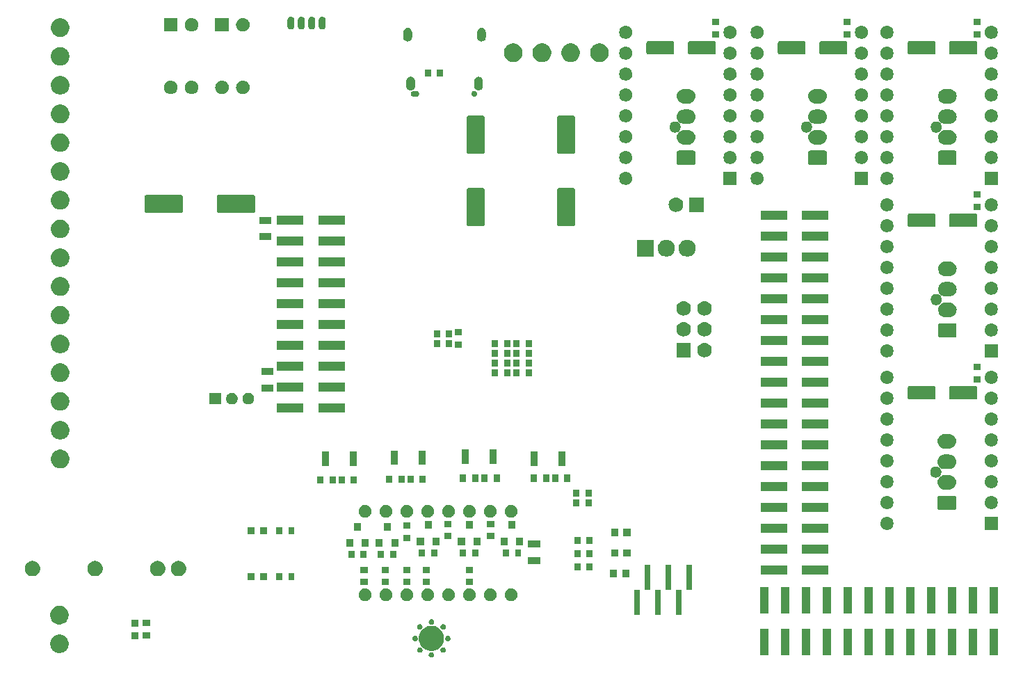
<source format=gbr>
G04 #@! TF.GenerationSoftware,KiCad,Pcbnew,(5.1.2)-1*
G04 #@! TF.CreationDate,2019-10-17T16:55:22+02:00*
G04 #@! TF.ProjectId,ovc,6f76632e-6b69-4636-9164-5f7063625858,rev?*
G04 #@! TF.SameCoordinates,Original*
G04 #@! TF.FileFunction,Soldermask,Bot*
G04 #@! TF.FilePolarity,Negative*
%FSLAX46Y46*%
G04 Gerber Fmt 4.6, Leading zero omitted, Abs format (unit mm)*
G04 Created by KiCad (PCBNEW (5.1.2)-1) date 2019-10-17 16:55:22*
%MOMM*%
%LPD*%
G04 APERTURE LIST*
%ADD10C,0.100000*%
G04 APERTURE END LIST*
D10*
G36*
X165058004Y-127775072D02*
G01*
X165096258Y-127782681D01*
X165156314Y-127807558D01*
X165210363Y-127843672D01*
X165256328Y-127889637D01*
X165292442Y-127943686D01*
X165317319Y-128003742D01*
X165330000Y-128067498D01*
X165330000Y-128132502D01*
X165317319Y-128196258D01*
X165292442Y-128256314D01*
X165256328Y-128310363D01*
X165210363Y-128356328D01*
X165156314Y-128392442D01*
X165096258Y-128417319D01*
X165058004Y-128424928D01*
X165032504Y-128430000D01*
X164967496Y-128430000D01*
X164941996Y-128424928D01*
X164903742Y-128417319D01*
X164843686Y-128392442D01*
X164789637Y-128356328D01*
X164743672Y-128310363D01*
X164707558Y-128256314D01*
X164682681Y-128196258D01*
X164670000Y-128132502D01*
X164670000Y-128067498D01*
X164682681Y-128003742D01*
X164707558Y-127943686D01*
X164743672Y-127889637D01*
X164789637Y-127843672D01*
X164843686Y-127807558D01*
X164903742Y-127782681D01*
X164941996Y-127775072D01*
X164967496Y-127770000D01*
X165032504Y-127770000D01*
X165058004Y-127775072D01*
X165058004Y-127775072D01*
G37*
G36*
X234000000Y-128130000D02*
G01*
X232940000Y-128130000D01*
X232940000Y-124920000D01*
X234000000Y-124920000D01*
X234000000Y-128130000D01*
X234000000Y-128130000D01*
G37*
G36*
X206060000Y-128130000D02*
G01*
X205000000Y-128130000D01*
X205000000Y-124920000D01*
X206060000Y-124920000D01*
X206060000Y-128130000D01*
X206060000Y-128130000D01*
G37*
G36*
X208600000Y-128130000D02*
G01*
X207540000Y-128130000D01*
X207540000Y-124920000D01*
X208600000Y-124920000D01*
X208600000Y-128130000D01*
X208600000Y-128130000D01*
G37*
G36*
X211140000Y-128130000D02*
G01*
X210080000Y-128130000D01*
X210080000Y-124920000D01*
X211140000Y-124920000D01*
X211140000Y-128130000D01*
X211140000Y-128130000D01*
G37*
G36*
X213680000Y-128130000D02*
G01*
X212620000Y-128130000D01*
X212620000Y-124920000D01*
X213680000Y-124920000D01*
X213680000Y-128130000D01*
X213680000Y-128130000D01*
G37*
G36*
X216220000Y-128130000D02*
G01*
X215160000Y-128130000D01*
X215160000Y-124920000D01*
X216220000Y-124920000D01*
X216220000Y-128130000D01*
X216220000Y-128130000D01*
G37*
G36*
X221300000Y-128130000D02*
G01*
X220240000Y-128130000D01*
X220240000Y-124920000D01*
X221300000Y-124920000D01*
X221300000Y-128130000D01*
X221300000Y-128130000D01*
G37*
G36*
X218760000Y-128130000D02*
G01*
X217700000Y-128130000D01*
X217700000Y-124920000D01*
X218760000Y-124920000D01*
X218760000Y-128130000D01*
X218760000Y-128130000D01*
G37*
G36*
X231460000Y-128130000D02*
G01*
X230400000Y-128130000D01*
X230400000Y-124920000D01*
X231460000Y-124920000D01*
X231460000Y-128130000D01*
X231460000Y-128130000D01*
G37*
G36*
X228920000Y-128130000D02*
G01*
X227860000Y-128130000D01*
X227860000Y-124920000D01*
X228920000Y-124920000D01*
X228920000Y-128130000D01*
X228920000Y-128130000D01*
G37*
G36*
X223840000Y-128130000D02*
G01*
X222780000Y-128130000D01*
X222780000Y-124920000D01*
X223840000Y-124920000D01*
X223840000Y-128130000D01*
X223840000Y-128130000D01*
G37*
G36*
X226380000Y-128130000D02*
G01*
X225320000Y-128130000D01*
X225320000Y-124920000D01*
X226380000Y-124920000D01*
X226380000Y-128130000D01*
X226380000Y-128130000D01*
G37*
G36*
X120029609Y-125663425D02*
G01*
X120150075Y-125713324D01*
X120235257Y-125748607D01*
X120420334Y-125872272D01*
X120577728Y-126029666D01*
X120701393Y-126214743D01*
X120701393Y-126214744D01*
X120786575Y-126420391D01*
X120830000Y-126638705D01*
X120830000Y-126861295D01*
X120786575Y-127079609D01*
X120743246Y-127184214D01*
X120701393Y-127285257D01*
X120577728Y-127470334D01*
X120420334Y-127627728D01*
X120235257Y-127751393D01*
X120159720Y-127782681D01*
X120029609Y-127836575D01*
X119811295Y-127880000D01*
X119588705Y-127880000D01*
X119370391Y-127836575D01*
X119240280Y-127782681D01*
X119164743Y-127751393D01*
X118979666Y-127627728D01*
X118822272Y-127470334D01*
X118698607Y-127285257D01*
X118656754Y-127184214D01*
X118613425Y-127079609D01*
X118570000Y-126861295D01*
X118570000Y-126638705D01*
X118613425Y-126420391D01*
X118698607Y-126214744D01*
X118698607Y-126214743D01*
X118822272Y-126029666D01*
X118979666Y-125872272D01*
X119164743Y-125748607D01*
X119249925Y-125713324D01*
X119370391Y-125663425D01*
X119588705Y-125620000D01*
X119811295Y-125620000D01*
X120029609Y-125663425D01*
X120029609Y-125663425D01*
G37*
G36*
X163643790Y-127189286D02*
G01*
X163682044Y-127196895D01*
X163742100Y-127221772D01*
X163796149Y-127257886D01*
X163842114Y-127303851D01*
X163878228Y-127357900D01*
X163903105Y-127417956D01*
X163915786Y-127481712D01*
X163915786Y-127546716D01*
X163903105Y-127610472D01*
X163878228Y-127670528D01*
X163842114Y-127724577D01*
X163796149Y-127770542D01*
X163742100Y-127806656D01*
X163682044Y-127831533D01*
X163643790Y-127839142D01*
X163618290Y-127844214D01*
X163553282Y-127844214D01*
X163527782Y-127839142D01*
X163489528Y-127831533D01*
X163429472Y-127806656D01*
X163375423Y-127770542D01*
X163329458Y-127724577D01*
X163293344Y-127670528D01*
X163268467Y-127610472D01*
X163255786Y-127546716D01*
X163255786Y-127481712D01*
X163268467Y-127417956D01*
X163293344Y-127357900D01*
X163329458Y-127303851D01*
X163375423Y-127257886D01*
X163429472Y-127221772D01*
X163489528Y-127196895D01*
X163527782Y-127189286D01*
X163553282Y-127184214D01*
X163618290Y-127184214D01*
X163643790Y-127189286D01*
X163643790Y-127189286D01*
G37*
G36*
X166472218Y-127189286D02*
G01*
X166510472Y-127196895D01*
X166570528Y-127221772D01*
X166624577Y-127257886D01*
X166670542Y-127303851D01*
X166706656Y-127357900D01*
X166731533Y-127417956D01*
X166744214Y-127481712D01*
X166744214Y-127546716D01*
X166731533Y-127610472D01*
X166706656Y-127670528D01*
X166670542Y-127724577D01*
X166624577Y-127770542D01*
X166570528Y-127806656D01*
X166510472Y-127831533D01*
X166472218Y-127839142D01*
X166446718Y-127844214D01*
X166381710Y-127844214D01*
X166356210Y-127839142D01*
X166317956Y-127831533D01*
X166257900Y-127806656D01*
X166203851Y-127770542D01*
X166157886Y-127724577D01*
X166121772Y-127670528D01*
X166096895Y-127610472D01*
X166084214Y-127546716D01*
X166084214Y-127481712D01*
X166096895Y-127417956D01*
X166121772Y-127357900D01*
X166157886Y-127303851D01*
X166203851Y-127257886D01*
X166257900Y-127221772D01*
X166317956Y-127196895D01*
X166356210Y-127189286D01*
X166381710Y-127184214D01*
X166446718Y-127184214D01*
X166472218Y-127189286D01*
X166472218Y-127189286D01*
G37*
G36*
X165446285Y-124628797D02*
G01*
X165643174Y-124710351D01*
X165724728Y-124744132D01*
X165781462Y-124782041D01*
X165975318Y-124911571D01*
X166188429Y-125124682D01*
X166288801Y-125274900D01*
X166355868Y-125375272D01*
X166355868Y-125375273D01*
X166471203Y-125653715D01*
X166530000Y-125949308D01*
X166530000Y-126250692D01*
X166471203Y-126546285D01*
X166389649Y-126743174D01*
X166355868Y-126824728D01*
X166288801Y-126925100D01*
X166188429Y-127075318D01*
X165975318Y-127288429D01*
X165825100Y-127388801D01*
X165724728Y-127455868D01*
X165643174Y-127489649D01*
X165446285Y-127571203D01*
X165150692Y-127630000D01*
X164849308Y-127630000D01*
X164553715Y-127571203D01*
X164356826Y-127489649D01*
X164275272Y-127455868D01*
X164174900Y-127388801D01*
X164024682Y-127288429D01*
X163811571Y-127075318D01*
X163711199Y-126925100D01*
X163644132Y-126824728D01*
X163610351Y-126743174D01*
X163528797Y-126546285D01*
X163470000Y-126250692D01*
X163470000Y-125949308D01*
X163528797Y-125653715D01*
X163644132Y-125375273D01*
X163644132Y-125375272D01*
X163711199Y-125274900D01*
X163811571Y-125124682D01*
X164024682Y-124911571D01*
X164218538Y-124782041D01*
X164275272Y-124744132D01*
X164356826Y-124710351D01*
X164553715Y-124628797D01*
X164849308Y-124570000D01*
X165150692Y-124570000D01*
X165446285Y-124628797D01*
X165446285Y-124628797D01*
G37*
G36*
X167058004Y-125775072D02*
G01*
X167096258Y-125782681D01*
X167156314Y-125807558D01*
X167210363Y-125843672D01*
X167256328Y-125889637D01*
X167292442Y-125943686D01*
X167317319Y-126003742D01*
X167330000Y-126067498D01*
X167330000Y-126132502D01*
X167317319Y-126196258D01*
X167292442Y-126256314D01*
X167256328Y-126310363D01*
X167210363Y-126356328D01*
X167156314Y-126392442D01*
X167096258Y-126417319D01*
X167058004Y-126424928D01*
X167032504Y-126430000D01*
X166967496Y-126430000D01*
X166941996Y-126424928D01*
X166903742Y-126417319D01*
X166843686Y-126392442D01*
X166789637Y-126356328D01*
X166743672Y-126310363D01*
X166707558Y-126256314D01*
X166682681Y-126196258D01*
X166670000Y-126132502D01*
X166670000Y-126067498D01*
X166682681Y-126003742D01*
X166707558Y-125943686D01*
X166743672Y-125889637D01*
X166789637Y-125843672D01*
X166843686Y-125807558D01*
X166903742Y-125782681D01*
X166941996Y-125775072D01*
X166967496Y-125770000D01*
X167032504Y-125770000D01*
X167058004Y-125775072D01*
X167058004Y-125775072D01*
G37*
G36*
X163058004Y-125775072D02*
G01*
X163096258Y-125782681D01*
X163156314Y-125807558D01*
X163210363Y-125843672D01*
X163256328Y-125889637D01*
X163292442Y-125943686D01*
X163317319Y-126003742D01*
X163330000Y-126067498D01*
X163330000Y-126132502D01*
X163317319Y-126196258D01*
X163292442Y-126256314D01*
X163256328Y-126310363D01*
X163210363Y-126356328D01*
X163156314Y-126392442D01*
X163096258Y-126417319D01*
X163058004Y-126424928D01*
X163032504Y-126430000D01*
X162967496Y-126430000D01*
X162941996Y-126424928D01*
X162903742Y-126417319D01*
X162843686Y-126392442D01*
X162789637Y-126356328D01*
X162743672Y-126310363D01*
X162707558Y-126256314D01*
X162682681Y-126196258D01*
X162670000Y-126132502D01*
X162670000Y-126067498D01*
X162682681Y-126003742D01*
X162707558Y-125943686D01*
X162743672Y-125889637D01*
X162789637Y-125843672D01*
X162843686Y-125807558D01*
X162903742Y-125782681D01*
X162941996Y-125775072D01*
X162967496Y-125770000D01*
X163032504Y-125770000D01*
X163058004Y-125775072D01*
X163058004Y-125775072D01*
G37*
G36*
X129330000Y-126180000D02*
G01*
X128470000Y-126180000D01*
X128470000Y-125320000D01*
X129330000Y-125320000D01*
X129330000Y-126180000D01*
X129330000Y-126180000D01*
G37*
G36*
X130730000Y-126130000D02*
G01*
X129870000Y-126130000D01*
X129870000Y-125370000D01*
X130730000Y-125370000D01*
X130730000Y-126130000D01*
X130730000Y-126130000D01*
G37*
G36*
X166472218Y-124360858D02*
G01*
X166510472Y-124368467D01*
X166570528Y-124393344D01*
X166624577Y-124429458D01*
X166670542Y-124475423D01*
X166706656Y-124529472D01*
X166731533Y-124589528D01*
X166744214Y-124653284D01*
X166744214Y-124718288D01*
X166731533Y-124782044D01*
X166706656Y-124842100D01*
X166670542Y-124896149D01*
X166624577Y-124942114D01*
X166570528Y-124978228D01*
X166510472Y-125003105D01*
X166472218Y-125010714D01*
X166446718Y-125015786D01*
X166381710Y-125015786D01*
X166356210Y-125010714D01*
X166317956Y-125003105D01*
X166257900Y-124978228D01*
X166203851Y-124942114D01*
X166157886Y-124896149D01*
X166121772Y-124842100D01*
X166096895Y-124782044D01*
X166084214Y-124718288D01*
X166084214Y-124653284D01*
X166096895Y-124589528D01*
X166121772Y-124529472D01*
X166157886Y-124475423D01*
X166203851Y-124429458D01*
X166257900Y-124393344D01*
X166317956Y-124368467D01*
X166356210Y-124360858D01*
X166381710Y-124355786D01*
X166446718Y-124355786D01*
X166472218Y-124360858D01*
X166472218Y-124360858D01*
G37*
G36*
X163643790Y-124360858D02*
G01*
X163682044Y-124368467D01*
X163742100Y-124393344D01*
X163796149Y-124429458D01*
X163842114Y-124475423D01*
X163878228Y-124529472D01*
X163903105Y-124589528D01*
X163915786Y-124653284D01*
X163915786Y-124718288D01*
X163903105Y-124782044D01*
X163878228Y-124842100D01*
X163842114Y-124896149D01*
X163796149Y-124942114D01*
X163742100Y-124978228D01*
X163682044Y-125003105D01*
X163643790Y-125010714D01*
X163618290Y-125015786D01*
X163553282Y-125015786D01*
X163527782Y-125010714D01*
X163489528Y-125003105D01*
X163429472Y-124978228D01*
X163375423Y-124942114D01*
X163329458Y-124896149D01*
X163293344Y-124842100D01*
X163268467Y-124782044D01*
X163255786Y-124718288D01*
X163255786Y-124653284D01*
X163268467Y-124589528D01*
X163293344Y-124529472D01*
X163329458Y-124475423D01*
X163375423Y-124429458D01*
X163429472Y-124393344D01*
X163489528Y-124368467D01*
X163527782Y-124360858D01*
X163553282Y-124355786D01*
X163618290Y-124355786D01*
X163643790Y-124360858D01*
X163643790Y-124360858D01*
G37*
G36*
X129330000Y-124680000D02*
G01*
X128470000Y-124680000D01*
X128470000Y-123820000D01*
X129330000Y-123820000D01*
X129330000Y-124680000D01*
X129330000Y-124680000D01*
G37*
G36*
X130730000Y-124630000D02*
G01*
X129870000Y-124630000D01*
X129870000Y-123870000D01*
X130730000Y-123870000D01*
X130730000Y-124630000D01*
X130730000Y-124630000D01*
G37*
G36*
X165058004Y-123775072D02*
G01*
X165096258Y-123782681D01*
X165156314Y-123807558D01*
X165210363Y-123843672D01*
X165256328Y-123889637D01*
X165292442Y-123943686D01*
X165317319Y-124003742D01*
X165330000Y-124067498D01*
X165330000Y-124132502D01*
X165317319Y-124196258D01*
X165292442Y-124256314D01*
X165256328Y-124310363D01*
X165210363Y-124356328D01*
X165156314Y-124392442D01*
X165096258Y-124417319D01*
X165058004Y-124424928D01*
X165032504Y-124430000D01*
X164967496Y-124430000D01*
X164941996Y-124424928D01*
X164903742Y-124417319D01*
X164843686Y-124392442D01*
X164789637Y-124356328D01*
X164743672Y-124310363D01*
X164707558Y-124256314D01*
X164682681Y-124196258D01*
X164670000Y-124132502D01*
X164670000Y-124067498D01*
X164682681Y-124003742D01*
X164707558Y-123943686D01*
X164743672Y-123889637D01*
X164789637Y-123843672D01*
X164843686Y-123807558D01*
X164903742Y-123782681D01*
X164941996Y-123775072D01*
X164967496Y-123770000D01*
X165032504Y-123770000D01*
X165058004Y-123775072D01*
X165058004Y-123775072D01*
G37*
G36*
X120029609Y-122163425D02*
G01*
X120150075Y-122213324D01*
X120235257Y-122248607D01*
X120420334Y-122372272D01*
X120577728Y-122529666D01*
X120701393Y-122714743D01*
X120701393Y-122714744D01*
X120786575Y-122920391D01*
X120830000Y-123138705D01*
X120830000Y-123361295D01*
X120786575Y-123579609D01*
X120736676Y-123700075D01*
X120701393Y-123785257D01*
X120618763Y-123908921D01*
X120577729Y-123970333D01*
X120420333Y-124127729D01*
X120358921Y-124168763D01*
X120235257Y-124251393D01*
X120150075Y-124286676D01*
X120029609Y-124336575D01*
X119811295Y-124380000D01*
X119588705Y-124380000D01*
X119370391Y-124336575D01*
X119249925Y-124286676D01*
X119164743Y-124251393D01*
X119041079Y-124168763D01*
X118979667Y-124127729D01*
X118822271Y-123970333D01*
X118781237Y-123908921D01*
X118698607Y-123785257D01*
X118663324Y-123700075D01*
X118613425Y-123579609D01*
X118570000Y-123361295D01*
X118570000Y-123138705D01*
X118613425Y-122920391D01*
X118698607Y-122714744D01*
X118698607Y-122714743D01*
X118822272Y-122529666D01*
X118979666Y-122372272D01*
X119164743Y-122248607D01*
X119249925Y-122213324D01*
X119370391Y-122163425D01*
X119588705Y-122120000D01*
X119811295Y-122120000D01*
X120029609Y-122163425D01*
X120029609Y-122163425D01*
G37*
G36*
X192920000Y-123230000D02*
G01*
X192210000Y-123230000D01*
X192210000Y-120170000D01*
X192920000Y-120170000D01*
X192920000Y-123230000D01*
X192920000Y-123230000D01*
G37*
G36*
X190380000Y-123230000D02*
G01*
X189670000Y-123230000D01*
X189670000Y-120170000D01*
X190380000Y-120170000D01*
X190380000Y-123230000D01*
X190380000Y-123230000D01*
G37*
G36*
X195460000Y-123230000D02*
G01*
X194750000Y-123230000D01*
X194750000Y-120170000D01*
X195460000Y-120170000D01*
X195460000Y-123230000D01*
X195460000Y-123230000D01*
G37*
G36*
X228920000Y-123080000D02*
G01*
X227860000Y-123080000D01*
X227860000Y-119870000D01*
X228920000Y-119870000D01*
X228920000Y-123080000D01*
X228920000Y-123080000D01*
G37*
G36*
X234000000Y-123080000D02*
G01*
X232940000Y-123080000D01*
X232940000Y-119870000D01*
X234000000Y-119870000D01*
X234000000Y-123080000D01*
X234000000Y-123080000D01*
G37*
G36*
X231460000Y-123080000D02*
G01*
X230400000Y-123080000D01*
X230400000Y-119870000D01*
X231460000Y-119870000D01*
X231460000Y-123080000D01*
X231460000Y-123080000D01*
G37*
G36*
X206060000Y-123080000D02*
G01*
X205000000Y-123080000D01*
X205000000Y-119870000D01*
X206060000Y-119870000D01*
X206060000Y-123080000D01*
X206060000Y-123080000D01*
G37*
G36*
X208600000Y-123080000D02*
G01*
X207540000Y-123080000D01*
X207540000Y-119870000D01*
X208600000Y-119870000D01*
X208600000Y-123080000D01*
X208600000Y-123080000D01*
G37*
G36*
X221300000Y-123080000D02*
G01*
X220240000Y-123080000D01*
X220240000Y-119870000D01*
X221300000Y-119870000D01*
X221300000Y-123080000D01*
X221300000Y-123080000D01*
G37*
G36*
X223840000Y-123080000D02*
G01*
X222780000Y-123080000D01*
X222780000Y-119870000D01*
X223840000Y-119870000D01*
X223840000Y-123080000D01*
X223840000Y-123080000D01*
G37*
G36*
X213680000Y-123080000D02*
G01*
X212620000Y-123080000D01*
X212620000Y-119870000D01*
X213680000Y-119870000D01*
X213680000Y-123080000D01*
X213680000Y-123080000D01*
G37*
G36*
X226380000Y-123080000D02*
G01*
X225320000Y-123080000D01*
X225320000Y-119870000D01*
X226380000Y-119870000D01*
X226380000Y-123080000D01*
X226380000Y-123080000D01*
G37*
G36*
X218760000Y-123080000D02*
G01*
X217700000Y-123080000D01*
X217700000Y-119870000D01*
X218760000Y-119870000D01*
X218760000Y-123080000D01*
X218760000Y-123080000D01*
G37*
G36*
X216220000Y-123080000D02*
G01*
X215160000Y-123080000D01*
X215160000Y-119870000D01*
X216220000Y-119870000D01*
X216220000Y-123080000D01*
X216220000Y-123080000D01*
G37*
G36*
X211140000Y-123080000D02*
G01*
X210080000Y-123080000D01*
X210080000Y-119870000D01*
X211140000Y-119870000D01*
X211140000Y-123080000D01*
X211140000Y-123080000D01*
G37*
G36*
X164757518Y-120029975D02*
G01*
X164899469Y-120088773D01*
X165027221Y-120174135D01*
X165135865Y-120282779D01*
X165221227Y-120410531D01*
X165280025Y-120552482D01*
X165310000Y-120703177D01*
X165310000Y-120856823D01*
X165280025Y-121007518D01*
X165221227Y-121149469D01*
X165135865Y-121277221D01*
X165027221Y-121385865D01*
X164899469Y-121471227D01*
X164757518Y-121530025D01*
X164606823Y-121560000D01*
X164453177Y-121560000D01*
X164302482Y-121530025D01*
X164160531Y-121471227D01*
X164032779Y-121385865D01*
X163924135Y-121277221D01*
X163838773Y-121149469D01*
X163779975Y-121007518D01*
X163750000Y-120856823D01*
X163750000Y-120703177D01*
X163779975Y-120552482D01*
X163838773Y-120410531D01*
X163924135Y-120282779D01*
X164032779Y-120174135D01*
X164160531Y-120088773D01*
X164302482Y-120029975D01*
X164453177Y-120000000D01*
X164606823Y-120000000D01*
X164757518Y-120029975D01*
X164757518Y-120029975D01*
G37*
G36*
X162217518Y-120029975D02*
G01*
X162359469Y-120088773D01*
X162487221Y-120174135D01*
X162595865Y-120282779D01*
X162681227Y-120410531D01*
X162740025Y-120552482D01*
X162770000Y-120703177D01*
X162770000Y-120856823D01*
X162740025Y-121007518D01*
X162681227Y-121149469D01*
X162595865Y-121277221D01*
X162487221Y-121385865D01*
X162359469Y-121471227D01*
X162217518Y-121530025D01*
X162066823Y-121560000D01*
X161913177Y-121560000D01*
X161762482Y-121530025D01*
X161620531Y-121471227D01*
X161492779Y-121385865D01*
X161384135Y-121277221D01*
X161298773Y-121149469D01*
X161239975Y-121007518D01*
X161210000Y-120856823D01*
X161210000Y-120703177D01*
X161239975Y-120552482D01*
X161298773Y-120410531D01*
X161384135Y-120282779D01*
X161492779Y-120174135D01*
X161620531Y-120088773D01*
X161762482Y-120029975D01*
X161913177Y-120000000D01*
X162066823Y-120000000D01*
X162217518Y-120029975D01*
X162217518Y-120029975D01*
G37*
G36*
X167297518Y-120029975D02*
G01*
X167439469Y-120088773D01*
X167567221Y-120174135D01*
X167675865Y-120282779D01*
X167761227Y-120410531D01*
X167820025Y-120552482D01*
X167850000Y-120703177D01*
X167850000Y-120856823D01*
X167820025Y-121007518D01*
X167761227Y-121149469D01*
X167675865Y-121277221D01*
X167567221Y-121385865D01*
X167439469Y-121471227D01*
X167297518Y-121530025D01*
X167146823Y-121560000D01*
X166993177Y-121560000D01*
X166842482Y-121530025D01*
X166700531Y-121471227D01*
X166572779Y-121385865D01*
X166464135Y-121277221D01*
X166378773Y-121149469D01*
X166319975Y-121007518D01*
X166290000Y-120856823D01*
X166290000Y-120703177D01*
X166319975Y-120552482D01*
X166378773Y-120410531D01*
X166464135Y-120282779D01*
X166572779Y-120174135D01*
X166700531Y-120088773D01*
X166842482Y-120029975D01*
X166993177Y-120000000D01*
X167146823Y-120000000D01*
X167297518Y-120029975D01*
X167297518Y-120029975D01*
G37*
G36*
X169837518Y-120029975D02*
G01*
X169979469Y-120088773D01*
X170107221Y-120174135D01*
X170215865Y-120282779D01*
X170301227Y-120410531D01*
X170360025Y-120552482D01*
X170390000Y-120703177D01*
X170390000Y-120856823D01*
X170360025Y-121007518D01*
X170301227Y-121149469D01*
X170215865Y-121277221D01*
X170107221Y-121385865D01*
X169979469Y-121471227D01*
X169837518Y-121530025D01*
X169686823Y-121560000D01*
X169533177Y-121560000D01*
X169382482Y-121530025D01*
X169240531Y-121471227D01*
X169112779Y-121385865D01*
X169004135Y-121277221D01*
X168918773Y-121149469D01*
X168859975Y-121007518D01*
X168830000Y-120856823D01*
X168830000Y-120703177D01*
X168859975Y-120552482D01*
X168918773Y-120410531D01*
X169004135Y-120282779D01*
X169112779Y-120174135D01*
X169240531Y-120088773D01*
X169382482Y-120029975D01*
X169533177Y-120000000D01*
X169686823Y-120000000D01*
X169837518Y-120029975D01*
X169837518Y-120029975D01*
G37*
G36*
X172377518Y-120029975D02*
G01*
X172519469Y-120088773D01*
X172647221Y-120174135D01*
X172755865Y-120282779D01*
X172841227Y-120410531D01*
X172900025Y-120552482D01*
X172930000Y-120703177D01*
X172930000Y-120856823D01*
X172900025Y-121007518D01*
X172841227Y-121149469D01*
X172755865Y-121277221D01*
X172647221Y-121385865D01*
X172519469Y-121471227D01*
X172377518Y-121530025D01*
X172226823Y-121560000D01*
X172073177Y-121560000D01*
X171922482Y-121530025D01*
X171780531Y-121471227D01*
X171652779Y-121385865D01*
X171544135Y-121277221D01*
X171458773Y-121149469D01*
X171399975Y-121007518D01*
X171370000Y-120856823D01*
X171370000Y-120703177D01*
X171399975Y-120552482D01*
X171458773Y-120410531D01*
X171544135Y-120282779D01*
X171652779Y-120174135D01*
X171780531Y-120088773D01*
X171922482Y-120029975D01*
X172073177Y-120000000D01*
X172226823Y-120000000D01*
X172377518Y-120029975D01*
X172377518Y-120029975D01*
G37*
G36*
X174917518Y-120029975D02*
G01*
X175059469Y-120088773D01*
X175187221Y-120174135D01*
X175295865Y-120282779D01*
X175381227Y-120410531D01*
X175440025Y-120552482D01*
X175470000Y-120703177D01*
X175470000Y-120856823D01*
X175440025Y-121007518D01*
X175381227Y-121149469D01*
X175295865Y-121277221D01*
X175187221Y-121385865D01*
X175059469Y-121471227D01*
X174917518Y-121530025D01*
X174766823Y-121560000D01*
X174613177Y-121560000D01*
X174462482Y-121530025D01*
X174320531Y-121471227D01*
X174192779Y-121385865D01*
X174084135Y-121277221D01*
X173998773Y-121149469D01*
X173939975Y-121007518D01*
X173910000Y-120856823D01*
X173910000Y-120703177D01*
X173939975Y-120552482D01*
X173998773Y-120410531D01*
X174084135Y-120282779D01*
X174192779Y-120174135D01*
X174320531Y-120088773D01*
X174462482Y-120029975D01*
X174613177Y-120000000D01*
X174766823Y-120000000D01*
X174917518Y-120029975D01*
X174917518Y-120029975D01*
G37*
G36*
X157137518Y-120029975D02*
G01*
X157279469Y-120088773D01*
X157407221Y-120174135D01*
X157515865Y-120282779D01*
X157601227Y-120410531D01*
X157660025Y-120552482D01*
X157690000Y-120703177D01*
X157690000Y-120856823D01*
X157660025Y-121007518D01*
X157601227Y-121149469D01*
X157515865Y-121277221D01*
X157407221Y-121385865D01*
X157279469Y-121471227D01*
X157137518Y-121530025D01*
X156986823Y-121560000D01*
X156833177Y-121560000D01*
X156682482Y-121530025D01*
X156540531Y-121471227D01*
X156412779Y-121385865D01*
X156304135Y-121277221D01*
X156218773Y-121149469D01*
X156159975Y-121007518D01*
X156130000Y-120856823D01*
X156130000Y-120703177D01*
X156159975Y-120552482D01*
X156218773Y-120410531D01*
X156304135Y-120282779D01*
X156412779Y-120174135D01*
X156540531Y-120088773D01*
X156682482Y-120029975D01*
X156833177Y-120000000D01*
X156986823Y-120000000D01*
X157137518Y-120029975D01*
X157137518Y-120029975D01*
G37*
G36*
X159677518Y-120029975D02*
G01*
X159819469Y-120088773D01*
X159947221Y-120174135D01*
X160055865Y-120282779D01*
X160141227Y-120410531D01*
X160200025Y-120552482D01*
X160230000Y-120703177D01*
X160230000Y-120856823D01*
X160200025Y-121007518D01*
X160141227Y-121149469D01*
X160055865Y-121277221D01*
X159947221Y-121385865D01*
X159819469Y-121471227D01*
X159677518Y-121530025D01*
X159526823Y-121560000D01*
X159373177Y-121560000D01*
X159222482Y-121530025D01*
X159080531Y-121471227D01*
X158952779Y-121385865D01*
X158844135Y-121277221D01*
X158758773Y-121149469D01*
X158699975Y-121007518D01*
X158670000Y-120856823D01*
X158670000Y-120703177D01*
X158699975Y-120552482D01*
X158758773Y-120410531D01*
X158844135Y-120282779D01*
X158952779Y-120174135D01*
X159080531Y-120088773D01*
X159222482Y-120029975D01*
X159373177Y-120000000D01*
X159526823Y-120000000D01*
X159677518Y-120029975D01*
X159677518Y-120029975D01*
G37*
G36*
X194190000Y-120230000D02*
G01*
X193480000Y-120230000D01*
X193480000Y-117170000D01*
X194190000Y-117170000D01*
X194190000Y-120230000D01*
X194190000Y-120230000D01*
G37*
G36*
X191650000Y-120230000D02*
G01*
X190940000Y-120230000D01*
X190940000Y-117170000D01*
X191650000Y-117170000D01*
X191650000Y-120230000D01*
X191650000Y-120230000D01*
G37*
G36*
X196730000Y-120230000D02*
G01*
X196020000Y-120230000D01*
X196020000Y-117170000D01*
X196730000Y-117170000D01*
X196730000Y-120230000D01*
X196730000Y-120230000D01*
G37*
G36*
X157230000Y-119630000D02*
G01*
X156370000Y-119630000D01*
X156370000Y-118870000D01*
X157230000Y-118870000D01*
X157230000Y-119630000D01*
X157230000Y-119630000D01*
G37*
G36*
X170030000Y-119630000D02*
G01*
X169170000Y-119630000D01*
X169170000Y-118870000D01*
X170030000Y-118870000D01*
X170030000Y-119630000D01*
X170030000Y-119630000D01*
G37*
G36*
X164830000Y-119630000D02*
G01*
X163970000Y-119630000D01*
X163970000Y-118870000D01*
X164830000Y-118870000D01*
X164830000Y-119630000D01*
X164830000Y-119630000D01*
G37*
G36*
X162430000Y-119630000D02*
G01*
X161570000Y-119630000D01*
X161570000Y-118870000D01*
X162430000Y-118870000D01*
X162430000Y-119630000D01*
X162430000Y-119630000D01*
G37*
G36*
X159830000Y-119630000D02*
G01*
X158970000Y-119630000D01*
X158970000Y-118870000D01*
X159830000Y-118870000D01*
X159830000Y-119630000D01*
X159830000Y-119630000D01*
G37*
G36*
X146830000Y-119030000D02*
G01*
X146070000Y-119030000D01*
X146070000Y-118170000D01*
X146830000Y-118170000D01*
X146830000Y-119030000D01*
X146830000Y-119030000D01*
G37*
G36*
X148330000Y-119030000D02*
G01*
X147570000Y-119030000D01*
X147570000Y-118170000D01*
X148330000Y-118170000D01*
X148330000Y-119030000D01*
X148330000Y-119030000D01*
G37*
G36*
X144980000Y-119030000D02*
G01*
X144120000Y-119030000D01*
X144120000Y-118170000D01*
X144980000Y-118170000D01*
X144980000Y-119030000D01*
X144980000Y-119030000D01*
G37*
G36*
X143480000Y-119030000D02*
G01*
X142620000Y-119030000D01*
X142620000Y-118170000D01*
X143480000Y-118170000D01*
X143480000Y-119030000D01*
X143480000Y-119030000D01*
G37*
G36*
X189080000Y-118630000D02*
G01*
X188220000Y-118630000D01*
X188220000Y-117770000D01*
X189080000Y-117770000D01*
X189080000Y-118630000D01*
X189080000Y-118630000D01*
G37*
G36*
X187580000Y-118630000D02*
G01*
X186720000Y-118630000D01*
X186720000Y-117770000D01*
X187580000Y-117770000D01*
X187580000Y-118630000D01*
X187580000Y-118630000D01*
G37*
G36*
X131841434Y-116687869D02*
G01*
X131931271Y-116705739D01*
X132030414Y-116746806D01*
X132100519Y-116775844D01*
X132252841Y-116877622D01*
X132382378Y-117007159D01*
X132484156Y-117159481D01*
X132488513Y-117170000D01*
X132554261Y-117328729D01*
X132590000Y-117508403D01*
X132590000Y-117691597D01*
X132554261Y-117871271D01*
X132513194Y-117970414D01*
X132484156Y-118040519D01*
X132382378Y-118192841D01*
X132252841Y-118322378D01*
X132100519Y-118424156D01*
X132030414Y-118453194D01*
X131931271Y-118494261D01*
X131841434Y-118512130D01*
X131751599Y-118530000D01*
X131568401Y-118530000D01*
X131478566Y-118512130D01*
X131388729Y-118494261D01*
X131289586Y-118453194D01*
X131219481Y-118424156D01*
X131067159Y-118322378D01*
X130937622Y-118192841D01*
X130835844Y-118040519D01*
X130806806Y-117970414D01*
X130765739Y-117871271D01*
X130730000Y-117691597D01*
X130730000Y-117508403D01*
X130765739Y-117328729D01*
X130831487Y-117170000D01*
X130835844Y-117159481D01*
X130937622Y-117007159D01*
X131067159Y-116877622D01*
X131219481Y-116775844D01*
X131289586Y-116746806D01*
X131388729Y-116705739D01*
X131478566Y-116687869D01*
X131568401Y-116670000D01*
X131751599Y-116670000D01*
X131841434Y-116687869D01*
X131841434Y-116687869D01*
G37*
G36*
X134381434Y-116687869D02*
G01*
X134471271Y-116705739D01*
X134570414Y-116746806D01*
X134640519Y-116775844D01*
X134792841Y-116877622D01*
X134922378Y-117007159D01*
X135024156Y-117159481D01*
X135028513Y-117170000D01*
X135094261Y-117328729D01*
X135130000Y-117508403D01*
X135130000Y-117691597D01*
X135094261Y-117871271D01*
X135053194Y-117970414D01*
X135024156Y-118040519D01*
X134922378Y-118192841D01*
X134792841Y-118322378D01*
X134640519Y-118424156D01*
X134570414Y-118453194D01*
X134471271Y-118494261D01*
X134381434Y-118512130D01*
X134291599Y-118530000D01*
X134108401Y-118530000D01*
X134018566Y-118512130D01*
X133928729Y-118494261D01*
X133829586Y-118453194D01*
X133759481Y-118424156D01*
X133607159Y-118322378D01*
X133477622Y-118192841D01*
X133375844Y-118040519D01*
X133346806Y-117970414D01*
X133305739Y-117871271D01*
X133270000Y-117691597D01*
X133270000Y-117508403D01*
X133305739Y-117328729D01*
X133371487Y-117170000D01*
X133375844Y-117159481D01*
X133477622Y-117007159D01*
X133607159Y-116877622D01*
X133759481Y-116775844D01*
X133829586Y-116746806D01*
X133928729Y-116705739D01*
X134018566Y-116687869D01*
X134108401Y-116670000D01*
X134291599Y-116670000D01*
X134381434Y-116687869D01*
X134381434Y-116687869D01*
G37*
G36*
X124221434Y-116687869D02*
G01*
X124311271Y-116705739D01*
X124410414Y-116746806D01*
X124480519Y-116775844D01*
X124632841Y-116877622D01*
X124762378Y-117007159D01*
X124864156Y-117159481D01*
X124868513Y-117170000D01*
X124934261Y-117328729D01*
X124970000Y-117508403D01*
X124970000Y-117691597D01*
X124934261Y-117871271D01*
X124893194Y-117970414D01*
X124864156Y-118040519D01*
X124762378Y-118192841D01*
X124632841Y-118322378D01*
X124480519Y-118424156D01*
X124410414Y-118453194D01*
X124311271Y-118494261D01*
X124221434Y-118512130D01*
X124131599Y-118530000D01*
X123948401Y-118530000D01*
X123858566Y-118512130D01*
X123768729Y-118494261D01*
X123669586Y-118453194D01*
X123599481Y-118424156D01*
X123447159Y-118322378D01*
X123317622Y-118192841D01*
X123215844Y-118040519D01*
X123186806Y-117970414D01*
X123145739Y-117871271D01*
X123110000Y-117691597D01*
X123110000Y-117508403D01*
X123145739Y-117328729D01*
X123211487Y-117170000D01*
X123215844Y-117159481D01*
X123317622Y-117007159D01*
X123447159Y-116877622D01*
X123599481Y-116775844D01*
X123669586Y-116746806D01*
X123768729Y-116705739D01*
X123858566Y-116687869D01*
X123948401Y-116670000D01*
X124131599Y-116670000D01*
X124221434Y-116687869D01*
X124221434Y-116687869D01*
G37*
G36*
X116601434Y-116687869D02*
G01*
X116691271Y-116705739D01*
X116790414Y-116746806D01*
X116860519Y-116775844D01*
X117012841Y-116877622D01*
X117142378Y-117007159D01*
X117244156Y-117159481D01*
X117248513Y-117170000D01*
X117314261Y-117328729D01*
X117350000Y-117508403D01*
X117350000Y-117691597D01*
X117314261Y-117871271D01*
X117273194Y-117970414D01*
X117244156Y-118040519D01*
X117142378Y-118192841D01*
X117012841Y-118322378D01*
X116860519Y-118424156D01*
X116790414Y-118453194D01*
X116691271Y-118494261D01*
X116601434Y-118512130D01*
X116511599Y-118530000D01*
X116328401Y-118530000D01*
X116238566Y-118512130D01*
X116148729Y-118494261D01*
X116049586Y-118453194D01*
X115979481Y-118424156D01*
X115827159Y-118322378D01*
X115697622Y-118192841D01*
X115595844Y-118040519D01*
X115566806Y-117970414D01*
X115525739Y-117871271D01*
X115490000Y-117691597D01*
X115490000Y-117508403D01*
X115525739Y-117328729D01*
X115591487Y-117170000D01*
X115595844Y-117159481D01*
X115697622Y-117007159D01*
X115827159Y-116877622D01*
X115979481Y-116775844D01*
X116049586Y-116746806D01*
X116148729Y-116705739D01*
X116238566Y-116687869D01*
X116328401Y-116670000D01*
X116511599Y-116670000D01*
X116601434Y-116687869D01*
X116601434Y-116687869D01*
G37*
G36*
X208280000Y-118320000D02*
G01*
X205070000Y-118320000D01*
X205070000Y-117260000D01*
X208280000Y-117260000D01*
X208280000Y-118320000D01*
X208280000Y-118320000D01*
G37*
G36*
X213330000Y-118320000D02*
G01*
X210120000Y-118320000D01*
X210120000Y-117260000D01*
X213330000Y-117260000D01*
X213330000Y-118320000D01*
X213330000Y-118320000D01*
G37*
G36*
X157230000Y-118130000D02*
G01*
X156370000Y-118130000D01*
X156370000Y-117370000D01*
X157230000Y-117370000D01*
X157230000Y-118130000D01*
X157230000Y-118130000D01*
G37*
G36*
X159830000Y-118130000D02*
G01*
X158970000Y-118130000D01*
X158970000Y-117370000D01*
X159830000Y-117370000D01*
X159830000Y-118130000D01*
X159830000Y-118130000D01*
G37*
G36*
X170030000Y-118130000D02*
G01*
X169170000Y-118130000D01*
X169170000Y-117370000D01*
X170030000Y-117370000D01*
X170030000Y-118130000D01*
X170030000Y-118130000D01*
G37*
G36*
X162430000Y-118130000D02*
G01*
X161570000Y-118130000D01*
X161570000Y-117370000D01*
X162430000Y-117370000D01*
X162430000Y-118130000D01*
X162430000Y-118130000D01*
G37*
G36*
X164830000Y-118130000D02*
G01*
X163970000Y-118130000D01*
X163970000Y-117370000D01*
X164830000Y-117370000D01*
X164830000Y-118130000D01*
X164830000Y-118130000D01*
G37*
G36*
X183130000Y-117830000D02*
G01*
X182370000Y-117830000D01*
X182370000Y-116970000D01*
X183130000Y-116970000D01*
X183130000Y-117830000D01*
X183130000Y-117830000D01*
G37*
G36*
X184630000Y-117830000D02*
G01*
X183870000Y-117830000D01*
X183870000Y-116970000D01*
X184630000Y-116970000D01*
X184630000Y-117830000D01*
X184630000Y-117830000D01*
G37*
G36*
X178230000Y-117030000D02*
G01*
X176770000Y-117030000D01*
X176770000Y-116170000D01*
X178230000Y-116170000D01*
X178230000Y-117030000D01*
X178230000Y-117030000D01*
G37*
G36*
X160730000Y-116330000D02*
G01*
X159970000Y-116330000D01*
X159970000Y-115470000D01*
X160730000Y-115470000D01*
X160730000Y-116330000D01*
X160730000Y-116330000D01*
G37*
G36*
X155630000Y-116330000D02*
G01*
X154870000Y-116330000D01*
X154870000Y-115470000D01*
X155630000Y-115470000D01*
X155630000Y-116330000D01*
X155630000Y-116330000D01*
G37*
G36*
X157130000Y-116330000D02*
G01*
X156370000Y-116330000D01*
X156370000Y-115470000D01*
X157130000Y-115470000D01*
X157130000Y-116330000D01*
X157130000Y-116330000D01*
G37*
G36*
X159230000Y-116330000D02*
G01*
X158470000Y-116330000D01*
X158470000Y-115470000D01*
X159230000Y-115470000D01*
X159230000Y-116330000D01*
X159230000Y-116330000D01*
G37*
G36*
X183130000Y-116230000D02*
G01*
X182370000Y-116230000D01*
X182370000Y-115370000D01*
X183130000Y-115370000D01*
X183130000Y-116230000D01*
X183130000Y-116230000D01*
G37*
G36*
X184630000Y-116230000D02*
G01*
X183870000Y-116230000D01*
X183870000Y-115370000D01*
X184630000Y-115370000D01*
X184630000Y-116230000D01*
X184630000Y-116230000D01*
G37*
G36*
X169230000Y-116130000D02*
G01*
X168470000Y-116130000D01*
X168470000Y-115270000D01*
X169230000Y-115270000D01*
X169230000Y-116130000D01*
X169230000Y-116130000D01*
G37*
G36*
X175930000Y-116130000D02*
G01*
X175170000Y-116130000D01*
X175170000Y-115270000D01*
X175930000Y-115270000D01*
X175930000Y-116130000D01*
X175930000Y-116130000D01*
G37*
G36*
X164230000Y-116130000D02*
G01*
X163470000Y-116130000D01*
X163470000Y-115270000D01*
X164230000Y-115270000D01*
X164230000Y-116130000D01*
X164230000Y-116130000D01*
G37*
G36*
X187730000Y-116130000D02*
G01*
X186870000Y-116130000D01*
X186870000Y-115270000D01*
X187730000Y-115270000D01*
X187730000Y-116130000D01*
X187730000Y-116130000D01*
G37*
G36*
X189230000Y-116130000D02*
G01*
X188370000Y-116130000D01*
X188370000Y-115270000D01*
X189230000Y-115270000D01*
X189230000Y-116130000D01*
X189230000Y-116130000D01*
G37*
G36*
X170730000Y-116130000D02*
G01*
X169970000Y-116130000D01*
X169970000Y-115270000D01*
X170730000Y-115270000D01*
X170730000Y-116130000D01*
X170730000Y-116130000D01*
G37*
G36*
X174430000Y-116130000D02*
G01*
X173670000Y-116130000D01*
X173670000Y-115270000D01*
X174430000Y-115270000D01*
X174430000Y-116130000D01*
X174430000Y-116130000D01*
G37*
G36*
X165730000Y-116130000D02*
G01*
X164970000Y-116130000D01*
X164970000Y-115270000D01*
X165730000Y-115270000D01*
X165730000Y-116130000D01*
X165730000Y-116130000D01*
G37*
G36*
X213330000Y-115780000D02*
G01*
X210120000Y-115780000D01*
X210120000Y-114720000D01*
X213330000Y-114720000D01*
X213330000Y-115780000D01*
X213330000Y-115780000D01*
G37*
G36*
X208280000Y-115780000D02*
G01*
X205070000Y-115780000D01*
X205070000Y-114720000D01*
X208280000Y-114720000D01*
X208280000Y-115780000D01*
X208280000Y-115780000D01*
G37*
G36*
X178230000Y-115030000D02*
G01*
X176770000Y-115030000D01*
X176770000Y-114170000D01*
X178230000Y-114170000D01*
X178230000Y-115030000D01*
X178230000Y-115030000D01*
G37*
G36*
X159080000Y-114980000D02*
G01*
X158220000Y-114980000D01*
X158220000Y-114020000D01*
X159080000Y-114020000D01*
X159080000Y-114980000D01*
X159080000Y-114980000D01*
G37*
G36*
X155480000Y-114980000D02*
G01*
X154620000Y-114980000D01*
X154620000Y-114020000D01*
X155480000Y-114020000D01*
X155480000Y-114980000D01*
X155480000Y-114980000D01*
G37*
G36*
X157380000Y-114980000D02*
G01*
X156520000Y-114980000D01*
X156520000Y-114020000D01*
X157380000Y-114020000D01*
X157380000Y-114980000D01*
X157380000Y-114980000D01*
G37*
G36*
X160980000Y-114980000D02*
G01*
X160120000Y-114980000D01*
X160120000Y-114020000D01*
X160980000Y-114020000D01*
X160980000Y-114980000D01*
X160980000Y-114980000D01*
G37*
G36*
X176180000Y-114780000D02*
G01*
X175320000Y-114780000D01*
X175320000Y-113820000D01*
X176180000Y-113820000D01*
X176180000Y-114780000D01*
X176180000Y-114780000D01*
G37*
G36*
X174280000Y-114780000D02*
G01*
X173420000Y-114780000D01*
X173420000Y-113820000D01*
X174280000Y-113820000D01*
X174280000Y-114780000D01*
X174280000Y-114780000D01*
G37*
G36*
X170980000Y-114780000D02*
G01*
X170120000Y-114780000D01*
X170120000Y-113820000D01*
X170980000Y-113820000D01*
X170980000Y-114780000D01*
X170980000Y-114780000D01*
G37*
G36*
X164080000Y-114780000D02*
G01*
X163220000Y-114780000D01*
X163220000Y-113820000D01*
X164080000Y-113820000D01*
X164080000Y-114780000D01*
X164080000Y-114780000D01*
G37*
G36*
X165980000Y-114780000D02*
G01*
X165120000Y-114780000D01*
X165120000Y-113820000D01*
X165980000Y-113820000D01*
X165980000Y-114780000D01*
X165980000Y-114780000D01*
G37*
G36*
X169080000Y-114780000D02*
G01*
X168220000Y-114780000D01*
X168220000Y-113820000D01*
X169080000Y-113820000D01*
X169080000Y-114780000D01*
X169080000Y-114780000D01*
G37*
G36*
X184630000Y-114630000D02*
G01*
X183870000Y-114630000D01*
X183870000Y-113770000D01*
X184630000Y-113770000D01*
X184630000Y-114630000D01*
X184630000Y-114630000D01*
G37*
G36*
X183130000Y-114630000D02*
G01*
X182370000Y-114630000D01*
X182370000Y-113770000D01*
X183130000Y-113770000D01*
X183130000Y-114630000D01*
X183130000Y-114630000D01*
G37*
G36*
X162430000Y-114230000D02*
G01*
X161570000Y-114230000D01*
X161570000Y-113470000D01*
X162430000Y-113470000D01*
X162430000Y-114230000D01*
X162430000Y-114230000D01*
G37*
G36*
X172630000Y-114030000D02*
G01*
X171770000Y-114030000D01*
X171770000Y-113270000D01*
X172630000Y-113270000D01*
X172630000Y-114030000D01*
X172630000Y-114030000D01*
G37*
G36*
X167430000Y-114030000D02*
G01*
X166570000Y-114030000D01*
X166570000Y-113270000D01*
X167430000Y-113270000D01*
X167430000Y-114030000D01*
X167430000Y-114030000D01*
G37*
G36*
X189230000Y-113630000D02*
G01*
X188370000Y-113630000D01*
X188370000Y-112770000D01*
X189230000Y-112770000D01*
X189230000Y-113630000D01*
X189230000Y-113630000D01*
G37*
G36*
X187730000Y-113630000D02*
G01*
X186870000Y-113630000D01*
X186870000Y-112770000D01*
X187730000Y-112770000D01*
X187730000Y-113630000D01*
X187730000Y-113630000D01*
G37*
G36*
X143480000Y-113430000D02*
G01*
X142620000Y-113430000D01*
X142620000Y-112570000D01*
X143480000Y-112570000D01*
X143480000Y-113430000D01*
X143480000Y-113430000D01*
G37*
G36*
X144980000Y-113430000D02*
G01*
X144120000Y-113430000D01*
X144120000Y-112570000D01*
X144980000Y-112570000D01*
X144980000Y-113430000D01*
X144980000Y-113430000D01*
G37*
G36*
X148330000Y-113430000D02*
G01*
X147570000Y-113430000D01*
X147570000Y-112570000D01*
X148330000Y-112570000D01*
X148330000Y-113430000D01*
X148330000Y-113430000D01*
G37*
G36*
X146830000Y-113430000D02*
G01*
X146070000Y-113430000D01*
X146070000Y-112570000D01*
X146830000Y-112570000D01*
X146830000Y-113430000D01*
X146830000Y-113430000D01*
G37*
G36*
X208280000Y-113240000D02*
G01*
X205070000Y-113240000D01*
X205070000Y-112180000D01*
X208280000Y-112180000D01*
X208280000Y-113240000D01*
X208280000Y-113240000D01*
G37*
G36*
X213330000Y-113240000D02*
G01*
X210120000Y-113240000D01*
X210120000Y-112180000D01*
X213330000Y-112180000D01*
X213330000Y-113240000D01*
X213330000Y-113240000D01*
G37*
G36*
X156430000Y-112980000D02*
G01*
X155570000Y-112980000D01*
X155570000Y-112020000D01*
X156430000Y-112020000D01*
X156430000Y-112980000D01*
X156430000Y-112980000D01*
G37*
G36*
X160030000Y-112980000D02*
G01*
X159170000Y-112980000D01*
X159170000Y-112020000D01*
X160030000Y-112020000D01*
X160030000Y-112980000D01*
X160030000Y-112980000D01*
G37*
G36*
X220594497Y-111311226D02*
G01*
X220681018Y-111328436D01*
X220765449Y-111363409D01*
X220825152Y-111388138D01*
X220954871Y-111474814D01*
X221065186Y-111585129D01*
X221151862Y-111714848D01*
X221174706Y-111770000D01*
X221211564Y-111858982D01*
X221242000Y-112011995D01*
X221242000Y-112168005D01*
X221211564Y-112321018D01*
X221176591Y-112405449D01*
X221151862Y-112465152D01*
X221065186Y-112594871D01*
X220954871Y-112705186D01*
X220825152Y-112791862D01*
X220765449Y-112816591D01*
X220681018Y-112851564D01*
X220604512Y-112866782D01*
X220528007Y-112882000D01*
X220371993Y-112882000D01*
X220295488Y-112866782D01*
X220218982Y-112851564D01*
X220134551Y-112816591D01*
X220074848Y-112791862D01*
X219945129Y-112705186D01*
X219834814Y-112594871D01*
X219748138Y-112465152D01*
X219723409Y-112405449D01*
X219688436Y-112321018D01*
X219658000Y-112168005D01*
X219658000Y-112011995D01*
X219688436Y-111858982D01*
X219725294Y-111770000D01*
X219748138Y-111714848D01*
X219834814Y-111585129D01*
X219945129Y-111474814D01*
X220074848Y-111388138D01*
X220134551Y-111363409D01*
X220218982Y-111328436D01*
X220305503Y-111311226D01*
X220371993Y-111298000D01*
X220528007Y-111298000D01*
X220594497Y-111311226D01*
X220594497Y-111311226D01*
G37*
G36*
X233942000Y-112882000D02*
G01*
X232358000Y-112882000D01*
X232358000Y-111298000D01*
X233942000Y-111298000D01*
X233942000Y-112882000D01*
X233942000Y-112882000D01*
G37*
G36*
X165030000Y-112780000D02*
G01*
X164170000Y-112780000D01*
X164170000Y-111820000D01*
X165030000Y-111820000D01*
X165030000Y-112780000D01*
X165030000Y-112780000D01*
G37*
G36*
X170030000Y-112780000D02*
G01*
X169170000Y-112780000D01*
X169170000Y-111820000D01*
X170030000Y-111820000D01*
X170030000Y-112780000D01*
X170030000Y-112780000D01*
G37*
G36*
X175230000Y-112780000D02*
G01*
X174370000Y-112780000D01*
X174370000Y-111820000D01*
X175230000Y-111820000D01*
X175230000Y-112780000D01*
X175230000Y-112780000D01*
G37*
G36*
X162430000Y-112730000D02*
G01*
X161570000Y-112730000D01*
X161570000Y-111970000D01*
X162430000Y-111970000D01*
X162430000Y-112730000D01*
X162430000Y-112730000D01*
G37*
G36*
X167430000Y-112530000D02*
G01*
X166570000Y-112530000D01*
X166570000Y-111770000D01*
X167430000Y-111770000D01*
X167430000Y-112530000D01*
X167430000Y-112530000D01*
G37*
G36*
X172630000Y-112530000D02*
G01*
X171770000Y-112530000D01*
X171770000Y-111770000D01*
X172630000Y-111770000D01*
X172630000Y-112530000D01*
X172630000Y-112530000D01*
G37*
G36*
X167297518Y-109869975D02*
G01*
X167439469Y-109928773D01*
X167567221Y-110014135D01*
X167675865Y-110122779D01*
X167761227Y-110250531D01*
X167820025Y-110392482D01*
X167850000Y-110543177D01*
X167850000Y-110696823D01*
X167820025Y-110847518D01*
X167761227Y-110989469D01*
X167675865Y-111117221D01*
X167567221Y-111225865D01*
X167439469Y-111311227D01*
X167297518Y-111370025D01*
X167146823Y-111400000D01*
X166993177Y-111400000D01*
X166842482Y-111370025D01*
X166700531Y-111311227D01*
X166572779Y-111225865D01*
X166464135Y-111117221D01*
X166378773Y-110989469D01*
X166319975Y-110847518D01*
X166290000Y-110696823D01*
X166290000Y-110543177D01*
X166319975Y-110392482D01*
X166378773Y-110250531D01*
X166464135Y-110122779D01*
X166572779Y-110014135D01*
X166700531Y-109928773D01*
X166842482Y-109869975D01*
X166993177Y-109840000D01*
X167146823Y-109840000D01*
X167297518Y-109869975D01*
X167297518Y-109869975D01*
G37*
G36*
X169837518Y-109869975D02*
G01*
X169979469Y-109928773D01*
X170107221Y-110014135D01*
X170215865Y-110122779D01*
X170301227Y-110250531D01*
X170360025Y-110392482D01*
X170390000Y-110543177D01*
X170390000Y-110696823D01*
X170360025Y-110847518D01*
X170301227Y-110989469D01*
X170215865Y-111117221D01*
X170107221Y-111225865D01*
X169979469Y-111311227D01*
X169837518Y-111370025D01*
X169686823Y-111400000D01*
X169533177Y-111400000D01*
X169382482Y-111370025D01*
X169240531Y-111311227D01*
X169112779Y-111225865D01*
X169004135Y-111117221D01*
X168918773Y-110989469D01*
X168859975Y-110847518D01*
X168830000Y-110696823D01*
X168830000Y-110543177D01*
X168859975Y-110392482D01*
X168918773Y-110250531D01*
X169004135Y-110122779D01*
X169112779Y-110014135D01*
X169240531Y-109928773D01*
X169382482Y-109869975D01*
X169533177Y-109840000D01*
X169686823Y-109840000D01*
X169837518Y-109869975D01*
X169837518Y-109869975D01*
G37*
G36*
X174917518Y-109869975D02*
G01*
X175059469Y-109928773D01*
X175187221Y-110014135D01*
X175295865Y-110122779D01*
X175381227Y-110250531D01*
X175440025Y-110392482D01*
X175470000Y-110543177D01*
X175470000Y-110696823D01*
X175440025Y-110847518D01*
X175381227Y-110989469D01*
X175295865Y-111117221D01*
X175187221Y-111225865D01*
X175059469Y-111311227D01*
X174917518Y-111370025D01*
X174766823Y-111400000D01*
X174613177Y-111400000D01*
X174462482Y-111370025D01*
X174320531Y-111311227D01*
X174192779Y-111225865D01*
X174084135Y-111117221D01*
X173998773Y-110989469D01*
X173939975Y-110847518D01*
X173910000Y-110696823D01*
X173910000Y-110543177D01*
X173939975Y-110392482D01*
X173998773Y-110250531D01*
X174084135Y-110122779D01*
X174192779Y-110014135D01*
X174320531Y-109928773D01*
X174462482Y-109869975D01*
X174613177Y-109840000D01*
X174766823Y-109840000D01*
X174917518Y-109869975D01*
X174917518Y-109869975D01*
G37*
G36*
X164757518Y-109869975D02*
G01*
X164899469Y-109928773D01*
X165027221Y-110014135D01*
X165135865Y-110122779D01*
X165221227Y-110250531D01*
X165280025Y-110392482D01*
X165310000Y-110543177D01*
X165310000Y-110696823D01*
X165280025Y-110847518D01*
X165221227Y-110989469D01*
X165135865Y-111117221D01*
X165027221Y-111225865D01*
X164899469Y-111311227D01*
X164757518Y-111370025D01*
X164606823Y-111400000D01*
X164453177Y-111400000D01*
X164302482Y-111370025D01*
X164160531Y-111311227D01*
X164032779Y-111225865D01*
X163924135Y-111117221D01*
X163838773Y-110989469D01*
X163779975Y-110847518D01*
X163750000Y-110696823D01*
X163750000Y-110543177D01*
X163779975Y-110392482D01*
X163838773Y-110250531D01*
X163924135Y-110122779D01*
X164032779Y-110014135D01*
X164160531Y-109928773D01*
X164302482Y-109869975D01*
X164453177Y-109840000D01*
X164606823Y-109840000D01*
X164757518Y-109869975D01*
X164757518Y-109869975D01*
G37*
G36*
X172377518Y-109869975D02*
G01*
X172519469Y-109928773D01*
X172647221Y-110014135D01*
X172755865Y-110122779D01*
X172841227Y-110250531D01*
X172900025Y-110392482D01*
X172930000Y-110543177D01*
X172930000Y-110696823D01*
X172900025Y-110847518D01*
X172841227Y-110989469D01*
X172755865Y-111117221D01*
X172647221Y-111225865D01*
X172519469Y-111311227D01*
X172377518Y-111370025D01*
X172226823Y-111400000D01*
X172073177Y-111400000D01*
X171922482Y-111370025D01*
X171780531Y-111311227D01*
X171652779Y-111225865D01*
X171544135Y-111117221D01*
X171458773Y-110989469D01*
X171399975Y-110847518D01*
X171370000Y-110696823D01*
X171370000Y-110543177D01*
X171399975Y-110392482D01*
X171458773Y-110250531D01*
X171544135Y-110122779D01*
X171652779Y-110014135D01*
X171780531Y-109928773D01*
X171922482Y-109869975D01*
X172073177Y-109840000D01*
X172226823Y-109840000D01*
X172377518Y-109869975D01*
X172377518Y-109869975D01*
G37*
G36*
X159677518Y-109869975D02*
G01*
X159819469Y-109928773D01*
X159947221Y-110014135D01*
X160055865Y-110122779D01*
X160141227Y-110250531D01*
X160200025Y-110392482D01*
X160230000Y-110543177D01*
X160230000Y-110696823D01*
X160200025Y-110847518D01*
X160141227Y-110989469D01*
X160055865Y-111117221D01*
X159947221Y-111225865D01*
X159819469Y-111311227D01*
X159677518Y-111370025D01*
X159526823Y-111400000D01*
X159373177Y-111400000D01*
X159222482Y-111370025D01*
X159080531Y-111311227D01*
X158952779Y-111225865D01*
X158844135Y-111117221D01*
X158758773Y-110989469D01*
X158699975Y-110847518D01*
X158670000Y-110696823D01*
X158670000Y-110543177D01*
X158699975Y-110392482D01*
X158758773Y-110250531D01*
X158844135Y-110122779D01*
X158952779Y-110014135D01*
X159080531Y-109928773D01*
X159222482Y-109869975D01*
X159373177Y-109840000D01*
X159526823Y-109840000D01*
X159677518Y-109869975D01*
X159677518Y-109869975D01*
G37*
G36*
X162217518Y-109869975D02*
G01*
X162359469Y-109928773D01*
X162487221Y-110014135D01*
X162595865Y-110122779D01*
X162681227Y-110250531D01*
X162740025Y-110392482D01*
X162770000Y-110543177D01*
X162770000Y-110696823D01*
X162740025Y-110847518D01*
X162681227Y-110989469D01*
X162595865Y-111117221D01*
X162487221Y-111225865D01*
X162359469Y-111311227D01*
X162217518Y-111370025D01*
X162066823Y-111400000D01*
X161913177Y-111400000D01*
X161762482Y-111370025D01*
X161620531Y-111311227D01*
X161492779Y-111225865D01*
X161384135Y-111117221D01*
X161298773Y-110989469D01*
X161239975Y-110847518D01*
X161210000Y-110696823D01*
X161210000Y-110543177D01*
X161239975Y-110392482D01*
X161298773Y-110250531D01*
X161384135Y-110122779D01*
X161492779Y-110014135D01*
X161620531Y-109928773D01*
X161762482Y-109869975D01*
X161913177Y-109840000D01*
X162066823Y-109840000D01*
X162217518Y-109869975D01*
X162217518Y-109869975D01*
G37*
G36*
X157137518Y-109869975D02*
G01*
X157279469Y-109928773D01*
X157407221Y-110014135D01*
X157515865Y-110122779D01*
X157601227Y-110250531D01*
X157660025Y-110392482D01*
X157690000Y-110543177D01*
X157690000Y-110696823D01*
X157660025Y-110847518D01*
X157601227Y-110989469D01*
X157515865Y-111117221D01*
X157407221Y-111225865D01*
X157279469Y-111311227D01*
X157137518Y-111370025D01*
X156986823Y-111400000D01*
X156833177Y-111400000D01*
X156682482Y-111370025D01*
X156540531Y-111311227D01*
X156412779Y-111225865D01*
X156304135Y-111117221D01*
X156218773Y-110989469D01*
X156159975Y-110847518D01*
X156130000Y-110696823D01*
X156130000Y-110543177D01*
X156159975Y-110392482D01*
X156218773Y-110250531D01*
X156304135Y-110122779D01*
X156412779Y-110014135D01*
X156540531Y-109928773D01*
X156682482Y-109869975D01*
X156833177Y-109840000D01*
X156986823Y-109840000D01*
X157137518Y-109869975D01*
X157137518Y-109869975D01*
G37*
G36*
X208280000Y-110700000D02*
G01*
X205070000Y-110700000D01*
X205070000Y-109640000D01*
X208280000Y-109640000D01*
X208280000Y-110700000D01*
X208280000Y-110700000D01*
G37*
G36*
X213330000Y-110700000D02*
G01*
X210120000Y-110700000D01*
X210120000Y-109640000D01*
X213330000Y-109640000D01*
X213330000Y-110700000D01*
X213330000Y-110700000D01*
G37*
G36*
X228681522Y-108724664D02*
G01*
X228725410Y-108737977D01*
X228765859Y-108759597D01*
X228801309Y-108788691D01*
X228830403Y-108824141D01*
X228852023Y-108864590D01*
X228865336Y-108908478D01*
X228870000Y-108955833D01*
X228870000Y-110244167D01*
X228865336Y-110291522D01*
X228852023Y-110335410D01*
X228830403Y-110375859D01*
X228801309Y-110411309D01*
X228765859Y-110440403D01*
X228725410Y-110462023D01*
X228681522Y-110475336D01*
X228634167Y-110480000D01*
X226845833Y-110480000D01*
X226798478Y-110475336D01*
X226754590Y-110462023D01*
X226714141Y-110440403D01*
X226678691Y-110411309D01*
X226649597Y-110375859D01*
X226627977Y-110335410D01*
X226614664Y-110291522D01*
X226610000Y-110244167D01*
X226610000Y-108955833D01*
X226614664Y-108908478D01*
X226627977Y-108864590D01*
X226649597Y-108824141D01*
X226678691Y-108788691D01*
X226714141Y-108759597D01*
X226754590Y-108737977D01*
X226798478Y-108724664D01*
X226845833Y-108720000D01*
X228634167Y-108720000D01*
X228681522Y-108724664D01*
X228681522Y-108724664D01*
G37*
G36*
X233304512Y-108773218D02*
G01*
X233381018Y-108788436D01*
X233465449Y-108823409D01*
X233525152Y-108848138D01*
X233654871Y-108934814D01*
X233765186Y-109045129D01*
X233851862Y-109174848D01*
X233876591Y-109234551D01*
X233911564Y-109318982D01*
X233942000Y-109471995D01*
X233942000Y-109628005D01*
X233911564Y-109781018D01*
X233876591Y-109865449D01*
X233851862Y-109925152D01*
X233765186Y-110054871D01*
X233654871Y-110165186D01*
X233525152Y-110251862D01*
X233477328Y-110271671D01*
X233381018Y-110311564D01*
X233304511Y-110326782D01*
X233228007Y-110342000D01*
X233071993Y-110342000D01*
X232995489Y-110326782D01*
X232918982Y-110311564D01*
X232822672Y-110271671D01*
X232774848Y-110251862D01*
X232645129Y-110165186D01*
X232534814Y-110054871D01*
X232448138Y-109925152D01*
X232423409Y-109865449D01*
X232388436Y-109781018D01*
X232358000Y-109628005D01*
X232358000Y-109471995D01*
X232388436Y-109318982D01*
X232423409Y-109234551D01*
X232448138Y-109174848D01*
X232534814Y-109045129D01*
X232645129Y-108934814D01*
X232774848Y-108848138D01*
X232834551Y-108823409D01*
X232918982Y-108788436D01*
X232995488Y-108773218D01*
X233071993Y-108758000D01*
X233228007Y-108758000D01*
X233304512Y-108773218D01*
X233304512Y-108773218D01*
G37*
G36*
X220604512Y-108773218D02*
G01*
X220681018Y-108788436D01*
X220765449Y-108823409D01*
X220825152Y-108848138D01*
X220954871Y-108934814D01*
X221065186Y-109045129D01*
X221151862Y-109174848D01*
X221176591Y-109234551D01*
X221211564Y-109318982D01*
X221242000Y-109471995D01*
X221242000Y-109628005D01*
X221211564Y-109781018D01*
X221176591Y-109865449D01*
X221151862Y-109925152D01*
X221065186Y-110054871D01*
X220954871Y-110165186D01*
X220825152Y-110251862D01*
X220777328Y-110271671D01*
X220681018Y-110311564D01*
X220604511Y-110326782D01*
X220528007Y-110342000D01*
X220371993Y-110342000D01*
X220295489Y-110326782D01*
X220218982Y-110311564D01*
X220122672Y-110271671D01*
X220074848Y-110251862D01*
X219945129Y-110165186D01*
X219834814Y-110054871D01*
X219748138Y-109925152D01*
X219723409Y-109865449D01*
X219688436Y-109781018D01*
X219658000Y-109628005D01*
X219658000Y-109471995D01*
X219688436Y-109318982D01*
X219723409Y-109234551D01*
X219748138Y-109174848D01*
X219834814Y-109045129D01*
X219945129Y-108934814D01*
X220074848Y-108848138D01*
X220134551Y-108823409D01*
X220218982Y-108788436D01*
X220295488Y-108773218D01*
X220371993Y-108758000D01*
X220528007Y-108758000D01*
X220604512Y-108773218D01*
X220604512Y-108773218D01*
G37*
G36*
X183030000Y-110030000D02*
G01*
X182270000Y-110030000D01*
X182270000Y-109170000D01*
X183030000Y-109170000D01*
X183030000Y-110030000D01*
X183030000Y-110030000D01*
G37*
G36*
X184530000Y-110030000D02*
G01*
X183770000Y-110030000D01*
X183770000Y-109170000D01*
X184530000Y-109170000D01*
X184530000Y-110030000D01*
X184530000Y-110030000D01*
G37*
G36*
X183030000Y-108830000D02*
G01*
X182270000Y-108830000D01*
X182270000Y-107970000D01*
X183030000Y-107970000D01*
X183030000Y-108830000D01*
X183030000Y-108830000D01*
G37*
G36*
X184530000Y-108830000D02*
G01*
X183770000Y-108830000D01*
X183770000Y-107970000D01*
X184530000Y-107970000D01*
X184530000Y-108830000D01*
X184530000Y-108830000D01*
G37*
G36*
X213330000Y-108160000D02*
G01*
X210120000Y-108160000D01*
X210120000Y-107100000D01*
X213330000Y-107100000D01*
X213330000Y-108160000D01*
X213330000Y-108160000D01*
G37*
G36*
X208280000Y-108160000D02*
G01*
X205070000Y-108160000D01*
X205070000Y-107100000D01*
X208280000Y-107100000D01*
X208280000Y-108160000D01*
X208280000Y-108160000D01*
G37*
G36*
X228162507Y-106232733D02*
G01*
X228328394Y-106283053D01*
X228481268Y-106364766D01*
X228615265Y-106474735D01*
X228725234Y-106608732D01*
X228806947Y-106761606D01*
X228857267Y-106927493D01*
X228874258Y-107100000D01*
X228857267Y-107272507D01*
X228806947Y-107438394D01*
X228725234Y-107591268D01*
X228615265Y-107725265D01*
X228481268Y-107835234D01*
X228328394Y-107916947D01*
X228162507Y-107967267D01*
X228033232Y-107980000D01*
X227446768Y-107980000D01*
X227317493Y-107967267D01*
X227151606Y-107916947D01*
X226998732Y-107835234D01*
X226864735Y-107725265D01*
X226754766Y-107591268D01*
X226673053Y-107438394D01*
X226622733Y-107272507D01*
X226605742Y-107100000D01*
X226622733Y-106927493D01*
X226673053Y-106761606D01*
X226754766Y-106608732D01*
X226864735Y-106474735D01*
X226998732Y-106364766D01*
X227151606Y-106283053D01*
X227317493Y-106232733D01*
X227446768Y-106220000D01*
X228033232Y-106220000D01*
X228162507Y-106232733D01*
X228162507Y-106232733D01*
G37*
G36*
X220602073Y-106232733D02*
G01*
X220681018Y-106248436D01*
X220764590Y-106283053D01*
X220825152Y-106308138D01*
X220954871Y-106394814D01*
X221065186Y-106505129D01*
X221151862Y-106634848D01*
X221176591Y-106694551D01*
X221211564Y-106778982D01*
X221242000Y-106931995D01*
X221242000Y-107088005D01*
X221211564Y-107241018D01*
X221176591Y-107325449D01*
X221151862Y-107385152D01*
X221065186Y-107514871D01*
X220954871Y-107625186D01*
X220825152Y-107711862D01*
X220765449Y-107736591D01*
X220681018Y-107771564D01*
X220604511Y-107786782D01*
X220528007Y-107802000D01*
X220371993Y-107802000D01*
X220295489Y-107786782D01*
X220218982Y-107771564D01*
X220134551Y-107736591D01*
X220074848Y-107711862D01*
X219945129Y-107625186D01*
X219834814Y-107514871D01*
X219748138Y-107385152D01*
X219723409Y-107325449D01*
X219688436Y-107241018D01*
X219658000Y-107088005D01*
X219658000Y-106931995D01*
X219688436Y-106778982D01*
X219723409Y-106694551D01*
X219748138Y-106634848D01*
X219834814Y-106505129D01*
X219945129Y-106394814D01*
X220074848Y-106308138D01*
X220135410Y-106283053D01*
X220218982Y-106248436D01*
X220297927Y-106232733D01*
X220371993Y-106218000D01*
X220528007Y-106218000D01*
X220602073Y-106232733D01*
X220602073Y-106232733D01*
G37*
G36*
X233302073Y-106232733D02*
G01*
X233381018Y-106248436D01*
X233464590Y-106283053D01*
X233525152Y-106308138D01*
X233654871Y-106394814D01*
X233765186Y-106505129D01*
X233851862Y-106634848D01*
X233876591Y-106694551D01*
X233911564Y-106778982D01*
X233942000Y-106931995D01*
X233942000Y-107088005D01*
X233911564Y-107241018D01*
X233876591Y-107325449D01*
X233851862Y-107385152D01*
X233765186Y-107514871D01*
X233654871Y-107625186D01*
X233525152Y-107711862D01*
X233465449Y-107736591D01*
X233381018Y-107771564D01*
X233304511Y-107786782D01*
X233228007Y-107802000D01*
X233071993Y-107802000D01*
X232995489Y-107786782D01*
X232918982Y-107771564D01*
X232834551Y-107736591D01*
X232774848Y-107711862D01*
X232645129Y-107625186D01*
X232534814Y-107514871D01*
X232448138Y-107385152D01*
X232423409Y-107325449D01*
X232388436Y-107241018D01*
X232358000Y-107088005D01*
X232358000Y-106931995D01*
X232388436Y-106778982D01*
X232423409Y-106694551D01*
X232448138Y-106634848D01*
X232534814Y-106505129D01*
X232645129Y-106394814D01*
X232774848Y-106308138D01*
X232835410Y-106283053D01*
X232918982Y-106248436D01*
X232997927Y-106232733D01*
X233071993Y-106218000D01*
X233228007Y-106218000D01*
X233302073Y-106232733D01*
X233302073Y-106232733D01*
G37*
G36*
X153330000Y-107230000D02*
G01*
X152570000Y-107230000D01*
X152570000Y-106370000D01*
X153330000Y-106370000D01*
X153330000Y-107230000D01*
X153330000Y-107230000D01*
G37*
G36*
X151830000Y-107230000D02*
G01*
X151070000Y-107230000D01*
X151070000Y-106370000D01*
X151830000Y-106370000D01*
X151830000Y-107230000D01*
X151830000Y-107230000D01*
G37*
G36*
X155930000Y-107230000D02*
G01*
X155170000Y-107230000D01*
X155170000Y-106370000D01*
X155930000Y-106370000D01*
X155930000Y-107230000D01*
X155930000Y-107230000D01*
G37*
G36*
X154430000Y-107230000D02*
G01*
X153670000Y-107230000D01*
X153670000Y-106370000D01*
X154430000Y-106370000D01*
X154430000Y-107230000D01*
X154430000Y-107230000D01*
G37*
G36*
X160230000Y-107130000D02*
G01*
X159470000Y-107130000D01*
X159470000Y-106270000D01*
X160230000Y-106270000D01*
X160230000Y-107130000D01*
X160230000Y-107130000D01*
G37*
G36*
X161730000Y-107130000D02*
G01*
X160970000Y-107130000D01*
X160970000Y-106270000D01*
X161730000Y-106270000D01*
X161730000Y-107130000D01*
X161730000Y-107130000D01*
G37*
G36*
X162830000Y-107130000D02*
G01*
X162070000Y-107130000D01*
X162070000Y-106270000D01*
X162830000Y-106270000D01*
X162830000Y-107130000D01*
X162830000Y-107130000D01*
G37*
G36*
X164330000Y-107130000D02*
G01*
X163570000Y-107130000D01*
X163570000Y-106270000D01*
X164330000Y-106270000D01*
X164330000Y-107130000D01*
X164330000Y-107130000D01*
G37*
G36*
X179330000Y-107030000D02*
G01*
X178570000Y-107030000D01*
X178570000Y-106170000D01*
X179330000Y-106170000D01*
X179330000Y-107030000D01*
X179330000Y-107030000D01*
G37*
G36*
X177830000Y-107030000D02*
G01*
X177070000Y-107030000D01*
X177070000Y-106170000D01*
X177830000Y-106170000D01*
X177830000Y-107030000D01*
X177830000Y-107030000D01*
G37*
G36*
X180430000Y-107030000D02*
G01*
X179670000Y-107030000D01*
X179670000Y-106170000D01*
X180430000Y-106170000D01*
X180430000Y-107030000D01*
X180430000Y-107030000D01*
G37*
G36*
X173330000Y-107030000D02*
G01*
X172570000Y-107030000D01*
X172570000Y-106170000D01*
X173330000Y-106170000D01*
X173330000Y-107030000D01*
X173330000Y-107030000D01*
G37*
G36*
X169230000Y-107030000D02*
G01*
X168470000Y-107030000D01*
X168470000Y-106170000D01*
X169230000Y-106170000D01*
X169230000Y-107030000D01*
X169230000Y-107030000D01*
G37*
G36*
X171830000Y-107030000D02*
G01*
X171070000Y-107030000D01*
X171070000Y-106170000D01*
X171830000Y-106170000D01*
X171830000Y-107030000D01*
X171830000Y-107030000D01*
G37*
G36*
X170730000Y-107030000D02*
G01*
X169970000Y-107030000D01*
X169970000Y-106170000D01*
X170730000Y-106170000D01*
X170730000Y-107030000D01*
X170730000Y-107030000D01*
G37*
G36*
X181930000Y-107030000D02*
G01*
X181170000Y-107030000D01*
X181170000Y-106170000D01*
X181930000Y-106170000D01*
X181930000Y-107030000D01*
X181930000Y-107030000D01*
G37*
G36*
X226598349Y-105196132D02*
G01*
X226668682Y-105225265D01*
X226722102Y-105247392D01*
X226833476Y-105321810D01*
X226928190Y-105416524D01*
X227002608Y-105527898D01*
X227002608Y-105527899D01*
X227053868Y-105651651D01*
X227080000Y-105783026D01*
X227080000Y-105916974D01*
X227053868Y-106048349D01*
X227023840Y-106120842D01*
X227002608Y-106172102D01*
X226928190Y-106283476D01*
X226833476Y-106378190D01*
X226722102Y-106452608D01*
X226670842Y-106473840D01*
X226598349Y-106503868D01*
X226466974Y-106530000D01*
X226333026Y-106530000D01*
X226201651Y-106503868D01*
X226129158Y-106473840D01*
X226077898Y-106452608D01*
X225966524Y-106378190D01*
X225871810Y-106283476D01*
X225797392Y-106172102D01*
X225776160Y-106120842D01*
X225746132Y-106048349D01*
X225720000Y-105916974D01*
X225720000Y-105783026D01*
X225746132Y-105651651D01*
X225797392Y-105527899D01*
X225797392Y-105527898D01*
X225871810Y-105416524D01*
X225966524Y-105321810D01*
X226077898Y-105247392D01*
X226131318Y-105225265D01*
X226201651Y-105196132D01*
X226333026Y-105170000D01*
X226466974Y-105170000D01*
X226598349Y-105196132D01*
X226598349Y-105196132D01*
G37*
G36*
X208280000Y-105620000D02*
G01*
X205070000Y-105620000D01*
X205070000Y-104560000D01*
X208280000Y-104560000D01*
X208280000Y-105620000D01*
X208280000Y-105620000D01*
G37*
G36*
X213330000Y-105620000D02*
G01*
X210120000Y-105620000D01*
X210120000Y-104560000D01*
X213330000Y-104560000D01*
X213330000Y-105620000D01*
X213330000Y-105620000D01*
G37*
G36*
X228162507Y-103732733D02*
G01*
X228328394Y-103783053D01*
X228481268Y-103864766D01*
X228615265Y-103974735D01*
X228725234Y-104108732D01*
X228806947Y-104261606D01*
X228857267Y-104427493D01*
X228874258Y-104600000D01*
X228857267Y-104772507D01*
X228806947Y-104938394D01*
X228725234Y-105091268D01*
X228615265Y-105225265D01*
X228481268Y-105335234D01*
X228328394Y-105416947D01*
X228162507Y-105467267D01*
X228033232Y-105480000D01*
X227446768Y-105480000D01*
X227317493Y-105467267D01*
X227151606Y-105416947D01*
X226998732Y-105335234D01*
X226864735Y-105225265D01*
X226754766Y-105091268D01*
X226673053Y-104938394D01*
X226622733Y-104772507D01*
X226605742Y-104600000D01*
X226622733Y-104427493D01*
X226673053Y-104261606D01*
X226754766Y-104108732D01*
X226864735Y-103974735D01*
X226998732Y-103864766D01*
X227151606Y-103783053D01*
X227317493Y-103732733D01*
X227446768Y-103720000D01*
X228033232Y-103720000D01*
X228162507Y-103732733D01*
X228162507Y-103732733D01*
G37*
G36*
X120129609Y-103163425D02*
G01*
X120250075Y-103213324D01*
X120335257Y-103248607D01*
X120520334Y-103372272D01*
X120677728Y-103529666D01*
X120801393Y-103714743D01*
X120808845Y-103732734D01*
X120886575Y-103920391D01*
X120930000Y-104138705D01*
X120930000Y-104361295D01*
X120886575Y-104579609D01*
X120836676Y-104700075D01*
X120801393Y-104785257D01*
X120677728Y-104970334D01*
X120520334Y-105127728D01*
X120335257Y-105251393D01*
X120309649Y-105262000D01*
X120129609Y-105336575D01*
X119911295Y-105380000D01*
X119688705Y-105380000D01*
X119470391Y-105336575D01*
X119290351Y-105262000D01*
X119264743Y-105251393D01*
X119079666Y-105127728D01*
X118922272Y-104970334D01*
X118798607Y-104785257D01*
X118763324Y-104700075D01*
X118713425Y-104579609D01*
X118670000Y-104361295D01*
X118670000Y-104138705D01*
X118713425Y-103920391D01*
X118791155Y-103732734D01*
X118798607Y-103714743D01*
X118922272Y-103529666D01*
X119079666Y-103372272D01*
X119264743Y-103248607D01*
X119349925Y-103213324D01*
X119470391Y-103163425D01*
X119688705Y-103120000D01*
X119911295Y-103120000D01*
X120129609Y-103163425D01*
X120129609Y-103163425D01*
G37*
G36*
X233304512Y-103693218D02*
G01*
X233381018Y-103708436D01*
X233439678Y-103732734D01*
X233525152Y-103768138D01*
X233654871Y-103854814D01*
X233765186Y-103965129D01*
X233851862Y-104094848D01*
X233857613Y-104108733D01*
X233911564Y-104238982D01*
X233926782Y-104315489D01*
X233942000Y-104391993D01*
X233942000Y-104548007D01*
X233931658Y-104600000D01*
X233911564Y-104701018D01*
X233881952Y-104772507D01*
X233851862Y-104845152D01*
X233765186Y-104974871D01*
X233654871Y-105085186D01*
X233525152Y-105171862D01*
X233466558Y-105196132D01*
X233381018Y-105231564D01*
X233304512Y-105246782D01*
X233228007Y-105262000D01*
X233071993Y-105262000D01*
X232995489Y-105246782D01*
X232918982Y-105231564D01*
X232833442Y-105196132D01*
X232774848Y-105171862D01*
X232645129Y-105085186D01*
X232534814Y-104974871D01*
X232448138Y-104845152D01*
X232418048Y-104772507D01*
X232388436Y-104701018D01*
X232368342Y-104600000D01*
X232358000Y-104548007D01*
X232358000Y-104391993D01*
X232373218Y-104315489D01*
X232388436Y-104238982D01*
X232442387Y-104108733D01*
X232448138Y-104094848D01*
X232534814Y-103965129D01*
X232645129Y-103854814D01*
X232774848Y-103768138D01*
X232860322Y-103732734D01*
X232918982Y-103708436D01*
X232995489Y-103693218D01*
X233071993Y-103678000D01*
X233228007Y-103678000D01*
X233304512Y-103693218D01*
X233304512Y-103693218D01*
G37*
G36*
X220604512Y-103693218D02*
G01*
X220681018Y-103708436D01*
X220739678Y-103732734D01*
X220825152Y-103768138D01*
X220954871Y-103854814D01*
X221065186Y-103965129D01*
X221151862Y-104094848D01*
X221157613Y-104108733D01*
X221211564Y-104238982D01*
X221226782Y-104315489D01*
X221242000Y-104391993D01*
X221242000Y-104548007D01*
X221231658Y-104600000D01*
X221211564Y-104701018D01*
X221181952Y-104772507D01*
X221151862Y-104845152D01*
X221065186Y-104974871D01*
X220954871Y-105085186D01*
X220825152Y-105171862D01*
X220766558Y-105196132D01*
X220681018Y-105231564D01*
X220604512Y-105246782D01*
X220528007Y-105262000D01*
X220371993Y-105262000D01*
X220295489Y-105246782D01*
X220218982Y-105231564D01*
X220133442Y-105196132D01*
X220074848Y-105171862D01*
X219945129Y-105085186D01*
X219834814Y-104974871D01*
X219748138Y-104845152D01*
X219718048Y-104772507D01*
X219688436Y-104701018D01*
X219668342Y-104600000D01*
X219658000Y-104548007D01*
X219658000Y-104391993D01*
X219673218Y-104315489D01*
X219688436Y-104238982D01*
X219742387Y-104108733D01*
X219748138Y-104094848D01*
X219834814Y-103965129D01*
X219945129Y-103854814D01*
X220074848Y-103768138D01*
X220160322Y-103732734D01*
X220218982Y-103708436D01*
X220295489Y-103693218D01*
X220371993Y-103678000D01*
X220528007Y-103678000D01*
X220604512Y-103693218D01*
X220604512Y-103693218D01*
G37*
G36*
X152530000Y-105080000D02*
G01*
X151670000Y-105080000D01*
X151670000Y-103320000D01*
X152530000Y-103320000D01*
X152530000Y-105080000D01*
X152530000Y-105080000D01*
G37*
G36*
X181330000Y-105080000D02*
G01*
X180470000Y-105080000D01*
X180470000Y-103320000D01*
X181330000Y-103320000D01*
X181330000Y-105080000D01*
X181330000Y-105080000D01*
G37*
G36*
X177930000Y-105080000D02*
G01*
X177070000Y-105080000D01*
X177070000Y-103320000D01*
X177930000Y-103320000D01*
X177930000Y-105080000D01*
X177930000Y-105080000D01*
G37*
G36*
X155930000Y-105080000D02*
G01*
X155070000Y-105080000D01*
X155070000Y-103320000D01*
X155930000Y-103320000D01*
X155930000Y-105080000D01*
X155930000Y-105080000D01*
G37*
G36*
X160930000Y-104980000D02*
G01*
X160070000Y-104980000D01*
X160070000Y-103220000D01*
X160930000Y-103220000D01*
X160930000Y-104980000D01*
X160930000Y-104980000D01*
G37*
G36*
X164330000Y-104980000D02*
G01*
X163470000Y-104980000D01*
X163470000Y-103220000D01*
X164330000Y-103220000D01*
X164330000Y-104980000D01*
X164330000Y-104980000D01*
G37*
G36*
X169530000Y-104880000D02*
G01*
X168670000Y-104880000D01*
X168670000Y-103120000D01*
X169530000Y-103120000D01*
X169530000Y-104880000D01*
X169530000Y-104880000D01*
G37*
G36*
X172930000Y-104880000D02*
G01*
X172070000Y-104880000D01*
X172070000Y-103120000D01*
X172930000Y-103120000D01*
X172930000Y-104880000D01*
X172930000Y-104880000D01*
G37*
G36*
X213330000Y-103080000D02*
G01*
X210120000Y-103080000D01*
X210120000Y-102020000D01*
X213330000Y-102020000D01*
X213330000Y-103080000D01*
X213330000Y-103080000D01*
G37*
G36*
X208280000Y-103080000D02*
G01*
X205070000Y-103080000D01*
X205070000Y-102020000D01*
X208280000Y-102020000D01*
X208280000Y-103080000D01*
X208280000Y-103080000D01*
G37*
G36*
X228162507Y-101232733D02*
G01*
X228328394Y-101283053D01*
X228481268Y-101364766D01*
X228615265Y-101474735D01*
X228725234Y-101608732D01*
X228806947Y-101761606D01*
X228857267Y-101927493D01*
X228874258Y-102100000D01*
X228857267Y-102272507D01*
X228806947Y-102438394D01*
X228725234Y-102591268D01*
X228615265Y-102725265D01*
X228481268Y-102835234D01*
X228328394Y-102916947D01*
X228162507Y-102967267D01*
X228033232Y-102980000D01*
X227446768Y-102980000D01*
X227317493Y-102967267D01*
X227151606Y-102916947D01*
X226998732Y-102835234D01*
X226864735Y-102725265D01*
X226754766Y-102591268D01*
X226673053Y-102438394D01*
X226622733Y-102272507D01*
X226605742Y-102100000D01*
X226622733Y-101927493D01*
X226673053Y-101761606D01*
X226754766Y-101608732D01*
X226864735Y-101474735D01*
X226998732Y-101364766D01*
X227151606Y-101283053D01*
X227317493Y-101232733D01*
X227446768Y-101220000D01*
X228033232Y-101220000D01*
X228162507Y-101232733D01*
X228162507Y-101232733D01*
G37*
G36*
X220604511Y-101153218D02*
G01*
X220681018Y-101168436D01*
X220765449Y-101203409D01*
X220825152Y-101228138D01*
X220954871Y-101314814D01*
X221065186Y-101425129D01*
X221151862Y-101554848D01*
X221174181Y-101608732D01*
X221211564Y-101698982D01*
X221242000Y-101851995D01*
X221242000Y-102008005D01*
X221211564Y-102161018D01*
X221176591Y-102245449D01*
X221151862Y-102305152D01*
X221065186Y-102434871D01*
X220954871Y-102545186D01*
X220825152Y-102631862D01*
X220765449Y-102656591D01*
X220681018Y-102691564D01*
X220604512Y-102706782D01*
X220528007Y-102722000D01*
X220371993Y-102722000D01*
X220295488Y-102706782D01*
X220218982Y-102691564D01*
X220134551Y-102656591D01*
X220074848Y-102631862D01*
X219945129Y-102545186D01*
X219834814Y-102434871D01*
X219748138Y-102305152D01*
X219723409Y-102245449D01*
X219688436Y-102161018D01*
X219658000Y-102008005D01*
X219658000Y-101851995D01*
X219688436Y-101698982D01*
X219725819Y-101608732D01*
X219748138Y-101554848D01*
X219834814Y-101425129D01*
X219945129Y-101314814D01*
X220074848Y-101228138D01*
X220134551Y-101203409D01*
X220218982Y-101168436D01*
X220295489Y-101153218D01*
X220371993Y-101138000D01*
X220528007Y-101138000D01*
X220604511Y-101153218D01*
X220604511Y-101153218D01*
G37*
G36*
X233304511Y-101153218D02*
G01*
X233381018Y-101168436D01*
X233465449Y-101203409D01*
X233525152Y-101228138D01*
X233654871Y-101314814D01*
X233765186Y-101425129D01*
X233851862Y-101554848D01*
X233874181Y-101608732D01*
X233911564Y-101698982D01*
X233942000Y-101851995D01*
X233942000Y-102008005D01*
X233911564Y-102161018D01*
X233876591Y-102245449D01*
X233851862Y-102305152D01*
X233765186Y-102434871D01*
X233654871Y-102545186D01*
X233525152Y-102631862D01*
X233465449Y-102656591D01*
X233381018Y-102691564D01*
X233304512Y-102706782D01*
X233228007Y-102722000D01*
X233071993Y-102722000D01*
X232995488Y-102706782D01*
X232918982Y-102691564D01*
X232834551Y-102656591D01*
X232774848Y-102631862D01*
X232645129Y-102545186D01*
X232534814Y-102434871D01*
X232448138Y-102305152D01*
X232423409Y-102245449D01*
X232388436Y-102161018D01*
X232358000Y-102008005D01*
X232358000Y-101851995D01*
X232388436Y-101698982D01*
X232425819Y-101608732D01*
X232448138Y-101554848D01*
X232534814Y-101425129D01*
X232645129Y-101314814D01*
X232774848Y-101228138D01*
X232834551Y-101203409D01*
X232918982Y-101168436D01*
X232995489Y-101153218D01*
X233071993Y-101138000D01*
X233228007Y-101138000D01*
X233304511Y-101153218D01*
X233304511Y-101153218D01*
G37*
G36*
X120129609Y-99663425D02*
G01*
X120250075Y-99713324D01*
X120335257Y-99748607D01*
X120520334Y-99872272D01*
X120677728Y-100029666D01*
X120801393Y-100214743D01*
X120801393Y-100214744D01*
X120886575Y-100420391D01*
X120930000Y-100638705D01*
X120930000Y-100861295D01*
X120886575Y-101079609D01*
X120836676Y-101200075D01*
X120801393Y-101285257D01*
X120748266Y-101364767D01*
X120707933Y-101425130D01*
X120677728Y-101470334D01*
X120520334Y-101627728D01*
X120335257Y-101751393D01*
X120250075Y-101786676D01*
X120129609Y-101836575D01*
X119911295Y-101880000D01*
X119688705Y-101880000D01*
X119470391Y-101836575D01*
X119349925Y-101786676D01*
X119264743Y-101751393D01*
X119079666Y-101627728D01*
X118922272Y-101470334D01*
X118892068Y-101425130D01*
X118851734Y-101364767D01*
X118798607Y-101285257D01*
X118763324Y-101200075D01*
X118713425Y-101079609D01*
X118670000Y-100861295D01*
X118670000Y-100638705D01*
X118713425Y-100420391D01*
X118798607Y-100214744D01*
X118798607Y-100214743D01*
X118922272Y-100029666D01*
X119079666Y-99872272D01*
X119264743Y-99748607D01*
X119349925Y-99713324D01*
X119470391Y-99663425D01*
X119688705Y-99620000D01*
X119911295Y-99620000D01*
X120129609Y-99663425D01*
X120129609Y-99663425D01*
G37*
G36*
X213330000Y-100540000D02*
G01*
X210120000Y-100540000D01*
X210120000Y-99480000D01*
X213330000Y-99480000D01*
X213330000Y-100540000D01*
X213330000Y-100540000D01*
G37*
G36*
X208280000Y-100540000D02*
G01*
X205070000Y-100540000D01*
X205070000Y-99480000D01*
X208280000Y-99480000D01*
X208280000Y-100540000D01*
X208280000Y-100540000D01*
G37*
G36*
X233304511Y-98613218D02*
G01*
X233381018Y-98628436D01*
X233465449Y-98663409D01*
X233525152Y-98688138D01*
X233654871Y-98774814D01*
X233765186Y-98885129D01*
X233851862Y-99014848D01*
X233876591Y-99074551D01*
X233911564Y-99158982D01*
X233942000Y-99311995D01*
X233942000Y-99468005D01*
X233911564Y-99621018D01*
X233893998Y-99663425D01*
X233851862Y-99765152D01*
X233765186Y-99894871D01*
X233654871Y-100005186D01*
X233525152Y-100091862D01*
X233465449Y-100116591D01*
X233381018Y-100151564D01*
X233304511Y-100166782D01*
X233228007Y-100182000D01*
X233071993Y-100182000D01*
X232995489Y-100166782D01*
X232918982Y-100151564D01*
X232834551Y-100116591D01*
X232774848Y-100091862D01*
X232645129Y-100005186D01*
X232534814Y-99894871D01*
X232448138Y-99765152D01*
X232406002Y-99663425D01*
X232388436Y-99621018D01*
X232358000Y-99468005D01*
X232358000Y-99311995D01*
X232388436Y-99158982D01*
X232423409Y-99074551D01*
X232448138Y-99014848D01*
X232534814Y-98885129D01*
X232645129Y-98774814D01*
X232774848Y-98688138D01*
X232834551Y-98663409D01*
X232918982Y-98628436D01*
X232995489Y-98613218D01*
X233071993Y-98598000D01*
X233228007Y-98598000D01*
X233304511Y-98613218D01*
X233304511Y-98613218D01*
G37*
G36*
X220604511Y-98613218D02*
G01*
X220681018Y-98628436D01*
X220765449Y-98663409D01*
X220825152Y-98688138D01*
X220954871Y-98774814D01*
X221065186Y-98885129D01*
X221151862Y-99014848D01*
X221176591Y-99074551D01*
X221211564Y-99158982D01*
X221242000Y-99311995D01*
X221242000Y-99468005D01*
X221211564Y-99621018D01*
X221193998Y-99663425D01*
X221151862Y-99765152D01*
X221065186Y-99894871D01*
X220954871Y-100005186D01*
X220825152Y-100091862D01*
X220765449Y-100116591D01*
X220681018Y-100151564D01*
X220604511Y-100166782D01*
X220528007Y-100182000D01*
X220371993Y-100182000D01*
X220295489Y-100166782D01*
X220218982Y-100151564D01*
X220134551Y-100116591D01*
X220074848Y-100091862D01*
X219945129Y-100005186D01*
X219834814Y-99894871D01*
X219748138Y-99765152D01*
X219706002Y-99663425D01*
X219688436Y-99621018D01*
X219658000Y-99468005D01*
X219658000Y-99311995D01*
X219688436Y-99158982D01*
X219723409Y-99074551D01*
X219748138Y-99014848D01*
X219834814Y-98885129D01*
X219945129Y-98774814D01*
X220074848Y-98688138D01*
X220134551Y-98663409D01*
X220218982Y-98628436D01*
X220295489Y-98613218D01*
X220371993Y-98598000D01*
X220528007Y-98598000D01*
X220604511Y-98613218D01*
X220604511Y-98613218D01*
G37*
G36*
X154430000Y-98560000D02*
G01*
X151220000Y-98560000D01*
X151220000Y-97500000D01*
X154430000Y-97500000D01*
X154430000Y-98560000D01*
X154430000Y-98560000D01*
G37*
G36*
X149380000Y-98560000D02*
G01*
X146170000Y-98560000D01*
X146170000Y-97500000D01*
X149380000Y-97500000D01*
X149380000Y-98560000D01*
X149380000Y-98560000D01*
G37*
G36*
X120129609Y-96163425D02*
G01*
X120230465Y-96205201D01*
X120335257Y-96248607D01*
X120520334Y-96372272D01*
X120677728Y-96529666D01*
X120801393Y-96714743D01*
X120825107Y-96771995D01*
X120886575Y-96920391D01*
X120930000Y-97138705D01*
X120930000Y-97361295D01*
X120886575Y-97579609D01*
X120836676Y-97700075D01*
X120801393Y-97785257D01*
X120677728Y-97970334D01*
X120520334Y-98127728D01*
X120335257Y-98251393D01*
X120250075Y-98286676D01*
X120129609Y-98336575D01*
X119911295Y-98380000D01*
X119688705Y-98380000D01*
X119470391Y-98336575D01*
X119349925Y-98286676D01*
X119264743Y-98251393D01*
X119079666Y-98127728D01*
X118922272Y-97970334D01*
X118798607Y-97785257D01*
X118763324Y-97700075D01*
X118713425Y-97579609D01*
X118670000Y-97361295D01*
X118670000Y-97138705D01*
X118713425Y-96920391D01*
X118774893Y-96771995D01*
X118798607Y-96714743D01*
X118922272Y-96529666D01*
X119079666Y-96372272D01*
X119264743Y-96248607D01*
X119369535Y-96205201D01*
X119470391Y-96163425D01*
X119688705Y-96120000D01*
X119911295Y-96120000D01*
X120129609Y-96163425D01*
X120129609Y-96163425D01*
G37*
G36*
X213330000Y-98000000D02*
G01*
X210120000Y-98000000D01*
X210120000Y-96940000D01*
X213330000Y-96940000D01*
X213330000Y-98000000D01*
X213330000Y-98000000D01*
G37*
G36*
X208280000Y-98000000D02*
G01*
X205070000Y-98000000D01*
X205070000Y-96940000D01*
X208280000Y-96940000D01*
X208280000Y-98000000D01*
X208280000Y-98000000D01*
G37*
G36*
X220604511Y-96073218D02*
G01*
X220681018Y-96088436D01*
X220757220Y-96120000D01*
X220825152Y-96148138D01*
X220954871Y-96234814D01*
X221065186Y-96345129D01*
X221151862Y-96474848D01*
X221164944Y-96506431D01*
X221211564Y-96618982D01*
X221213537Y-96628903D01*
X221241728Y-96770625D01*
X221242000Y-96771995D01*
X221242000Y-96928005D01*
X221211564Y-97081018D01*
X221187669Y-97138705D01*
X221151862Y-97225152D01*
X221065186Y-97354871D01*
X220954871Y-97465186D01*
X220825152Y-97551862D01*
X220765449Y-97576591D01*
X220681018Y-97611564D01*
X220604511Y-97626782D01*
X220528007Y-97642000D01*
X220371993Y-97642000D01*
X220295489Y-97626782D01*
X220218982Y-97611564D01*
X220134551Y-97576591D01*
X220074848Y-97551862D01*
X219945129Y-97465186D01*
X219834814Y-97354871D01*
X219748138Y-97225152D01*
X219712331Y-97138705D01*
X219688436Y-97081018D01*
X219658000Y-96928005D01*
X219658000Y-96771995D01*
X219658273Y-96770625D01*
X219686463Y-96628903D01*
X219688436Y-96618982D01*
X219735056Y-96506431D01*
X219748138Y-96474848D01*
X219834814Y-96345129D01*
X219945129Y-96234814D01*
X220074848Y-96148138D01*
X220142780Y-96120000D01*
X220218982Y-96088436D01*
X220295489Y-96073218D01*
X220371993Y-96058000D01*
X220528007Y-96058000D01*
X220604511Y-96073218D01*
X220604511Y-96073218D01*
G37*
G36*
X233304511Y-96073218D02*
G01*
X233381018Y-96088436D01*
X233457220Y-96120000D01*
X233525152Y-96148138D01*
X233654871Y-96234814D01*
X233765186Y-96345129D01*
X233851862Y-96474848D01*
X233864944Y-96506431D01*
X233911564Y-96618982D01*
X233913537Y-96628903D01*
X233941728Y-96770625D01*
X233942000Y-96771995D01*
X233942000Y-96928005D01*
X233911564Y-97081018D01*
X233887669Y-97138705D01*
X233851862Y-97225152D01*
X233765186Y-97354871D01*
X233654871Y-97465186D01*
X233525152Y-97551862D01*
X233465449Y-97576591D01*
X233381018Y-97611564D01*
X233304511Y-97626782D01*
X233228007Y-97642000D01*
X233071993Y-97642000D01*
X232995489Y-97626782D01*
X232918982Y-97611564D01*
X232834551Y-97576591D01*
X232774848Y-97551862D01*
X232645129Y-97465186D01*
X232534814Y-97354871D01*
X232448138Y-97225152D01*
X232412331Y-97138705D01*
X232388436Y-97081018D01*
X232358000Y-96928005D01*
X232358000Y-96771995D01*
X232358273Y-96770625D01*
X232386463Y-96628903D01*
X232388436Y-96618982D01*
X232435056Y-96506431D01*
X232448138Y-96474848D01*
X232534814Y-96345129D01*
X232645129Y-96234814D01*
X232774848Y-96148138D01*
X232842780Y-96120000D01*
X232918982Y-96088436D01*
X232995489Y-96073218D01*
X233071993Y-96058000D01*
X233228007Y-96058000D01*
X233304511Y-96073218D01*
X233304511Y-96073218D01*
G37*
G36*
X142838204Y-96205201D02*
G01*
X142971097Y-96245514D01*
X142971100Y-96245515D01*
X143093569Y-96310976D01*
X143093570Y-96310977D01*
X143093572Y-96310978D01*
X143168259Y-96372272D01*
X143200922Y-96399078D01*
X143289024Y-96506431D01*
X143354485Y-96628900D01*
X143354486Y-96628903D01*
X143394799Y-96761796D01*
X143408411Y-96900000D01*
X143394799Y-97038204D01*
X143381811Y-97081018D01*
X143354485Y-97171100D01*
X143325593Y-97225153D01*
X143289022Y-97293572D01*
X143200922Y-97400922D01*
X143093572Y-97489022D01*
X143093570Y-97489023D01*
X143093569Y-97489024D01*
X142971100Y-97554485D01*
X142971097Y-97554486D01*
X142838204Y-97594799D01*
X142734632Y-97605000D01*
X142665368Y-97605000D01*
X142561796Y-97594799D01*
X142428903Y-97554486D01*
X142428900Y-97554485D01*
X142306431Y-97489024D01*
X142306430Y-97489023D01*
X142306428Y-97489022D01*
X142199078Y-97400922D01*
X142110978Y-97293572D01*
X142074407Y-97225153D01*
X142045515Y-97171100D01*
X142018189Y-97081018D01*
X142005201Y-97038204D01*
X141991589Y-96900000D01*
X142005201Y-96761796D01*
X142045514Y-96628903D01*
X142045515Y-96628900D01*
X142110976Y-96506431D01*
X142199078Y-96399078D01*
X142231741Y-96372272D01*
X142306428Y-96310978D01*
X142306430Y-96310977D01*
X142306431Y-96310976D01*
X142428900Y-96245515D01*
X142428903Y-96245514D01*
X142561796Y-96205201D01*
X142665368Y-96195000D01*
X142734632Y-96195000D01*
X142838204Y-96205201D01*
X142838204Y-96205201D01*
G37*
G36*
X139405000Y-97605000D02*
G01*
X137995000Y-97605000D01*
X137995000Y-96195000D01*
X139405000Y-96195000D01*
X139405000Y-97605000D01*
X139405000Y-97605000D01*
G37*
G36*
X140838204Y-96205201D02*
G01*
X140971097Y-96245514D01*
X140971100Y-96245515D01*
X141093569Y-96310976D01*
X141093570Y-96310977D01*
X141093572Y-96310978D01*
X141168259Y-96372272D01*
X141200922Y-96399078D01*
X141289024Y-96506431D01*
X141354485Y-96628900D01*
X141354486Y-96628903D01*
X141394799Y-96761796D01*
X141408411Y-96900000D01*
X141394799Y-97038204D01*
X141381811Y-97081018D01*
X141354485Y-97171100D01*
X141325593Y-97225153D01*
X141289022Y-97293572D01*
X141200922Y-97400922D01*
X141093572Y-97489022D01*
X141093570Y-97489023D01*
X141093569Y-97489024D01*
X140971100Y-97554485D01*
X140971097Y-97554486D01*
X140838204Y-97594799D01*
X140734632Y-97605000D01*
X140665368Y-97605000D01*
X140561796Y-97594799D01*
X140428903Y-97554486D01*
X140428900Y-97554485D01*
X140306431Y-97489024D01*
X140306430Y-97489023D01*
X140306428Y-97489022D01*
X140199078Y-97400922D01*
X140110978Y-97293572D01*
X140074407Y-97225153D01*
X140045515Y-97171100D01*
X140018189Y-97081018D01*
X140005201Y-97038204D01*
X139991589Y-96900000D01*
X140005201Y-96761796D01*
X140045514Y-96628903D01*
X140045515Y-96628900D01*
X140110976Y-96506431D01*
X140199078Y-96399078D01*
X140231741Y-96372272D01*
X140306428Y-96310978D01*
X140306430Y-96310977D01*
X140306431Y-96310976D01*
X140428900Y-96245515D01*
X140428903Y-96245514D01*
X140561796Y-96205201D01*
X140665368Y-96195000D01*
X140734632Y-96195000D01*
X140838204Y-96205201D01*
X140838204Y-96205201D01*
G37*
G36*
X226165560Y-95374687D02*
G01*
X226209672Y-95388068D01*
X226250328Y-95409799D01*
X226285959Y-95439041D01*
X226315201Y-95474672D01*
X226336932Y-95515328D01*
X226350313Y-95559440D01*
X226355000Y-95607028D01*
X226355000Y-96792972D01*
X226350313Y-96840560D01*
X226336932Y-96884672D01*
X226315201Y-96925328D01*
X226285959Y-96960959D01*
X226250328Y-96990201D01*
X226209672Y-97011932D01*
X226165560Y-97025313D01*
X226117972Y-97030000D01*
X223207028Y-97030000D01*
X223159440Y-97025313D01*
X223115328Y-97011932D01*
X223074672Y-96990201D01*
X223039041Y-96960959D01*
X223009799Y-96925328D01*
X222988068Y-96884672D01*
X222974687Y-96840560D01*
X222970000Y-96792972D01*
X222970000Y-95607028D01*
X222974687Y-95559440D01*
X222988068Y-95515328D01*
X223009799Y-95474672D01*
X223039041Y-95439041D01*
X223074672Y-95409799D01*
X223115328Y-95388068D01*
X223159440Y-95374687D01*
X223207028Y-95370000D01*
X226117972Y-95370000D01*
X226165560Y-95374687D01*
X226165560Y-95374687D01*
G37*
G36*
X231240560Y-95374687D02*
G01*
X231284672Y-95388068D01*
X231325328Y-95409799D01*
X231360959Y-95439041D01*
X231390201Y-95474672D01*
X231411932Y-95515328D01*
X231425313Y-95559440D01*
X231430000Y-95607028D01*
X231430000Y-96792972D01*
X231425313Y-96840560D01*
X231411932Y-96884672D01*
X231390201Y-96925328D01*
X231360959Y-96960959D01*
X231325328Y-96990201D01*
X231284672Y-97011932D01*
X231240560Y-97025313D01*
X231192972Y-97030000D01*
X228282028Y-97030000D01*
X228234440Y-97025313D01*
X228190328Y-97011932D01*
X228149672Y-96990201D01*
X228114041Y-96960959D01*
X228084799Y-96925328D01*
X228063068Y-96884672D01*
X228049687Y-96840560D01*
X228045000Y-96792972D01*
X228045000Y-95607028D01*
X228049687Y-95559440D01*
X228063068Y-95515328D01*
X228084799Y-95474672D01*
X228114041Y-95439041D01*
X228149672Y-95409799D01*
X228190328Y-95388068D01*
X228234440Y-95374687D01*
X228282028Y-95370000D01*
X231192972Y-95370000D01*
X231240560Y-95374687D01*
X231240560Y-95374687D01*
G37*
G36*
X145730000Y-96030000D02*
G01*
X144270000Y-96030000D01*
X144270000Y-95170000D01*
X145730000Y-95170000D01*
X145730000Y-96030000D01*
X145730000Y-96030000D01*
G37*
G36*
X154430000Y-96020000D02*
G01*
X151220000Y-96020000D01*
X151220000Y-94960000D01*
X154430000Y-94960000D01*
X154430000Y-96020000D01*
X154430000Y-96020000D01*
G37*
G36*
X149380000Y-96020000D02*
G01*
X146170000Y-96020000D01*
X146170000Y-94960000D01*
X149380000Y-94960000D01*
X149380000Y-96020000D01*
X149380000Y-96020000D01*
G37*
G36*
X213330000Y-95460000D02*
G01*
X210120000Y-95460000D01*
X210120000Y-94400000D01*
X213330000Y-94400000D01*
X213330000Y-95460000D01*
X213330000Y-95460000D01*
G37*
G36*
X208280000Y-95460000D02*
G01*
X205070000Y-95460000D01*
X205070000Y-94400000D01*
X208280000Y-94400000D01*
X208280000Y-95460000D01*
X208280000Y-95460000D01*
G37*
G36*
X220604511Y-93533218D02*
G01*
X220681018Y-93548436D01*
X220765449Y-93583409D01*
X220825152Y-93608138D01*
X220954871Y-93694814D01*
X221065186Y-93805129D01*
X221151862Y-93934848D01*
X221176591Y-93994551D01*
X221211564Y-94078982D01*
X221211689Y-94079610D01*
X221241604Y-94230000D01*
X221242000Y-94231995D01*
X221242000Y-94388005D01*
X221211564Y-94541018D01*
X221176591Y-94625449D01*
X221151862Y-94685152D01*
X221065186Y-94814871D01*
X220954871Y-94925186D01*
X220825152Y-95011862D01*
X220765449Y-95036591D01*
X220681018Y-95071564D01*
X220604512Y-95086782D01*
X220528007Y-95102000D01*
X220371993Y-95102000D01*
X220295488Y-95086782D01*
X220218982Y-95071564D01*
X220134551Y-95036591D01*
X220074848Y-95011862D01*
X219945129Y-94925186D01*
X219834814Y-94814871D01*
X219748138Y-94685152D01*
X219723409Y-94625449D01*
X219688436Y-94541018D01*
X219658000Y-94388005D01*
X219658000Y-94231995D01*
X219658397Y-94230000D01*
X219688311Y-94079610D01*
X219688436Y-94078982D01*
X219723409Y-93994551D01*
X219748138Y-93934848D01*
X219834814Y-93805129D01*
X219945129Y-93694814D01*
X220074848Y-93608138D01*
X220134551Y-93583409D01*
X220218982Y-93548436D01*
X220295488Y-93533218D01*
X220371993Y-93518000D01*
X220528007Y-93518000D01*
X220604511Y-93533218D01*
X220604511Y-93533218D01*
G37*
G36*
X233304511Y-93533218D02*
G01*
X233381018Y-93548436D01*
X233465449Y-93583409D01*
X233525152Y-93608138D01*
X233654871Y-93694814D01*
X233765186Y-93805129D01*
X233851862Y-93934848D01*
X233876591Y-93994551D01*
X233911564Y-94078982D01*
X233911689Y-94079610D01*
X233941604Y-94230000D01*
X233942000Y-94231995D01*
X233942000Y-94388005D01*
X233911564Y-94541018D01*
X233876591Y-94625449D01*
X233851862Y-94685152D01*
X233765186Y-94814871D01*
X233654871Y-94925186D01*
X233525152Y-95011862D01*
X233465449Y-95036591D01*
X233381018Y-95071564D01*
X233304512Y-95086782D01*
X233228007Y-95102000D01*
X233071993Y-95102000D01*
X232995488Y-95086782D01*
X232918982Y-95071564D01*
X232834551Y-95036591D01*
X232774848Y-95011862D01*
X232645129Y-94925186D01*
X232534814Y-94814871D01*
X232448138Y-94685152D01*
X232423409Y-94625449D01*
X232388436Y-94541018D01*
X232358000Y-94388005D01*
X232358000Y-94231995D01*
X232358397Y-94230000D01*
X232388311Y-94079610D01*
X232388436Y-94078982D01*
X232423409Y-93994551D01*
X232448138Y-93934848D01*
X232534814Y-93805129D01*
X232645129Y-93694814D01*
X232774848Y-93608138D01*
X232834551Y-93583409D01*
X232918982Y-93548436D01*
X232995488Y-93533218D01*
X233071993Y-93518000D01*
X233228007Y-93518000D01*
X233304511Y-93533218D01*
X233304511Y-93533218D01*
G37*
G36*
X231830000Y-94930000D02*
G01*
X230970000Y-94930000D01*
X230970000Y-94170000D01*
X231830000Y-94170000D01*
X231830000Y-94930000D01*
X231830000Y-94930000D01*
G37*
G36*
X120129609Y-92663425D02*
G01*
X120250075Y-92713324D01*
X120335257Y-92748607D01*
X120458921Y-92831237D01*
X120520333Y-92872271D01*
X120677729Y-93029667D01*
X120718763Y-93091079D01*
X120801393Y-93214743D01*
X120801393Y-93214744D01*
X120886575Y-93420391D01*
X120930000Y-93638705D01*
X120930000Y-93861295D01*
X120886575Y-94079609D01*
X120849134Y-94170000D01*
X120801393Y-94285257D01*
X120677728Y-94470334D01*
X120520334Y-94627728D01*
X120335257Y-94751393D01*
X120250075Y-94786676D01*
X120129609Y-94836575D01*
X119911295Y-94880000D01*
X119688705Y-94880000D01*
X119470391Y-94836575D01*
X119349925Y-94786676D01*
X119264743Y-94751393D01*
X119079666Y-94627728D01*
X118922272Y-94470334D01*
X118798607Y-94285257D01*
X118750866Y-94170000D01*
X118713425Y-94079609D01*
X118670000Y-93861295D01*
X118670000Y-93638705D01*
X118713425Y-93420391D01*
X118798607Y-93214744D01*
X118798607Y-93214743D01*
X118881237Y-93091079D01*
X118922271Y-93029667D01*
X119079667Y-92872271D01*
X119141079Y-92831237D01*
X119264743Y-92748607D01*
X119349925Y-92713324D01*
X119470391Y-92663425D01*
X119688705Y-92620000D01*
X119911295Y-92620000D01*
X120129609Y-92663425D01*
X120129609Y-92663425D01*
G37*
G36*
X175730000Y-94230000D02*
G01*
X174970000Y-94230000D01*
X174970000Y-93370000D01*
X175730000Y-93370000D01*
X175730000Y-94230000D01*
X175730000Y-94230000D01*
G37*
G36*
X177230000Y-94230000D02*
G01*
X176470000Y-94230000D01*
X176470000Y-93370000D01*
X177230000Y-93370000D01*
X177230000Y-94230000D01*
X177230000Y-94230000D01*
G37*
G36*
X173130000Y-94230000D02*
G01*
X172370000Y-94230000D01*
X172370000Y-93370000D01*
X173130000Y-93370000D01*
X173130000Y-94230000D01*
X173130000Y-94230000D01*
G37*
G36*
X174630000Y-94230000D02*
G01*
X173870000Y-94230000D01*
X173870000Y-93370000D01*
X174630000Y-93370000D01*
X174630000Y-94230000D01*
X174630000Y-94230000D01*
G37*
G36*
X145730000Y-94030000D02*
G01*
X144270000Y-94030000D01*
X144270000Y-93170000D01*
X145730000Y-93170000D01*
X145730000Y-94030000D01*
X145730000Y-94030000D01*
G37*
G36*
X154430000Y-93480000D02*
G01*
X151220000Y-93480000D01*
X151220000Y-92420000D01*
X154430000Y-92420000D01*
X154430000Y-93480000D01*
X154430000Y-93480000D01*
G37*
G36*
X149380000Y-93480000D02*
G01*
X146170000Y-93480000D01*
X146170000Y-92420000D01*
X149380000Y-92420000D01*
X149380000Y-93480000D01*
X149380000Y-93480000D01*
G37*
G36*
X231830000Y-93430000D02*
G01*
X230970000Y-93430000D01*
X230970000Y-92670000D01*
X231830000Y-92670000D01*
X231830000Y-93430000D01*
X231830000Y-93430000D01*
G37*
G36*
X177230000Y-93030000D02*
G01*
X176470000Y-93030000D01*
X176470000Y-92170000D01*
X177230000Y-92170000D01*
X177230000Y-93030000D01*
X177230000Y-93030000D01*
G37*
G36*
X175730000Y-93030000D02*
G01*
X174970000Y-93030000D01*
X174970000Y-92170000D01*
X175730000Y-92170000D01*
X175730000Y-93030000D01*
X175730000Y-93030000D01*
G37*
G36*
X174630000Y-93030000D02*
G01*
X173870000Y-93030000D01*
X173870000Y-92170000D01*
X174630000Y-92170000D01*
X174630000Y-93030000D01*
X174630000Y-93030000D01*
G37*
G36*
X173130000Y-93030000D02*
G01*
X172370000Y-93030000D01*
X172370000Y-92170000D01*
X173130000Y-92170000D01*
X173130000Y-93030000D01*
X173130000Y-93030000D01*
G37*
G36*
X208280000Y-92920000D02*
G01*
X205070000Y-92920000D01*
X205070000Y-91860000D01*
X208280000Y-91860000D01*
X208280000Y-92920000D01*
X208280000Y-92920000D01*
G37*
G36*
X213330000Y-92920000D02*
G01*
X210120000Y-92920000D01*
X210120000Y-91860000D01*
X213330000Y-91860000D01*
X213330000Y-92920000D01*
X213330000Y-92920000D01*
G37*
G36*
X233942000Y-91882000D02*
G01*
X232358000Y-91882000D01*
X232358000Y-90298000D01*
X233942000Y-90298000D01*
X233942000Y-91882000D01*
X233942000Y-91882000D01*
G37*
G36*
X220604512Y-90313218D02*
G01*
X220681018Y-90328436D01*
X220760339Y-90361292D01*
X220825152Y-90388138D01*
X220954871Y-90474814D01*
X221065186Y-90585129D01*
X221151862Y-90714848D01*
X221158138Y-90730000D01*
X221211564Y-90858982D01*
X221242000Y-91011995D01*
X221242000Y-91168005D01*
X221211564Y-91321018D01*
X221176591Y-91405449D01*
X221151862Y-91465152D01*
X221065186Y-91594871D01*
X220954871Y-91705186D01*
X220825152Y-91791862D01*
X220765449Y-91816591D01*
X220681018Y-91851564D01*
X220604512Y-91866782D01*
X220528007Y-91882000D01*
X220371993Y-91882000D01*
X220295488Y-91866782D01*
X220218982Y-91851564D01*
X220134551Y-91816591D01*
X220074848Y-91791862D01*
X219945129Y-91705186D01*
X219834814Y-91594871D01*
X219748138Y-91465152D01*
X219723409Y-91405449D01*
X219688436Y-91321018D01*
X219658000Y-91168005D01*
X219658000Y-91011995D01*
X219688436Y-90858982D01*
X219741862Y-90730000D01*
X219748138Y-90714848D01*
X219834814Y-90585129D01*
X219945129Y-90474814D01*
X220074848Y-90388138D01*
X220139661Y-90361292D01*
X220218982Y-90328436D01*
X220295488Y-90313218D01*
X220371993Y-90298000D01*
X220528007Y-90298000D01*
X220604512Y-90313218D01*
X220604512Y-90313218D01*
G37*
G36*
X196580000Y-91880000D02*
G01*
X194820000Y-91880000D01*
X194820000Y-90120000D01*
X196580000Y-90120000D01*
X196580000Y-91880000D01*
X196580000Y-91880000D01*
G37*
G36*
X198412507Y-90132733D02*
G01*
X198578394Y-90183053D01*
X198731268Y-90264766D01*
X198865265Y-90374735D01*
X198975234Y-90508732D01*
X199056947Y-90661606D01*
X199107267Y-90827493D01*
X199124258Y-91000000D01*
X199107267Y-91172507D01*
X199056947Y-91338394D01*
X198975234Y-91491268D01*
X198865265Y-91625265D01*
X198731268Y-91735234D01*
X198578394Y-91816947D01*
X198412507Y-91867267D01*
X198283232Y-91880000D01*
X198196768Y-91880000D01*
X198067493Y-91867267D01*
X197901606Y-91816947D01*
X197748732Y-91735234D01*
X197614735Y-91625265D01*
X197504766Y-91491268D01*
X197423053Y-91338394D01*
X197372733Y-91172507D01*
X197355742Y-91000000D01*
X197372733Y-90827493D01*
X197423053Y-90661606D01*
X197504766Y-90508732D01*
X197614735Y-90374735D01*
X197748732Y-90264766D01*
X197901606Y-90183053D01*
X198067493Y-90132733D01*
X198196768Y-90120000D01*
X198283232Y-90120000D01*
X198412507Y-90132733D01*
X198412507Y-90132733D01*
G37*
G36*
X177230000Y-91830000D02*
G01*
X176470000Y-91830000D01*
X176470000Y-90970000D01*
X177230000Y-90970000D01*
X177230000Y-91830000D01*
X177230000Y-91830000D01*
G37*
G36*
X175730000Y-91830000D02*
G01*
X174970000Y-91830000D01*
X174970000Y-90970000D01*
X175730000Y-90970000D01*
X175730000Y-91830000D01*
X175730000Y-91830000D01*
G37*
G36*
X174630000Y-91830000D02*
G01*
X173870000Y-91830000D01*
X173870000Y-90970000D01*
X174630000Y-90970000D01*
X174630000Y-91830000D01*
X174630000Y-91830000D01*
G37*
G36*
X173130000Y-91830000D02*
G01*
X172370000Y-91830000D01*
X172370000Y-90970000D01*
X173130000Y-90970000D01*
X173130000Y-91830000D01*
X173130000Y-91830000D01*
G37*
G36*
X120129609Y-89163425D02*
G01*
X120250075Y-89213324D01*
X120335257Y-89248607D01*
X120458921Y-89331237D01*
X120509408Y-89364971D01*
X120520334Y-89372272D01*
X120677728Y-89529666D01*
X120801393Y-89714743D01*
X120801393Y-89714744D01*
X120886575Y-89920391D01*
X120930000Y-90138705D01*
X120930000Y-90361295D01*
X120886575Y-90579609D01*
X120852609Y-90661609D01*
X120801393Y-90785257D01*
X120752131Y-90858982D01*
X120677952Y-90970000D01*
X120677728Y-90970334D01*
X120520334Y-91127728D01*
X120335257Y-91251393D01*
X120250075Y-91286676D01*
X120129609Y-91336575D01*
X119911295Y-91380000D01*
X119688705Y-91380000D01*
X119470391Y-91336575D01*
X119349925Y-91286676D01*
X119264743Y-91251393D01*
X119079666Y-91127728D01*
X118922272Y-90970334D01*
X118922049Y-90970000D01*
X118847869Y-90858982D01*
X118798607Y-90785257D01*
X118747391Y-90661609D01*
X118713425Y-90579609D01*
X118670000Y-90361295D01*
X118670000Y-90138705D01*
X118713425Y-89920391D01*
X118798607Y-89714744D01*
X118798607Y-89714743D01*
X118922272Y-89529666D01*
X119079666Y-89372272D01*
X119090593Y-89364971D01*
X119141079Y-89331237D01*
X119264743Y-89248607D01*
X119349925Y-89213324D01*
X119470391Y-89163425D01*
X119688705Y-89120000D01*
X119911295Y-89120000D01*
X120129609Y-89163425D01*
X120129609Y-89163425D01*
G37*
G36*
X149380000Y-90940000D02*
G01*
X146170000Y-90940000D01*
X146170000Y-89880000D01*
X149380000Y-89880000D01*
X149380000Y-90940000D01*
X149380000Y-90940000D01*
G37*
G36*
X154430000Y-90940000D02*
G01*
X151220000Y-90940000D01*
X151220000Y-89880000D01*
X154430000Y-89880000D01*
X154430000Y-90940000D01*
X154430000Y-90940000D01*
G37*
G36*
X168730000Y-90730000D02*
G01*
X167870000Y-90730000D01*
X167870000Y-89970000D01*
X168730000Y-89970000D01*
X168730000Y-90730000D01*
X168730000Y-90730000D01*
G37*
G36*
X166030000Y-90630000D02*
G01*
X165270000Y-90630000D01*
X165270000Y-89770000D01*
X166030000Y-89770000D01*
X166030000Y-90630000D01*
X166030000Y-90630000D01*
G37*
G36*
X167530000Y-90630000D02*
G01*
X166770000Y-90630000D01*
X166770000Y-89770000D01*
X167530000Y-89770000D01*
X167530000Y-90630000D01*
X167530000Y-90630000D01*
G37*
G36*
X177230000Y-90630000D02*
G01*
X176470000Y-90630000D01*
X176470000Y-89770000D01*
X177230000Y-89770000D01*
X177230000Y-90630000D01*
X177230000Y-90630000D01*
G37*
G36*
X174630000Y-90630000D02*
G01*
X173870000Y-90630000D01*
X173870000Y-89770000D01*
X174630000Y-89770000D01*
X174630000Y-90630000D01*
X174630000Y-90630000D01*
G37*
G36*
X175730000Y-90630000D02*
G01*
X174970000Y-90630000D01*
X174970000Y-89770000D01*
X175730000Y-89770000D01*
X175730000Y-90630000D01*
X175730000Y-90630000D01*
G37*
G36*
X173130000Y-90630000D02*
G01*
X172370000Y-90630000D01*
X172370000Y-89770000D01*
X173130000Y-89770000D01*
X173130000Y-90630000D01*
X173130000Y-90630000D01*
G37*
G36*
X213330000Y-90380000D02*
G01*
X210120000Y-90380000D01*
X210120000Y-89320000D01*
X213330000Y-89320000D01*
X213330000Y-90380000D01*
X213330000Y-90380000D01*
G37*
G36*
X208280000Y-90380000D02*
G01*
X205070000Y-90380000D01*
X205070000Y-89320000D01*
X208280000Y-89320000D01*
X208280000Y-90380000D01*
X208280000Y-90380000D01*
G37*
G36*
X228741522Y-87724664D02*
G01*
X228785410Y-87737977D01*
X228825859Y-87759597D01*
X228861309Y-87788691D01*
X228890403Y-87824141D01*
X228912023Y-87864590D01*
X228925336Y-87908478D01*
X228930000Y-87955833D01*
X228930000Y-89244167D01*
X228925336Y-89291522D01*
X228912023Y-89335410D01*
X228890403Y-89375859D01*
X228861309Y-89411309D01*
X228825859Y-89440403D01*
X228785410Y-89462023D01*
X228741522Y-89475336D01*
X228694167Y-89480000D01*
X226905833Y-89480000D01*
X226858478Y-89475336D01*
X226814590Y-89462023D01*
X226774141Y-89440403D01*
X226738691Y-89411309D01*
X226709597Y-89375859D01*
X226687977Y-89335410D01*
X226674664Y-89291522D01*
X226670000Y-89244167D01*
X226670000Y-87955833D01*
X226674664Y-87908478D01*
X226687977Y-87864590D01*
X226709597Y-87824141D01*
X226738691Y-87788691D01*
X226774141Y-87759597D01*
X226814590Y-87737977D01*
X226858478Y-87724664D01*
X226905833Y-87720000D01*
X228694167Y-87720000D01*
X228741522Y-87724664D01*
X228741522Y-87724664D01*
G37*
G36*
X166030000Y-89430000D02*
G01*
X165270000Y-89430000D01*
X165270000Y-88570000D01*
X166030000Y-88570000D01*
X166030000Y-89430000D01*
X166030000Y-89430000D01*
G37*
G36*
X167530000Y-89430000D02*
G01*
X166770000Y-89430000D01*
X166770000Y-88570000D01*
X167530000Y-88570000D01*
X167530000Y-89430000D01*
X167530000Y-89430000D01*
G37*
G36*
X233304512Y-87773218D02*
G01*
X233381018Y-87788436D01*
X233465449Y-87823409D01*
X233525152Y-87848138D01*
X233654871Y-87934814D01*
X233765186Y-88045129D01*
X233851862Y-88174848D01*
X233876591Y-88234551D01*
X233911564Y-88318982D01*
X233911564Y-88318984D01*
X233941604Y-88470000D01*
X233942000Y-88471995D01*
X233942000Y-88628005D01*
X233911564Y-88781018D01*
X233876591Y-88865449D01*
X233851862Y-88925152D01*
X233765186Y-89054871D01*
X233654871Y-89165186D01*
X233525152Y-89251862D01*
X233477328Y-89271671D01*
X233381018Y-89311564D01*
X233304511Y-89326782D01*
X233228007Y-89342000D01*
X233071993Y-89342000D01*
X232995489Y-89326782D01*
X232918982Y-89311564D01*
X232822672Y-89271671D01*
X232774848Y-89251862D01*
X232645129Y-89165186D01*
X232534814Y-89054871D01*
X232448138Y-88925152D01*
X232423409Y-88865449D01*
X232388436Y-88781018D01*
X232358000Y-88628005D01*
X232358000Y-88471995D01*
X232358397Y-88470000D01*
X232388436Y-88318984D01*
X232388436Y-88318982D01*
X232423409Y-88234551D01*
X232448138Y-88174848D01*
X232534814Y-88045129D01*
X232645129Y-87934814D01*
X232774848Y-87848138D01*
X232834551Y-87823409D01*
X232918982Y-87788436D01*
X232995489Y-87773218D01*
X233071993Y-87758000D01*
X233228007Y-87758000D01*
X233304512Y-87773218D01*
X233304512Y-87773218D01*
G37*
G36*
X220604512Y-87773218D02*
G01*
X220681018Y-87788436D01*
X220765449Y-87823409D01*
X220825152Y-87848138D01*
X220954871Y-87934814D01*
X221065186Y-88045129D01*
X221151862Y-88174848D01*
X221176591Y-88234551D01*
X221211564Y-88318982D01*
X221211564Y-88318984D01*
X221241604Y-88470000D01*
X221242000Y-88471995D01*
X221242000Y-88628005D01*
X221211564Y-88781018D01*
X221176591Y-88865449D01*
X221151862Y-88925152D01*
X221065186Y-89054871D01*
X220954871Y-89165186D01*
X220825152Y-89251862D01*
X220777328Y-89271671D01*
X220681018Y-89311564D01*
X220604511Y-89326782D01*
X220528007Y-89342000D01*
X220371993Y-89342000D01*
X220295489Y-89326782D01*
X220218982Y-89311564D01*
X220122672Y-89271671D01*
X220074848Y-89251862D01*
X219945129Y-89165186D01*
X219834814Y-89054871D01*
X219748138Y-88925152D01*
X219723409Y-88865449D01*
X219688436Y-88781018D01*
X219658000Y-88628005D01*
X219658000Y-88471995D01*
X219658397Y-88470000D01*
X219688436Y-88318984D01*
X219688436Y-88318982D01*
X219723409Y-88234551D01*
X219748138Y-88174848D01*
X219834814Y-88045129D01*
X219945129Y-87934814D01*
X220074848Y-87848138D01*
X220134551Y-87823409D01*
X220218982Y-87788436D01*
X220295489Y-87773218D01*
X220371993Y-87758000D01*
X220528007Y-87758000D01*
X220604512Y-87773218D01*
X220604512Y-87773218D01*
G37*
G36*
X195872507Y-87592733D02*
G01*
X196038394Y-87643053D01*
X196191268Y-87724766D01*
X196325265Y-87834735D01*
X196435234Y-87968732D01*
X196516947Y-88121606D01*
X196567267Y-88287493D01*
X196584258Y-88460000D01*
X196567267Y-88632507D01*
X196516947Y-88798394D01*
X196435234Y-88951268D01*
X196325265Y-89085265D01*
X196191268Y-89195234D01*
X196038394Y-89276947D01*
X195872507Y-89327267D01*
X195743232Y-89340000D01*
X195656768Y-89340000D01*
X195527493Y-89327267D01*
X195361606Y-89276947D01*
X195208732Y-89195234D01*
X195074735Y-89085265D01*
X194964766Y-88951268D01*
X194883053Y-88798394D01*
X194832733Y-88632507D01*
X194815742Y-88460000D01*
X194832733Y-88287493D01*
X194883053Y-88121606D01*
X194964766Y-87968732D01*
X195074735Y-87834735D01*
X195208732Y-87724766D01*
X195361606Y-87643053D01*
X195527493Y-87592733D01*
X195656768Y-87580000D01*
X195743232Y-87580000D01*
X195872507Y-87592733D01*
X195872507Y-87592733D01*
G37*
G36*
X198412507Y-87592733D02*
G01*
X198578394Y-87643053D01*
X198731268Y-87724766D01*
X198865265Y-87834735D01*
X198975234Y-87968732D01*
X199056947Y-88121606D01*
X199107267Y-88287493D01*
X199124258Y-88460000D01*
X199107267Y-88632507D01*
X199056947Y-88798394D01*
X198975234Y-88951268D01*
X198865265Y-89085265D01*
X198731268Y-89195234D01*
X198578394Y-89276947D01*
X198412507Y-89327267D01*
X198283232Y-89340000D01*
X198196768Y-89340000D01*
X198067493Y-89327267D01*
X197901606Y-89276947D01*
X197748732Y-89195234D01*
X197614735Y-89085265D01*
X197504766Y-88951268D01*
X197423053Y-88798394D01*
X197372733Y-88632507D01*
X197355742Y-88460000D01*
X197372733Y-88287493D01*
X197423053Y-88121606D01*
X197504766Y-87968732D01*
X197614735Y-87834735D01*
X197748732Y-87724766D01*
X197901606Y-87643053D01*
X198067493Y-87592733D01*
X198196768Y-87580000D01*
X198283232Y-87580000D01*
X198412507Y-87592733D01*
X198412507Y-87592733D01*
G37*
G36*
X168730000Y-89230000D02*
G01*
X167870000Y-89230000D01*
X167870000Y-88470000D01*
X168730000Y-88470000D01*
X168730000Y-89230000D01*
X168730000Y-89230000D01*
G37*
G36*
X154430000Y-88400000D02*
G01*
X151220000Y-88400000D01*
X151220000Y-87340000D01*
X154430000Y-87340000D01*
X154430000Y-88400000D01*
X154430000Y-88400000D01*
G37*
G36*
X149380000Y-88400000D02*
G01*
X146170000Y-88400000D01*
X146170000Y-87340000D01*
X149380000Y-87340000D01*
X149380000Y-88400000D01*
X149380000Y-88400000D01*
G37*
G36*
X120129609Y-85663425D02*
G01*
X120250075Y-85713324D01*
X120335257Y-85748607D01*
X120520334Y-85872272D01*
X120677728Y-86029666D01*
X120801393Y-86214743D01*
X120825319Y-86272507D01*
X120886575Y-86420391D01*
X120930000Y-86638705D01*
X120930000Y-86861295D01*
X120886575Y-87079609D01*
X120836676Y-87200075D01*
X120801393Y-87285257D01*
X120677728Y-87470334D01*
X120520334Y-87627728D01*
X120335257Y-87751393D01*
X120250075Y-87786676D01*
X120129609Y-87836575D01*
X119911295Y-87880000D01*
X119688705Y-87880000D01*
X119470391Y-87836575D01*
X119349925Y-87786676D01*
X119264743Y-87751393D01*
X119079666Y-87627728D01*
X118922272Y-87470334D01*
X118798607Y-87285257D01*
X118763324Y-87200075D01*
X118713425Y-87079609D01*
X118670000Y-86861295D01*
X118670000Y-86638705D01*
X118713425Y-86420391D01*
X118774681Y-86272507D01*
X118798607Y-86214743D01*
X118922272Y-86029666D01*
X119079666Y-85872272D01*
X119264743Y-85748607D01*
X119349925Y-85713324D01*
X119470391Y-85663425D01*
X119688705Y-85620000D01*
X119911295Y-85620000D01*
X120129609Y-85663425D01*
X120129609Y-85663425D01*
G37*
G36*
X208280000Y-87840000D02*
G01*
X205070000Y-87840000D01*
X205070000Y-86780000D01*
X208280000Y-86780000D01*
X208280000Y-87840000D01*
X208280000Y-87840000D01*
G37*
G36*
X213330000Y-87840000D02*
G01*
X210120000Y-87840000D01*
X210120000Y-86780000D01*
X213330000Y-86780000D01*
X213330000Y-87840000D01*
X213330000Y-87840000D01*
G37*
G36*
X228222507Y-85232733D02*
G01*
X228388394Y-85283053D01*
X228541268Y-85364766D01*
X228675265Y-85474735D01*
X228785234Y-85608732D01*
X228866947Y-85761606D01*
X228917267Y-85927493D01*
X228934258Y-86100000D01*
X228917267Y-86272507D01*
X228866947Y-86438394D01*
X228785234Y-86591268D01*
X228675265Y-86725265D01*
X228541268Y-86835234D01*
X228388394Y-86916947D01*
X228222507Y-86967267D01*
X228093232Y-86980000D01*
X227506768Y-86980000D01*
X227377493Y-86967267D01*
X227211606Y-86916947D01*
X227058732Y-86835234D01*
X226924735Y-86725265D01*
X226814766Y-86591268D01*
X226733053Y-86438394D01*
X226682733Y-86272507D01*
X226665742Y-86100000D01*
X226682733Y-85927493D01*
X226733053Y-85761606D01*
X226814766Y-85608732D01*
X226924735Y-85474735D01*
X227058732Y-85364766D01*
X227211606Y-85283053D01*
X227377493Y-85232733D01*
X227506768Y-85220000D01*
X228093232Y-85220000D01*
X228222507Y-85232733D01*
X228222507Y-85232733D01*
G37*
G36*
X220602073Y-85232733D02*
G01*
X220681018Y-85248436D01*
X220764590Y-85283053D01*
X220825152Y-85308138D01*
X220954871Y-85394814D01*
X221065186Y-85505129D01*
X221151862Y-85634848D01*
X221163699Y-85663426D01*
X221211564Y-85778982D01*
X221211564Y-85778984D01*
X221230121Y-85872272D01*
X221242000Y-85931995D01*
X221242000Y-86088005D01*
X221211564Y-86241018D01*
X221176591Y-86325449D01*
X221151862Y-86385152D01*
X221065186Y-86514871D01*
X220954871Y-86625186D01*
X220825152Y-86711862D01*
X220765449Y-86736591D01*
X220681018Y-86771564D01*
X220604512Y-86786782D01*
X220528007Y-86802000D01*
X220371993Y-86802000D01*
X220295488Y-86786782D01*
X220218982Y-86771564D01*
X220134551Y-86736591D01*
X220074848Y-86711862D01*
X219945129Y-86625186D01*
X219834814Y-86514871D01*
X219748138Y-86385152D01*
X219723409Y-86325449D01*
X219688436Y-86241018D01*
X219658000Y-86088005D01*
X219658000Y-85931995D01*
X219669880Y-85872272D01*
X219688436Y-85778984D01*
X219688436Y-85778982D01*
X219736301Y-85663426D01*
X219748138Y-85634848D01*
X219834814Y-85505129D01*
X219945129Y-85394814D01*
X220074848Y-85308138D01*
X220135410Y-85283053D01*
X220218982Y-85248436D01*
X220297927Y-85232733D01*
X220371993Y-85218000D01*
X220528007Y-85218000D01*
X220602073Y-85232733D01*
X220602073Y-85232733D01*
G37*
G36*
X233302073Y-85232733D02*
G01*
X233381018Y-85248436D01*
X233464590Y-85283053D01*
X233525152Y-85308138D01*
X233654871Y-85394814D01*
X233765186Y-85505129D01*
X233851862Y-85634848D01*
X233863699Y-85663426D01*
X233911564Y-85778982D01*
X233911564Y-85778984D01*
X233930121Y-85872272D01*
X233942000Y-85931995D01*
X233942000Y-86088005D01*
X233911564Y-86241018D01*
X233876591Y-86325449D01*
X233851862Y-86385152D01*
X233765186Y-86514871D01*
X233654871Y-86625186D01*
X233525152Y-86711862D01*
X233465449Y-86736591D01*
X233381018Y-86771564D01*
X233304512Y-86786782D01*
X233228007Y-86802000D01*
X233071993Y-86802000D01*
X232995488Y-86786782D01*
X232918982Y-86771564D01*
X232834551Y-86736591D01*
X232774848Y-86711862D01*
X232645129Y-86625186D01*
X232534814Y-86514871D01*
X232448138Y-86385152D01*
X232423409Y-86325449D01*
X232388436Y-86241018D01*
X232358000Y-86088005D01*
X232358000Y-85931995D01*
X232369880Y-85872272D01*
X232388436Y-85778984D01*
X232388436Y-85778982D01*
X232436301Y-85663426D01*
X232448138Y-85634848D01*
X232534814Y-85505129D01*
X232645129Y-85394814D01*
X232774848Y-85308138D01*
X232835410Y-85283053D01*
X232918982Y-85248436D01*
X232997927Y-85232733D01*
X233071993Y-85218000D01*
X233228007Y-85218000D01*
X233302073Y-85232733D01*
X233302073Y-85232733D01*
G37*
G36*
X195872507Y-85052733D02*
G01*
X196038394Y-85103053D01*
X196191268Y-85184766D01*
X196325265Y-85294735D01*
X196435234Y-85428732D01*
X196516947Y-85581606D01*
X196567267Y-85747493D01*
X196584258Y-85920000D01*
X196567267Y-86092507D01*
X196516947Y-86258394D01*
X196435234Y-86411268D01*
X196325265Y-86545265D01*
X196191268Y-86655234D01*
X196038394Y-86736947D01*
X195872507Y-86787267D01*
X195743232Y-86800000D01*
X195656768Y-86800000D01*
X195527493Y-86787267D01*
X195361606Y-86736947D01*
X195208732Y-86655234D01*
X195074735Y-86545265D01*
X194964766Y-86411268D01*
X194883053Y-86258394D01*
X194832733Y-86092507D01*
X194815742Y-85920000D01*
X194832733Y-85747493D01*
X194883053Y-85581606D01*
X194964766Y-85428732D01*
X195074735Y-85294735D01*
X195208732Y-85184766D01*
X195361606Y-85103053D01*
X195527493Y-85052733D01*
X195656768Y-85040000D01*
X195743232Y-85040000D01*
X195872507Y-85052733D01*
X195872507Y-85052733D01*
G37*
G36*
X198412507Y-85052733D02*
G01*
X198578394Y-85103053D01*
X198731268Y-85184766D01*
X198865265Y-85294735D01*
X198975234Y-85428732D01*
X199056947Y-85581606D01*
X199107267Y-85747493D01*
X199124258Y-85920000D01*
X199107267Y-86092507D01*
X199056947Y-86258394D01*
X198975234Y-86411268D01*
X198865265Y-86545265D01*
X198731268Y-86655234D01*
X198578394Y-86736947D01*
X198412507Y-86787267D01*
X198283232Y-86800000D01*
X198196768Y-86800000D01*
X198067493Y-86787267D01*
X197901606Y-86736947D01*
X197748732Y-86655234D01*
X197614735Y-86545265D01*
X197504766Y-86411268D01*
X197423053Y-86258394D01*
X197372733Y-86092507D01*
X197355742Y-85920000D01*
X197372733Y-85747493D01*
X197423053Y-85581606D01*
X197504766Y-85428732D01*
X197614735Y-85294735D01*
X197748732Y-85184766D01*
X197901606Y-85103053D01*
X198067493Y-85052733D01*
X198196768Y-85040000D01*
X198283232Y-85040000D01*
X198412507Y-85052733D01*
X198412507Y-85052733D01*
G37*
G36*
X154430000Y-85860000D02*
G01*
X151220000Y-85860000D01*
X151220000Y-84800000D01*
X154430000Y-84800000D01*
X154430000Y-85860000D01*
X154430000Y-85860000D01*
G37*
G36*
X149380000Y-85860000D02*
G01*
X146170000Y-85860000D01*
X146170000Y-84800000D01*
X149380000Y-84800000D01*
X149380000Y-85860000D01*
X149380000Y-85860000D01*
G37*
G36*
X226658349Y-84196132D02*
G01*
X226728682Y-84225265D01*
X226782102Y-84247392D01*
X226893476Y-84321810D01*
X226988190Y-84416524D01*
X227062608Y-84527898D01*
X227062608Y-84527899D01*
X227113868Y-84651651D01*
X227140000Y-84783026D01*
X227140000Y-84916974D01*
X227113868Y-85048349D01*
X227091209Y-85103053D01*
X227062608Y-85172102D01*
X226988190Y-85283476D01*
X226893476Y-85378190D01*
X226782102Y-85452608D01*
X226730842Y-85473840D01*
X226658349Y-85503868D01*
X226526974Y-85530000D01*
X226393026Y-85530000D01*
X226261651Y-85503868D01*
X226189158Y-85473840D01*
X226137898Y-85452608D01*
X226026524Y-85378190D01*
X225931810Y-85283476D01*
X225857392Y-85172102D01*
X225828791Y-85103053D01*
X225806132Y-85048349D01*
X225780000Y-84916974D01*
X225780000Y-84783026D01*
X225806132Y-84651651D01*
X225857392Y-84527899D01*
X225857392Y-84527898D01*
X225931810Y-84416524D01*
X226026524Y-84321810D01*
X226137898Y-84247392D01*
X226191318Y-84225265D01*
X226261651Y-84196132D01*
X226393026Y-84170000D01*
X226526974Y-84170000D01*
X226658349Y-84196132D01*
X226658349Y-84196132D01*
G37*
G36*
X208280000Y-85300000D02*
G01*
X205070000Y-85300000D01*
X205070000Y-84240000D01*
X208280000Y-84240000D01*
X208280000Y-85300000D01*
X208280000Y-85300000D01*
G37*
G36*
X213330000Y-85300000D02*
G01*
X210120000Y-85300000D01*
X210120000Y-84240000D01*
X213330000Y-84240000D01*
X213330000Y-85300000D01*
X213330000Y-85300000D01*
G37*
G36*
X228222507Y-82732733D02*
G01*
X228388394Y-82783053D01*
X228541268Y-82864766D01*
X228675265Y-82974735D01*
X228785234Y-83108732D01*
X228866947Y-83261606D01*
X228917267Y-83427493D01*
X228934258Y-83600000D01*
X228917267Y-83772507D01*
X228866947Y-83938394D01*
X228785234Y-84091268D01*
X228675265Y-84225265D01*
X228541268Y-84335234D01*
X228388394Y-84416947D01*
X228222507Y-84467267D01*
X228093232Y-84480000D01*
X227506768Y-84480000D01*
X227377493Y-84467267D01*
X227211606Y-84416947D01*
X227058732Y-84335234D01*
X226924735Y-84225265D01*
X226814766Y-84091268D01*
X226733053Y-83938394D01*
X226682733Y-83772507D01*
X226665742Y-83600000D01*
X226682733Y-83427493D01*
X226733053Y-83261606D01*
X226814766Y-83108732D01*
X226924735Y-82974735D01*
X227058732Y-82864766D01*
X227211606Y-82783053D01*
X227377493Y-82732733D01*
X227506768Y-82720000D01*
X228093232Y-82720000D01*
X228222507Y-82732733D01*
X228222507Y-82732733D01*
G37*
G36*
X120129609Y-82163425D02*
G01*
X120250075Y-82213324D01*
X120335257Y-82248607D01*
X120520334Y-82372272D01*
X120677728Y-82529666D01*
X120801393Y-82714743D01*
X120808845Y-82732734D01*
X120886575Y-82920391D01*
X120930000Y-83138705D01*
X120930000Y-83361295D01*
X120886575Y-83579609D01*
X120836676Y-83700075D01*
X120801393Y-83785257D01*
X120677728Y-83970334D01*
X120520334Y-84127728D01*
X120335257Y-84251393D01*
X120309649Y-84262000D01*
X120129609Y-84336575D01*
X119911295Y-84380000D01*
X119688705Y-84380000D01*
X119470391Y-84336575D01*
X119290351Y-84262000D01*
X119264743Y-84251393D01*
X119079666Y-84127728D01*
X118922272Y-83970334D01*
X118798607Y-83785257D01*
X118763324Y-83700075D01*
X118713425Y-83579609D01*
X118670000Y-83361295D01*
X118670000Y-83138705D01*
X118713425Y-82920391D01*
X118791155Y-82732734D01*
X118798607Y-82714743D01*
X118922272Y-82529666D01*
X119079666Y-82372272D01*
X119264743Y-82248607D01*
X119349925Y-82213324D01*
X119470391Y-82163425D01*
X119688705Y-82120000D01*
X119911295Y-82120000D01*
X120129609Y-82163425D01*
X120129609Y-82163425D01*
G37*
G36*
X233304511Y-82693218D02*
G01*
X233381018Y-82708436D01*
X233439678Y-82732734D01*
X233525152Y-82768138D01*
X233654871Y-82854814D01*
X233765186Y-82965129D01*
X233851862Y-83094848D01*
X233857613Y-83108733D01*
X233911564Y-83238982D01*
X233926782Y-83315489D01*
X233942000Y-83391993D01*
X233942000Y-83548007D01*
X233931658Y-83600000D01*
X233911564Y-83701018D01*
X233881952Y-83772507D01*
X233851862Y-83845152D01*
X233765186Y-83974871D01*
X233654871Y-84085186D01*
X233525152Y-84171862D01*
X233466558Y-84196132D01*
X233381018Y-84231564D01*
X233304511Y-84246782D01*
X233228007Y-84262000D01*
X233071993Y-84262000D01*
X232995489Y-84246782D01*
X232918982Y-84231564D01*
X232833442Y-84196132D01*
X232774848Y-84171862D01*
X232645129Y-84085186D01*
X232534814Y-83974871D01*
X232448138Y-83845152D01*
X232418048Y-83772507D01*
X232388436Y-83701018D01*
X232368342Y-83600000D01*
X232358000Y-83548007D01*
X232358000Y-83391993D01*
X232373218Y-83315489D01*
X232388436Y-83238982D01*
X232442387Y-83108733D01*
X232448138Y-83094848D01*
X232534814Y-82965129D01*
X232645129Y-82854814D01*
X232774848Y-82768138D01*
X232860322Y-82732734D01*
X232918982Y-82708436D01*
X232995488Y-82693218D01*
X233071993Y-82678000D01*
X233228007Y-82678000D01*
X233304511Y-82693218D01*
X233304511Y-82693218D01*
G37*
G36*
X220604511Y-82693218D02*
G01*
X220681018Y-82708436D01*
X220739678Y-82732734D01*
X220825152Y-82768138D01*
X220954871Y-82854814D01*
X221065186Y-82965129D01*
X221151862Y-83094848D01*
X221157613Y-83108733D01*
X221211564Y-83238982D01*
X221226782Y-83315489D01*
X221242000Y-83391993D01*
X221242000Y-83548007D01*
X221231658Y-83600000D01*
X221211564Y-83701018D01*
X221181952Y-83772507D01*
X221151862Y-83845152D01*
X221065186Y-83974871D01*
X220954871Y-84085186D01*
X220825152Y-84171862D01*
X220766558Y-84196132D01*
X220681018Y-84231564D01*
X220604511Y-84246782D01*
X220528007Y-84262000D01*
X220371993Y-84262000D01*
X220295489Y-84246782D01*
X220218982Y-84231564D01*
X220133442Y-84196132D01*
X220074848Y-84171862D01*
X219945129Y-84085186D01*
X219834814Y-83974871D01*
X219748138Y-83845152D01*
X219718048Y-83772507D01*
X219688436Y-83701018D01*
X219668342Y-83600000D01*
X219658000Y-83548007D01*
X219658000Y-83391993D01*
X219673218Y-83315489D01*
X219688436Y-83238982D01*
X219742387Y-83108733D01*
X219748138Y-83094848D01*
X219834814Y-82965129D01*
X219945129Y-82854814D01*
X220074848Y-82768138D01*
X220160322Y-82732734D01*
X220218982Y-82708436D01*
X220295488Y-82693218D01*
X220371993Y-82678000D01*
X220528007Y-82678000D01*
X220604511Y-82693218D01*
X220604511Y-82693218D01*
G37*
G36*
X154430000Y-83320000D02*
G01*
X151220000Y-83320000D01*
X151220000Y-82260000D01*
X154430000Y-82260000D01*
X154430000Y-83320000D01*
X154430000Y-83320000D01*
G37*
G36*
X149380000Y-83320000D02*
G01*
X146170000Y-83320000D01*
X146170000Y-82260000D01*
X149380000Y-82260000D01*
X149380000Y-83320000D01*
X149380000Y-83320000D01*
G37*
G36*
X213330000Y-82760000D02*
G01*
X210120000Y-82760000D01*
X210120000Y-81700000D01*
X213330000Y-81700000D01*
X213330000Y-82760000D01*
X213330000Y-82760000D01*
G37*
G36*
X208280000Y-82760000D02*
G01*
X205070000Y-82760000D01*
X205070000Y-81700000D01*
X208280000Y-81700000D01*
X208280000Y-82760000D01*
X208280000Y-82760000D01*
G37*
G36*
X228222507Y-80232733D02*
G01*
X228388394Y-80283053D01*
X228541268Y-80364766D01*
X228675265Y-80474735D01*
X228785234Y-80608732D01*
X228866947Y-80761606D01*
X228917267Y-80927493D01*
X228934258Y-81100000D01*
X228917267Y-81272507D01*
X228866947Y-81438394D01*
X228785234Y-81591268D01*
X228675265Y-81725265D01*
X228541268Y-81835234D01*
X228388394Y-81916947D01*
X228222507Y-81967267D01*
X228093232Y-81980000D01*
X227506768Y-81980000D01*
X227377493Y-81967267D01*
X227211606Y-81916947D01*
X227058732Y-81835234D01*
X226924735Y-81725265D01*
X226814766Y-81591268D01*
X226733053Y-81438394D01*
X226682733Y-81272507D01*
X226665742Y-81100000D01*
X226682733Y-80927493D01*
X226733053Y-80761606D01*
X226814766Y-80608732D01*
X226924735Y-80474735D01*
X227058732Y-80364766D01*
X227211606Y-80283053D01*
X227377493Y-80232733D01*
X227506768Y-80220000D01*
X228093232Y-80220000D01*
X228222507Y-80232733D01*
X228222507Y-80232733D01*
G37*
G36*
X220604511Y-80153218D02*
G01*
X220681018Y-80168436D01*
X220765449Y-80203409D01*
X220825152Y-80228138D01*
X220954871Y-80314814D01*
X221065186Y-80425129D01*
X221151862Y-80554848D01*
X221174181Y-80608732D01*
X221211564Y-80698982D01*
X221242000Y-80851995D01*
X221242000Y-81008005D01*
X221211564Y-81161018D01*
X221176591Y-81245449D01*
X221151862Y-81305152D01*
X221065186Y-81434871D01*
X220954871Y-81545186D01*
X220825152Y-81631862D01*
X220765449Y-81656591D01*
X220681018Y-81691564D01*
X220604511Y-81706782D01*
X220528007Y-81722000D01*
X220371993Y-81722000D01*
X220295488Y-81706782D01*
X220218982Y-81691564D01*
X220134551Y-81656591D01*
X220074848Y-81631862D01*
X219945129Y-81545186D01*
X219834814Y-81434871D01*
X219748138Y-81305152D01*
X219723409Y-81245449D01*
X219688436Y-81161018D01*
X219658000Y-81008005D01*
X219658000Y-80851995D01*
X219688436Y-80698982D01*
X219725819Y-80608732D01*
X219748138Y-80554848D01*
X219834814Y-80425129D01*
X219945129Y-80314814D01*
X220074848Y-80228138D01*
X220134551Y-80203409D01*
X220218982Y-80168436D01*
X220295488Y-80153218D01*
X220371993Y-80138000D01*
X220528007Y-80138000D01*
X220604511Y-80153218D01*
X220604511Y-80153218D01*
G37*
G36*
X233304511Y-80153218D02*
G01*
X233381018Y-80168436D01*
X233465449Y-80203409D01*
X233525152Y-80228138D01*
X233654871Y-80314814D01*
X233765186Y-80425129D01*
X233851862Y-80554848D01*
X233874181Y-80608732D01*
X233911564Y-80698982D01*
X233942000Y-80851995D01*
X233942000Y-81008005D01*
X233911564Y-81161018D01*
X233876591Y-81245449D01*
X233851862Y-81305152D01*
X233765186Y-81434871D01*
X233654871Y-81545186D01*
X233525152Y-81631862D01*
X233465449Y-81656591D01*
X233381018Y-81691564D01*
X233304511Y-81706782D01*
X233228007Y-81722000D01*
X233071993Y-81722000D01*
X232995488Y-81706782D01*
X232918982Y-81691564D01*
X232834551Y-81656591D01*
X232774848Y-81631862D01*
X232645129Y-81545186D01*
X232534814Y-81434871D01*
X232448138Y-81305152D01*
X232423409Y-81245449D01*
X232388436Y-81161018D01*
X232358000Y-81008005D01*
X232358000Y-80851995D01*
X232388436Y-80698982D01*
X232425819Y-80608732D01*
X232448138Y-80554848D01*
X232534814Y-80425129D01*
X232645129Y-80314814D01*
X232774848Y-80228138D01*
X232834551Y-80203409D01*
X232918982Y-80168436D01*
X232995488Y-80153218D01*
X233071993Y-80138000D01*
X233228007Y-80138000D01*
X233304511Y-80153218D01*
X233304511Y-80153218D01*
G37*
G36*
X120129609Y-78663425D02*
G01*
X120250075Y-78713324D01*
X120335257Y-78748607D01*
X120520334Y-78872272D01*
X120677728Y-79029666D01*
X120801393Y-79214743D01*
X120801393Y-79214744D01*
X120886575Y-79420391D01*
X120930000Y-79638705D01*
X120930000Y-79861295D01*
X120886575Y-80079609D01*
X120836676Y-80200075D01*
X120801393Y-80285257D01*
X120748266Y-80364767D01*
X120707933Y-80425130D01*
X120677728Y-80470334D01*
X120520334Y-80627728D01*
X120335257Y-80751393D01*
X120266193Y-80780000D01*
X120129609Y-80836575D01*
X119911295Y-80880000D01*
X119688705Y-80880000D01*
X119470391Y-80836575D01*
X119333807Y-80780000D01*
X119264743Y-80751393D01*
X119079666Y-80627728D01*
X118922272Y-80470334D01*
X118892068Y-80425130D01*
X118851734Y-80364767D01*
X118798607Y-80285257D01*
X118763324Y-80200075D01*
X118713425Y-80079609D01*
X118670000Y-79861295D01*
X118670000Y-79638705D01*
X118713425Y-79420391D01*
X118798607Y-79214744D01*
X118798607Y-79214743D01*
X118922272Y-79029666D01*
X119079666Y-78872272D01*
X119264743Y-78748607D01*
X119349925Y-78713324D01*
X119470391Y-78663425D01*
X119688705Y-78620000D01*
X119911295Y-78620000D01*
X120129609Y-78663425D01*
X120129609Y-78663425D01*
G37*
G36*
X149380000Y-80780000D02*
G01*
X146170000Y-80780000D01*
X146170000Y-79720000D01*
X149380000Y-79720000D01*
X149380000Y-80780000D01*
X149380000Y-80780000D01*
G37*
G36*
X154430000Y-80780000D02*
G01*
X151220000Y-80780000D01*
X151220000Y-79720000D01*
X154430000Y-79720000D01*
X154430000Y-80780000D01*
X154430000Y-80780000D01*
G37*
G36*
X213330000Y-80220000D02*
G01*
X210120000Y-80220000D01*
X210120000Y-79160000D01*
X213330000Y-79160000D01*
X213330000Y-80220000D01*
X213330000Y-80220000D01*
G37*
G36*
X208280000Y-80220000D02*
G01*
X205070000Y-80220000D01*
X205070000Y-79160000D01*
X208280000Y-79160000D01*
X208280000Y-80220000D01*
X208280000Y-80220000D01*
G37*
G36*
X196440440Y-77609582D02*
G01*
X196550245Y-77655065D01*
X196627889Y-77687226D01*
X196796587Y-77799947D01*
X196940053Y-77943413D01*
X197052774Y-78112111D01*
X197052774Y-78112112D01*
X197130418Y-78299560D01*
X197170000Y-78498554D01*
X197170000Y-78701446D01*
X197130418Y-78900440D01*
X197084935Y-79010245D01*
X197052774Y-79087889D01*
X196940053Y-79256587D01*
X196796587Y-79400053D01*
X196627889Y-79512774D01*
X196550245Y-79544935D01*
X196440440Y-79590418D01*
X196241446Y-79630000D01*
X196038554Y-79630000D01*
X195839560Y-79590418D01*
X195729755Y-79544935D01*
X195652111Y-79512774D01*
X195483413Y-79400053D01*
X195339947Y-79256587D01*
X195227226Y-79087889D01*
X195195065Y-79010245D01*
X195149582Y-78900440D01*
X195110000Y-78701446D01*
X195110000Y-78498554D01*
X195149582Y-78299560D01*
X195227226Y-78112112D01*
X195227226Y-78112111D01*
X195339947Y-77943413D01*
X195483413Y-77799947D01*
X195652111Y-77687226D01*
X195729755Y-77655065D01*
X195839560Y-77609582D01*
X196038554Y-77570000D01*
X196241446Y-77570000D01*
X196440440Y-77609582D01*
X196440440Y-77609582D01*
G37*
G36*
X192090000Y-79630000D02*
G01*
X190030000Y-79630000D01*
X190030000Y-77570000D01*
X192090000Y-77570000D01*
X192090000Y-79630000D01*
X192090000Y-79630000D01*
G37*
G36*
X193900440Y-77609582D02*
G01*
X194010245Y-77655065D01*
X194087889Y-77687226D01*
X194256587Y-77799947D01*
X194400053Y-77943413D01*
X194512774Y-78112111D01*
X194512774Y-78112112D01*
X194590418Y-78299560D01*
X194630000Y-78498554D01*
X194630000Y-78701446D01*
X194590418Y-78900440D01*
X194544935Y-79010245D01*
X194512774Y-79087889D01*
X194400053Y-79256587D01*
X194256587Y-79400053D01*
X194087889Y-79512774D01*
X194010245Y-79544935D01*
X193900440Y-79590418D01*
X193701446Y-79630000D01*
X193498554Y-79630000D01*
X193299560Y-79590418D01*
X193189755Y-79544935D01*
X193112111Y-79512774D01*
X192943413Y-79400053D01*
X192799947Y-79256587D01*
X192687226Y-79087889D01*
X192655065Y-79010245D01*
X192609582Y-78900440D01*
X192570000Y-78701446D01*
X192570000Y-78498554D01*
X192609582Y-78299560D01*
X192687226Y-78112112D01*
X192687226Y-78112111D01*
X192799947Y-77943413D01*
X192943413Y-77799947D01*
X193112111Y-77687226D01*
X193189755Y-77655065D01*
X193299560Y-77609582D01*
X193498554Y-77570000D01*
X193701446Y-77570000D01*
X193900440Y-77609582D01*
X193900440Y-77609582D01*
G37*
G36*
X233286232Y-77609582D02*
G01*
X233381018Y-77628436D01*
X233465449Y-77663409D01*
X233525152Y-77688138D01*
X233654871Y-77774814D01*
X233765186Y-77885129D01*
X233851862Y-78014848D01*
X233876591Y-78074551D01*
X233911564Y-78158982D01*
X233911564Y-78158984D01*
X233942000Y-78311993D01*
X233942000Y-78468007D01*
X233935923Y-78498557D01*
X233911564Y-78621018D01*
X233893998Y-78663425D01*
X233851862Y-78765152D01*
X233765186Y-78894871D01*
X233654871Y-79005186D01*
X233525152Y-79091862D01*
X233465449Y-79116591D01*
X233381018Y-79151564D01*
X233304511Y-79166782D01*
X233228007Y-79182000D01*
X233071993Y-79182000D01*
X232995488Y-79166782D01*
X232918982Y-79151564D01*
X232834551Y-79116591D01*
X232774848Y-79091862D01*
X232645129Y-79005186D01*
X232534814Y-78894871D01*
X232448138Y-78765152D01*
X232406002Y-78663425D01*
X232388436Y-78621018D01*
X232364077Y-78498557D01*
X232358000Y-78468007D01*
X232358000Y-78311993D01*
X232388436Y-78158984D01*
X232388436Y-78158982D01*
X232423409Y-78074551D01*
X232448138Y-78014848D01*
X232534814Y-77885129D01*
X232645129Y-77774814D01*
X232774848Y-77688138D01*
X232834551Y-77663409D01*
X232918982Y-77628436D01*
X233013768Y-77609582D01*
X233071993Y-77598000D01*
X233228007Y-77598000D01*
X233286232Y-77609582D01*
X233286232Y-77609582D01*
G37*
G36*
X220586232Y-77609582D02*
G01*
X220681018Y-77628436D01*
X220765449Y-77663409D01*
X220825152Y-77688138D01*
X220954871Y-77774814D01*
X221065186Y-77885129D01*
X221151862Y-78014848D01*
X221176591Y-78074551D01*
X221211564Y-78158982D01*
X221211564Y-78158984D01*
X221242000Y-78311993D01*
X221242000Y-78468007D01*
X221235923Y-78498557D01*
X221211564Y-78621018D01*
X221193998Y-78663425D01*
X221151862Y-78765152D01*
X221065186Y-78894871D01*
X220954871Y-79005186D01*
X220825152Y-79091862D01*
X220765449Y-79116591D01*
X220681018Y-79151564D01*
X220604511Y-79166782D01*
X220528007Y-79182000D01*
X220371993Y-79182000D01*
X220295488Y-79166782D01*
X220218982Y-79151564D01*
X220134551Y-79116591D01*
X220074848Y-79091862D01*
X219945129Y-79005186D01*
X219834814Y-78894871D01*
X219748138Y-78765152D01*
X219706002Y-78663425D01*
X219688436Y-78621018D01*
X219664077Y-78498557D01*
X219658000Y-78468007D01*
X219658000Y-78311993D01*
X219688436Y-78158984D01*
X219688436Y-78158982D01*
X219723409Y-78074551D01*
X219748138Y-78014848D01*
X219834814Y-77885129D01*
X219945129Y-77774814D01*
X220074848Y-77688138D01*
X220134551Y-77663409D01*
X220218982Y-77628436D01*
X220313768Y-77609582D01*
X220371993Y-77598000D01*
X220528007Y-77598000D01*
X220586232Y-77609582D01*
X220586232Y-77609582D01*
G37*
G36*
X149380000Y-78240000D02*
G01*
X146170000Y-78240000D01*
X146170000Y-77180000D01*
X149380000Y-77180000D01*
X149380000Y-78240000D01*
X149380000Y-78240000D01*
G37*
G36*
X154430000Y-78240000D02*
G01*
X151220000Y-78240000D01*
X151220000Y-77180000D01*
X154430000Y-77180000D01*
X154430000Y-78240000D01*
X154430000Y-78240000D01*
G37*
G36*
X208280000Y-77680000D02*
G01*
X205070000Y-77680000D01*
X205070000Y-76620000D01*
X208280000Y-76620000D01*
X208280000Y-77680000D01*
X208280000Y-77680000D01*
G37*
G36*
X213330000Y-77680000D02*
G01*
X210120000Y-77680000D01*
X210120000Y-76620000D01*
X213330000Y-76620000D01*
X213330000Y-77680000D01*
X213330000Y-77680000D01*
G37*
G36*
X145530000Y-77630000D02*
G01*
X144070000Y-77630000D01*
X144070000Y-76770000D01*
X145530000Y-76770000D01*
X145530000Y-77630000D01*
X145530000Y-77630000D01*
G37*
G36*
X120129609Y-75163425D02*
G01*
X120250075Y-75213324D01*
X120335257Y-75248607D01*
X120520334Y-75372272D01*
X120677728Y-75529666D01*
X120801393Y-75714743D01*
X120825107Y-75771995D01*
X120886575Y-75920391D01*
X120930000Y-76138705D01*
X120930000Y-76361295D01*
X120886575Y-76579609D01*
X120836676Y-76700075D01*
X120801393Y-76785257D01*
X120677728Y-76970334D01*
X120520334Y-77127728D01*
X120335257Y-77251393D01*
X120250075Y-77286676D01*
X120129609Y-77336575D01*
X119911295Y-77380000D01*
X119688705Y-77380000D01*
X119470391Y-77336575D01*
X119349925Y-77286676D01*
X119264743Y-77251393D01*
X119079666Y-77127728D01*
X118922272Y-76970334D01*
X118798607Y-76785257D01*
X118763324Y-76700075D01*
X118713425Y-76579609D01*
X118670000Y-76361295D01*
X118670000Y-76138705D01*
X118713425Y-75920391D01*
X118774893Y-75771995D01*
X118798607Y-75714743D01*
X118922272Y-75529666D01*
X119079666Y-75372272D01*
X119264743Y-75248607D01*
X119349925Y-75213324D01*
X119470391Y-75163425D01*
X119688705Y-75120000D01*
X119911295Y-75120000D01*
X120129609Y-75163425D01*
X120129609Y-75163425D01*
G37*
G36*
X220604512Y-75073218D02*
G01*
X220681018Y-75088436D01*
X220757220Y-75120000D01*
X220825152Y-75148138D01*
X220954871Y-75234814D01*
X221065186Y-75345129D01*
X221151862Y-75474848D01*
X221174568Y-75529666D01*
X221211564Y-75618982D01*
X221222280Y-75672857D01*
X221242000Y-75771993D01*
X221242000Y-75928007D01*
X221236823Y-75954031D01*
X221211564Y-76081018D01*
X221187669Y-76138705D01*
X221151862Y-76225152D01*
X221065186Y-76354871D01*
X220954871Y-76465186D01*
X220825152Y-76551862D01*
X220765449Y-76576591D01*
X220681018Y-76611564D01*
X220604512Y-76626782D01*
X220528007Y-76642000D01*
X220371993Y-76642000D01*
X220295489Y-76626782D01*
X220218982Y-76611564D01*
X220134551Y-76576591D01*
X220074848Y-76551862D01*
X219945129Y-76465186D01*
X219834814Y-76354871D01*
X219748138Y-76225152D01*
X219712331Y-76138705D01*
X219688436Y-76081018D01*
X219663177Y-75954031D01*
X219658000Y-75928007D01*
X219658000Y-75771993D01*
X219677720Y-75672857D01*
X219688436Y-75618982D01*
X219725432Y-75529666D01*
X219748138Y-75474848D01*
X219834814Y-75345129D01*
X219945129Y-75234814D01*
X220074848Y-75148138D01*
X220142780Y-75120000D01*
X220218982Y-75088436D01*
X220295488Y-75073218D01*
X220371993Y-75058000D01*
X220528007Y-75058000D01*
X220604512Y-75073218D01*
X220604512Y-75073218D01*
G37*
G36*
X233304512Y-75073218D02*
G01*
X233381018Y-75088436D01*
X233457220Y-75120000D01*
X233525152Y-75148138D01*
X233654871Y-75234814D01*
X233765186Y-75345129D01*
X233851862Y-75474848D01*
X233874568Y-75529666D01*
X233911564Y-75618982D01*
X233922280Y-75672857D01*
X233942000Y-75771993D01*
X233942000Y-75928007D01*
X233936823Y-75954031D01*
X233911564Y-76081018D01*
X233887669Y-76138705D01*
X233851862Y-76225152D01*
X233765186Y-76354871D01*
X233654871Y-76465186D01*
X233525152Y-76551862D01*
X233465449Y-76576591D01*
X233381018Y-76611564D01*
X233304512Y-76626782D01*
X233228007Y-76642000D01*
X233071993Y-76642000D01*
X232995489Y-76626782D01*
X232918982Y-76611564D01*
X232834551Y-76576591D01*
X232774848Y-76551862D01*
X232645129Y-76465186D01*
X232534814Y-76354871D01*
X232448138Y-76225152D01*
X232412331Y-76138705D01*
X232388436Y-76081018D01*
X232363177Y-75954031D01*
X232358000Y-75928007D01*
X232358000Y-75771993D01*
X232377720Y-75672857D01*
X232388436Y-75618982D01*
X232425432Y-75529666D01*
X232448138Y-75474848D01*
X232534814Y-75345129D01*
X232645129Y-75234814D01*
X232774848Y-75148138D01*
X232842780Y-75120000D01*
X232918982Y-75088436D01*
X232995488Y-75073218D01*
X233071993Y-75058000D01*
X233228007Y-75058000D01*
X233304512Y-75073218D01*
X233304512Y-75073218D01*
G37*
G36*
X231240560Y-74374687D02*
G01*
X231284672Y-74388068D01*
X231325328Y-74409799D01*
X231360959Y-74439041D01*
X231390201Y-74474672D01*
X231411932Y-74515328D01*
X231425313Y-74559440D01*
X231430000Y-74607028D01*
X231430000Y-75792972D01*
X231425313Y-75840560D01*
X231411932Y-75884672D01*
X231390201Y-75925328D01*
X231360959Y-75960959D01*
X231325328Y-75990201D01*
X231284672Y-76011932D01*
X231240560Y-76025313D01*
X231192972Y-76030000D01*
X228282028Y-76030000D01*
X228234440Y-76025313D01*
X228190328Y-76011932D01*
X228149672Y-75990201D01*
X228114041Y-75960959D01*
X228084799Y-75925328D01*
X228063068Y-75884672D01*
X228049687Y-75840560D01*
X228045000Y-75792972D01*
X228045000Y-74607028D01*
X228049687Y-74559440D01*
X228063068Y-74515328D01*
X228084799Y-74474672D01*
X228114041Y-74439041D01*
X228149672Y-74409799D01*
X228190328Y-74388068D01*
X228234440Y-74374687D01*
X228282028Y-74370000D01*
X231192972Y-74370000D01*
X231240560Y-74374687D01*
X231240560Y-74374687D01*
G37*
G36*
X226165560Y-74374687D02*
G01*
X226209672Y-74388068D01*
X226250328Y-74409799D01*
X226285959Y-74439041D01*
X226315201Y-74474672D01*
X226336932Y-74515328D01*
X226350313Y-74559440D01*
X226355000Y-74607028D01*
X226355000Y-75792972D01*
X226350313Y-75840560D01*
X226336932Y-75884672D01*
X226315201Y-75925328D01*
X226285959Y-75960959D01*
X226250328Y-75990201D01*
X226209672Y-76011932D01*
X226165560Y-76025313D01*
X226117972Y-76030000D01*
X223207028Y-76030000D01*
X223159440Y-76025313D01*
X223115328Y-76011932D01*
X223074672Y-75990201D01*
X223039041Y-75960959D01*
X223009799Y-75925328D01*
X222988068Y-75884672D01*
X222974687Y-75840560D01*
X222970000Y-75792972D01*
X222970000Y-74607028D01*
X222974687Y-74559440D01*
X222988068Y-74515328D01*
X223009799Y-74474672D01*
X223039041Y-74439041D01*
X223074672Y-74409799D01*
X223115328Y-74388068D01*
X223159440Y-74374687D01*
X223207028Y-74370000D01*
X226117972Y-74370000D01*
X226165560Y-74374687D01*
X226165560Y-74374687D01*
G37*
G36*
X182294451Y-71274594D02*
G01*
X182337661Y-71287701D01*
X182377472Y-71308981D01*
X182412375Y-71337625D01*
X182441019Y-71372528D01*
X182462299Y-71412339D01*
X182475406Y-71455549D01*
X182480000Y-71502191D01*
X182480000Y-75697809D01*
X182475406Y-75744451D01*
X182462299Y-75787661D01*
X182441019Y-75827472D01*
X182412375Y-75862375D01*
X182377472Y-75891019D01*
X182337661Y-75912299D01*
X182294451Y-75925406D01*
X182247809Y-75930000D01*
X180552191Y-75930000D01*
X180505549Y-75925406D01*
X180462339Y-75912299D01*
X180422528Y-75891019D01*
X180387625Y-75862375D01*
X180358981Y-75827472D01*
X180337701Y-75787661D01*
X180324594Y-75744451D01*
X180320000Y-75697809D01*
X180320000Y-71502191D01*
X180324594Y-71455549D01*
X180337701Y-71412339D01*
X180358981Y-71372528D01*
X180387625Y-71337625D01*
X180422528Y-71308981D01*
X180462339Y-71287701D01*
X180505549Y-71274594D01*
X180552191Y-71270000D01*
X182247809Y-71270000D01*
X182294451Y-71274594D01*
X182294451Y-71274594D01*
G37*
G36*
X171294451Y-71274594D02*
G01*
X171337661Y-71287701D01*
X171377472Y-71308981D01*
X171412375Y-71337625D01*
X171441019Y-71372528D01*
X171462299Y-71412339D01*
X171475406Y-71455549D01*
X171480000Y-71502191D01*
X171480000Y-75697809D01*
X171475406Y-75744451D01*
X171462299Y-75787661D01*
X171441019Y-75827472D01*
X171412375Y-75862375D01*
X171377472Y-75891019D01*
X171337661Y-75912299D01*
X171294451Y-75925406D01*
X171247809Y-75930000D01*
X169552191Y-75930000D01*
X169505549Y-75925406D01*
X169462339Y-75912299D01*
X169422528Y-75891019D01*
X169387625Y-75862375D01*
X169358981Y-75827472D01*
X169337701Y-75787661D01*
X169324594Y-75744451D01*
X169320000Y-75697809D01*
X169320000Y-71502191D01*
X169324594Y-71455549D01*
X169337701Y-71412339D01*
X169358981Y-71372528D01*
X169387625Y-71337625D01*
X169422528Y-71308981D01*
X169462339Y-71287701D01*
X169505549Y-71274594D01*
X169552191Y-71270000D01*
X171247809Y-71270000D01*
X171294451Y-71274594D01*
X171294451Y-71274594D01*
G37*
G36*
X154430000Y-75700000D02*
G01*
X151220000Y-75700000D01*
X151220000Y-74640000D01*
X154430000Y-74640000D01*
X154430000Y-75700000D01*
X154430000Y-75700000D01*
G37*
G36*
X149380000Y-75700000D02*
G01*
X146170000Y-75700000D01*
X146170000Y-74640000D01*
X149380000Y-74640000D01*
X149380000Y-75700000D01*
X149380000Y-75700000D01*
G37*
G36*
X145530000Y-75630000D02*
G01*
X144070000Y-75630000D01*
X144070000Y-74770000D01*
X145530000Y-74770000D01*
X145530000Y-75630000D01*
X145530000Y-75630000D01*
G37*
G36*
X208280000Y-75140000D02*
G01*
X205070000Y-75140000D01*
X205070000Y-74080000D01*
X208280000Y-74080000D01*
X208280000Y-75140000D01*
X208280000Y-75140000D01*
G37*
G36*
X213330000Y-75140000D02*
G01*
X210120000Y-75140000D01*
X210120000Y-74080000D01*
X213330000Y-74080000D01*
X213330000Y-75140000D01*
X213330000Y-75140000D01*
G37*
G36*
X134544451Y-72124594D02*
G01*
X134587661Y-72137701D01*
X134627472Y-72158981D01*
X134662375Y-72187625D01*
X134691019Y-72222528D01*
X134712299Y-72262339D01*
X134725406Y-72305549D01*
X134730000Y-72352191D01*
X134730000Y-74047809D01*
X134725406Y-74094451D01*
X134712299Y-74137661D01*
X134691019Y-74177472D01*
X134662375Y-74212375D01*
X134627472Y-74241019D01*
X134587661Y-74262299D01*
X134544451Y-74275406D01*
X134497809Y-74280000D01*
X130302191Y-74280000D01*
X130255549Y-74275406D01*
X130212339Y-74262299D01*
X130172528Y-74241019D01*
X130137625Y-74212375D01*
X130108981Y-74177472D01*
X130087701Y-74137661D01*
X130074594Y-74094451D01*
X130070000Y-74047809D01*
X130070000Y-72352191D01*
X130074594Y-72305549D01*
X130087701Y-72262339D01*
X130108981Y-72222528D01*
X130137625Y-72187625D01*
X130172528Y-72158981D01*
X130212339Y-72137701D01*
X130255549Y-72124594D01*
X130302191Y-72120000D01*
X134497809Y-72120000D01*
X134544451Y-72124594D01*
X134544451Y-72124594D01*
G37*
G36*
X143344451Y-72124594D02*
G01*
X143387661Y-72137701D01*
X143427472Y-72158981D01*
X143462375Y-72187625D01*
X143491019Y-72222528D01*
X143512299Y-72262339D01*
X143525406Y-72305549D01*
X143530000Y-72352191D01*
X143530000Y-74047809D01*
X143525406Y-74094451D01*
X143512299Y-74137661D01*
X143491019Y-74177472D01*
X143462375Y-74212375D01*
X143427472Y-74241019D01*
X143387661Y-74262299D01*
X143344451Y-74275406D01*
X143297809Y-74280000D01*
X139102191Y-74280000D01*
X139055549Y-74275406D01*
X139012339Y-74262299D01*
X138972528Y-74241019D01*
X138937625Y-74212375D01*
X138908981Y-74177472D01*
X138887701Y-74137661D01*
X138874594Y-74094451D01*
X138870000Y-74047809D01*
X138870000Y-72352191D01*
X138874594Y-72305549D01*
X138887701Y-72262339D01*
X138908981Y-72222528D01*
X138937625Y-72187625D01*
X138972528Y-72158981D01*
X139012339Y-72137701D01*
X139055549Y-72124594D01*
X139102191Y-72120000D01*
X143297809Y-72120000D01*
X143344451Y-72124594D01*
X143344451Y-72124594D01*
G37*
G36*
X194932507Y-72432733D02*
G01*
X195098394Y-72483053D01*
X195251268Y-72564766D01*
X195385265Y-72674735D01*
X195495234Y-72808732D01*
X195576947Y-72961606D01*
X195627267Y-73127493D01*
X195644258Y-73300000D01*
X195627267Y-73472507D01*
X195576947Y-73638394D01*
X195495234Y-73791268D01*
X195385265Y-73925265D01*
X195251268Y-74035234D01*
X195098394Y-74116947D01*
X194932507Y-74167267D01*
X194803232Y-74180000D01*
X194716768Y-74180000D01*
X194587493Y-74167267D01*
X194421606Y-74116947D01*
X194268732Y-74035234D01*
X194134735Y-73925265D01*
X194024766Y-73791268D01*
X193943053Y-73638394D01*
X193892733Y-73472507D01*
X193875742Y-73300000D01*
X193892733Y-73127493D01*
X193943053Y-72961606D01*
X194024766Y-72808732D01*
X194134735Y-72674735D01*
X194268732Y-72564766D01*
X194421606Y-72483053D01*
X194587493Y-72432733D01*
X194716768Y-72420000D01*
X194803232Y-72420000D01*
X194932507Y-72432733D01*
X194932507Y-72432733D01*
G37*
G36*
X198180000Y-74180000D02*
G01*
X196420000Y-74180000D01*
X196420000Y-72420000D01*
X198180000Y-72420000D01*
X198180000Y-74180000D01*
X198180000Y-74180000D01*
G37*
G36*
X233304512Y-72533218D02*
G01*
X233381018Y-72548436D01*
X233465449Y-72583409D01*
X233525152Y-72608138D01*
X233654871Y-72694814D01*
X233765186Y-72805129D01*
X233851862Y-72934848D01*
X233876591Y-72994551D01*
X233911564Y-73078982D01*
X233911689Y-73079610D01*
X233929669Y-73170000D01*
X233942000Y-73231995D01*
X233942000Y-73388005D01*
X233911564Y-73541018D01*
X233876591Y-73625449D01*
X233851862Y-73685152D01*
X233765186Y-73814871D01*
X233654871Y-73925186D01*
X233525152Y-74011862D01*
X233468728Y-74035233D01*
X233381018Y-74071564D01*
X233304512Y-74086782D01*
X233228007Y-74102000D01*
X233071993Y-74102000D01*
X232995488Y-74086782D01*
X232918982Y-74071564D01*
X232831272Y-74035233D01*
X232774848Y-74011862D01*
X232645129Y-73925186D01*
X232534814Y-73814871D01*
X232448138Y-73685152D01*
X232423409Y-73625449D01*
X232388436Y-73541018D01*
X232358000Y-73388005D01*
X232358000Y-73231995D01*
X232370332Y-73170000D01*
X232388311Y-73079610D01*
X232388436Y-73078982D01*
X232423409Y-72994551D01*
X232448138Y-72934848D01*
X232534814Y-72805129D01*
X232645129Y-72694814D01*
X232774848Y-72608138D01*
X232834551Y-72583409D01*
X232918982Y-72548436D01*
X232995489Y-72533218D01*
X233071993Y-72518000D01*
X233228007Y-72518000D01*
X233304512Y-72533218D01*
X233304512Y-72533218D01*
G37*
G36*
X220604512Y-72533218D02*
G01*
X220681018Y-72548436D01*
X220765449Y-72583409D01*
X220825152Y-72608138D01*
X220954871Y-72694814D01*
X221065186Y-72805129D01*
X221151862Y-72934848D01*
X221176591Y-72994551D01*
X221211564Y-73078982D01*
X221211689Y-73079610D01*
X221229669Y-73170000D01*
X221242000Y-73231995D01*
X221242000Y-73388005D01*
X221211564Y-73541018D01*
X221176591Y-73625449D01*
X221151862Y-73685152D01*
X221065186Y-73814871D01*
X220954871Y-73925186D01*
X220825152Y-74011862D01*
X220768728Y-74035233D01*
X220681018Y-74071564D01*
X220604512Y-74086782D01*
X220528007Y-74102000D01*
X220371993Y-74102000D01*
X220295488Y-74086782D01*
X220218982Y-74071564D01*
X220131272Y-74035233D01*
X220074848Y-74011862D01*
X219945129Y-73925186D01*
X219834814Y-73814871D01*
X219748138Y-73685152D01*
X219723409Y-73625449D01*
X219688436Y-73541018D01*
X219658000Y-73388005D01*
X219658000Y-73231995D01*
X219670332Y-73170000D01*
X219688311Y-73079610D01*
X219688436Y-73078982D01*
X219723409Y-72994551D01*
X219748138Y-72934848D01*
X219834814Y-72805129D01*
X219945129Y-72694814D01*
X220074848Y-72608138D01*
X220134551Y-72583409D01*
X220218982Y-72548436D01*
X220295489Y-72533218D01*
X220371993Y-72518000D01*
X220528007Y-72518000D01*
X220604512Y-72533218D01*
X220604512Y-72533218D01*
G37*
G36*
X231830000Y-73930000D02*
G01*
X230970000Y-73930000D01*
X230970000Y-73170000D01*
X231830000Y-73170000D01*
X231830000Y-73930000D01*
X231830000Y-73930000D01*
G37*
G36*
X120129609Y-71663425D02*
G01*
X120250075Y-71713324D01*
X120335257Y-71748607D01*
X120520334Y-71872272D01*
X120677728Y-72029666D01*
X120801393Y-72214743D01*
X120809486Y-72234282D01*
X120886575Y-72420391D01*
X120930000Y-72638705D01*
X120930000Y-72861295D01*
X120886575Y-73079609D01*
X120849134Y-73170000D01*
X120801393Y-73285257D01*
X120732739Y-73388005D01*
X120677729Y-73470333D01*
X120520333Y-73627729D01*
X120458921Y-73668763D01*
X120335257Y-73751393D01*
X120250075Y-73786676D01*
X120129609Y-73836575D01*
X119911295Y-73880000D01*
X119688705Y-73880000D01*
X119470391Y-73836575D01*
X119349925Y-73786676D01*
X119264743Y-73751393D01*
X119141079Y-73668763D01*
X119079667Y-73627729D01*
X118922271Y-73470333D01*
X118867261Y-73388005D01*
X118798607Y-73285257D01*
X118750866Y-73170000D01*
X118713425Y-73079609D01*
X118670000Y-72861295D01*
X118670000Y-72638705D01*
X118713425Y-72420391D01*
X118790514Y-72234282D01*
X118798607Y-72214743D01*
X118922272Y-72029666D01*
X119079666Y-71872272D01*
X119264743Y-71748607D01*
X119349925Y-71713324D01*
X119470391Y-71663425D01*
X119688705Y-71620000D01*
X119911295Y-71620000D01*
X120129609Y-71663425D01*
X120129609Y-71663425D01*
G37*
G36*
X231830000Y-72430000D02*
G01*
X230970000Y-72430000D01*
X230970000Y-71670000D01*
X231830000Y-71670000D01*
X231830000Y-72430000D01*
X231830000Y-72430000D01*
G37*
G36*
X233942000Y-70882000D02*
G01*
X232358000Y-70882000D01*
X232358000Y-69298000D01*
X233942000Y-69298000D01*
X233942000Y-70882000D01*
X233942000Y-70882000D01*
G37*
G36*
X204804511Y-69313218D02*
G01*
X204881018Y-69328436D01*
X204960339Y-69361292D01*
X205025152Y-69388138D01*
X205154871Y-69474814D01*
X205265186Y-69585129D01*
X205351862Y-69714848D01*
X205376591Y-69774551D01*
X205411564Y-69858982D01*
X205442000Y-70011995D01*
X205442000Y-70168005D01*
X205411564Y-70321018D01*
X205376591Y-70405449D01*
X205351862Y-70465152D01*
X205265186Y-70594871D01*
X205154871Y-70705186D01*
X205025152Y-70791862D01*
X204965449Y-70816591D01*
X204881018Y-70851564D01*
X204804512Y-70866782D01*
X204728007Y-70882000D01*
X204571993Y-70882000D01*
X204495489Y-70866782D01*
X204418982Y-70851564D01*
X204334551Y-70816591D01*
X204274848Y-70791862D01*
X204145129Y-70705186D01*
X204034814Y-70594871D01*
X203948138Y-70465152D01*
X203923409Y-70405449D01*
X203888436Y-70321018D01*
X203858000Y-70168005D01*
X203858000Y-70011995D01*
X203888436Y-69858982D01*
X203923409Y-69774551D01*
X203948138Y-69714848D01*
X204034814Y-69585129D01*
X204145129Y-69474814D01*
X204274848Y-69388138D01*
X204339661Y-69361292D01*
X204418982Y-69328436D01*
X204495489Y-69313218D01*
X204571993Y-69298000D01*
X204728007Y-69298000D01*
X204804511Y-69313218D01*
X204804511Y-69313218D01*
G37*
G36*
X188804511Y-69313218D02*
G01*
X188881018Y-69328436D01*
X188960339Y-69361292D01*
X189025152Y-69388138D01*
X189154871Y-69474814D01*
X189265186Y-69585129D01*
X189351862Y-69714848D01*
X189376591Y-69774551D01*
X189411564Y-69858982D01*
X189442000Y-70011995D01*
X189442000Y-70168005D01*
X189411564Y-70321018D01*
X189376591Y-70405449D01*
X189351862Y-70465152D01*
X189265186Y-70594871D01*
X189154871Y-70705186D01*
X189025152Y-70791862D01*
X188965449Y-70816591D01*
X188881018Y-70851564D01*
X188804512Y-70866782D01*
X188728007Y-70882000D01*
X188571993Y-70882000D01*
X188495489Y-70866782D01*
X188418982Y-70851564D01*
X188334551Y-70816591D01*
X188274848Y-70791862D01*
X188145129Y-70705186D01*
X188034814Y-70594871D01*
X187948138Y-70465152D01*
X187923409Y-70405449D01*
X187888436Y-70321018D01*
X187858000Y-70168005D01*
X187858000Y-70011995D01*
X187888436Y-69858982D01*
X187923409Y-69774551D01*
X187948138Y-69714848D01*
X188034814Y-69585129D01*
X188145129Y-69474814D01*
X188274848Y-69388138D01*
X188339661Y-69361292D01*
X188418982Y-69328436D01*
X188495489Y-69313218D01*
X188571993Y-69298000D01*
X188728007Y-69298000D01*
X188804511Y-69313218D01*
X188804511Y-69313218D01*
G37*
G36*
X218142000Y-70882000D02*
G01*
X216558000Y-70882000D01*
X216558000Y-69298000D01*
X218142000Y-69298000D01*
X218142000Y-70882000D01*
X218142000Y-70882000D01*
G37*
G36*
X220604511Y-69313218D02*
G01*
X220681018Y-69328436D01*
X220760339Y-69361292D01*
X220825152Y-69388138D01*
X220954871Y-69474814D01*
X221065186Y-69585129D01*
X221151862Y-69714848D01*
X221176591Y-69774551D01*
X221211564Y-69858982D01*
X221242000Y-70011995D01*
X221242000Y-70168005D01*
X221211564Y-70321018D01*
X221176591Y-70405449D01*
X221151862Y-70465152D01*
X221065186Y-70594871D01*
X220954871Y-70705186D01*
X220825152Y-70791862D01*
X220765449Y-70816591D01*
X220681018Y-70851564D01*
X220604512Y-70866782D01*
X220528007Y-70882000D01*
X220371993Y-70882000D01*
X220295489Y-70866782D01*
X220218982Y-70851564D01*
X220134551Y-70816591D01*
X220074848Y-70791862D01*
X219945129Y-70705186D01*
X219834814Y-70594871D01*
X219748138Y-70465152D01*
X219723409Y-70405449D01*
X219688436Y-70321018D01*
X219658000Y-70168005D01*
X219658000Y-70011995D01*
X219688436Y-69858982D01*
X219723409Y-69774551D01*
X219748138Y-69714848D01*
X219834814Y-69585129D01*
X219945129Y-69474814D01*
X220074848Y-69388138D01*
X220139661Y-69361292D01*
X220218982Y-69328436D01*
X220295489Y-69313218D01*
X220371993Y-69298000D01*
X220528007Y-69298000D01*
X220604511Y-69313218D01*
X220604511Y-69313218D01*
G37*
G36*
X202142000Y-70882000D02*
G01*
X200558000Y-70882000D01*
X200558000Y-69298000D01*
X202142000Y-69298000D01*
X202142000Y-70882000D01*
X202142000Y-70882000D01*
G37*
G36*
X120129609Y-68163425D02*
G01*
X120250075Y-68213324D01*
X120335257Y-68248607D01*
X120429478Y-68311564D01*
X120509408Y-68364971D01*
X120520334Y-68372272D01*
X120677728Y-68529666D01*
X120801393Y-68714743D01*
X120801393Y-68714744D01*
X120886575Y-68920391D01*
X120930000Y-69138705D01*
X120930000Y-69361295D01*
X120886575Y-69579609D01*
X120884288Y-69585130D01*
X120801393Y-69785257D01*
X120677728Y-69970334D01*
X120520334Y-70127728D01*
X120335257Y-70251393D01*
X120250075Y-70286676D01*
X120129609Y-70336575D01*
X119911295Y-70380000D01*
X119688705Y-70380000D01*
X119470391Y-70336575D01*
X119349925Y-70286676D01*
X119264743Y-70251393D01*
X119079666Y-70127728D01*
X118922272Y-69970334D01*
X118798607Y-69785257D01*
X118715712Y-69585130D01*
X118713425Y-69579609D01*
X118670000Y-69361295D01*
X118670000Y-69138705D01*
X118713425Y-68920391D01*
X118798607Y-68714744D01*
X118798607Y-68714743D01*
X118922272Y-68529666D01*
X119079666Y-68372272D01*
X119090593Y-68364971D01*
X119170522Y-68311564D01*
X119264743Y-68248607D01*
X119349925Y-68213324D01*
X119470391Y-68163425D01*
X119688705Y-68120000D01*
X119911295Y-68120000D01*
X120129609Y-68163425D01*
X120129609Y-68163425D01*
G37*
G36*
X212941522Y-66724664D02*
G01*
X212985410Y-66737977D01*
X213025859Y-66759597D01*
X213061309Y-66788691D01*
X213090403Y-66824141D01*
X213112023Y-66864590D01*
X213125336Y-66908478D01*
X213130000Y-66955833D01*
X213130000Y-68244167D01*
X213125336Y-68291522D01*
X213112023Y-68335410D01*
X213090403Y-68375859D01*
X213061309Y-68411309D01*
X213025859Y-68440403D01*
X212985410Y-68462023D01*
X212941522Y-68475336D01*
X212894167Y-68480000D01*
X211105833Y-68480000D01*
X211058478Y-68475336D01*
X211014590Y-68462023D01*
X210974141Y-68440403D01*
X210938691Y-68411309D01*
X210909597Y-68375859D01*
X210887977Y-68335410D01*
X210874664Y-68291522D01*
X210870000Y-68244167D01*
X210870000Y-66955833D01*
X210874664Y-66908478D01*
X210887977Y-66864590D01*
X210909597Y-66824141D01*
X210938691Y-66788691D01*
X210974141Y-66759597D01*
X211014590Y-66737977D01*
X211058478Y-66724664D01*
X211105833Y-66720000D01*
X212894167Y-66720000D01*
X212941522Y-66724664D01*
X212941522Y-66724664D01*
G37*
G36*
X196941522Y-66724664D02*
G01*
X196985410Y-66737977D01*
X197025859Y-66759597D01*
X197061309Y-66788691D01*
X197090403Y-66824141D01*
X197112023Y-66864590D01*
X197125336Y-66908478D01*
X197130000Y-66955833D01*
X197130000Y-68244167D01*
X197125336Y-68291522D01*
X197112023Y-68335410D01*
X197090403Y-68375859D01*
X197061309Y-68411309D01*
X197025859Y-68440403D01*
X196985410Y-68462023D01*
X196941522Y-68475336D01*
X196894167Y-68480000D01*
X195105833Y-68480000D01*
X195058478Y-68475336D01*
X195014590Y-68462023D01*
X194974141Y-68440403D01*
X194938691Y-68411309D01*
X194909597Y-68375859D01*
X194887977Y-68335410D01*
X194874664Y-68291522D01*
X194870000Y-68244167D01*
X194870000Y-66955833D01*
X194874664Y-66908478D01*
X194887977Y-66864590D01*
X194909597Y-66824141D01*
X194938691Y-66788691D01*
X194974141Y-66759597D01*
X195014590Y-66737977D01*
X195058478Y-66724664D01*
X195105833Y-66720000D01*
X196894167Y-66720000D01*
X196941522Y-66724664D01*
X196941522Y-66724664D01*
G37*
G36*
X228741522Y-66724664D02*
G01*
X228785410Y-66737977D01*
X228825859Y-66759597D01*
X228861309Y-66788691D01*
X228890403Y-66824141D01*
X228912023Y-66864590D01*
X228925336Y-66908478D01*
X228930000Y-66955833D01*
X228930000Y-68244167D01*
X228925336Y-68291522D01*
X228912023Y-68335410D01*
X228890403Y-68375859D01*
X228861309Y-68411309D01*
X228825859Y-68440403D01*
X228785410Y-68462023D01*
X228741522Y-68475336D01*
X228694167Y-68480000D01*
X226905833Y-68480000D01*
X226858478Y-68475336D01*
X226814590Y-68462023D01*
X226774141Y-68440403D01*
X226738691Y-68411309D01*
X226709597Y-68375859D01*
X226687977Y-68335410D01*
X226674664Y-68291522D01*
X226670000Y-68244167D01*
X226670000Y-66955833D01*
X226674664Y-66908478D01*
X226687977Y-66864590D01*
X226709597Y-66824141D01*
X226738691Y-66788691D01*
X226774141Y-66759597D01*
X226814590Y-66737977D01*
X226858478Y-66724664D01*
X226905833Y-66720000D01*
X228694167Y-66720000D01*
X228741522Y-66724664D01*
X228741522Y-66724664D01*
G37*
G36*
X217504511Y-66773218D02*
G01*
X217581018Y-66788436D01*
X217665449Y-66823409D01*
X217725152Y-66848138D01*
X217854871Y-66934814D01*
X217965186Y-67045129D01*
X218051862Y-67174848D01*
X218076591Y-67234551D01*
X218111564Y-67318982D01*
X218142000Y-67471995D01*
X218142000Y-67628005D01*
X218111564Y-67781018D01*
X218076591Y-67865449D01*
X218051862Y-67925152D01*
X217965186Y-68054871D01*
X217854871Y-68165186D01*
X217725152Y-68251862D01*
X217677328Y-68271671D01*
X217581018Y-68311564D01*
X217504512Y-68326782D01*
X217428007Y-68342000D01*
X217271993Y-68342000D01*
X217195489Y-68326782D01*
X217118982Y-68311564D01*
X217022672Y-68271671D01*
X216974848Y-68251862D01*
X216845129Y-68165186D01*
X216734814Y-68054871D01*
X216648138Y-67925152D01*
X216623409Y-67865449D01*
X216588436Y-67781018D01*
X216558000Y-67628005D01*
X216558000Y-67471995D01*
X216588436Y-67318982D01*
X216623409Y-67234551D01*
X216648138Y-67174848D01*
X216734814Y-67045129D01*
X216845129Y-66934814D01*
X216974848Y-66848138D01*
X217034551Y-66823409D01*
X217118982Y-66788436D01*
X217195489Y-66773218D01*
X217271993Y-66758000D01*
X217428007Y-66758000D01*
X217504511Y-66773218D01*
X217504511Y-66773218D01*
G37*
G36*
X201504511Y-66773218D02*
G01*
X201581018Y-66788436D01*
X201665449Y-66823409D01*
X201725152Y-66848138D01*
X201854871Y-66934814D01*
X201965186Y-67045129D01*
X202051862Y-67174848D01*
X202076591Y-67234551D01*
X202111564Y-67318982D01*
X202142000Y-67471995D01*
X202142000Y-67628005D01*
X202111564Y-67781018D01*
X202076591Y-67865449D01*
X202051862Y-67925152D01*
X201965186Y-68054871D01*
X201854871Y-68165186D01*
X201725152Y-68251862D01*
X201677328Y-68271671D01*
X201581018Y-68311564D01*
X201504512Y-68326782D01*
X201428007Y-68342000D01*
X201271993Y-68342000D01*
X201195489Y-68326782D01*
X201118982Y-68311564D01*
X201022672Y-68271671D01*
X200974848Y-68251862D01*
X200845129Y-68165186D01*
X200734814Y-68054871D01*
X200648138Y-67925152D01*
X200623409Y-67865449D01*
X200588436Y-67781018D01*
X200558000Y-67628005D01*
X200558000Y-67471995D01*
X200588436Y-67318982D01*
X200623409Y-67234551D01*
X200648138Y-67174848D01*
X200734814Y-67045129D01*
X200845129Y-66934814D01*
X200974848Y-66848138D01*
X201034551Y-66823409D01*
X201118982Y-66788436D01*
X201195489Y-66773218D01*
X201271993Y-66758000D01*
X201428007Y-66758000D01*
X201504511Y-66773218D01*
X201504511Y-66773218D01*
G37*
G36*
X220604511Y-66773218D02*
G01*
X220681018Y-66788436D01*
X220765449Y-66823409D01*
X220825152Y-66848138D01*
X220954871Y-66934814D01*
X221065186Y-67045129D01*
X221151862Y-67174848D01*
X221176591Y-67234551D01*
X221211564Y-67318982D01*
X221242000Y-67471995D01*
X221242000Y-67628005D01*
X221211564Y-67781018D01*
X221176591Y-67865449D01*
X221151862Y-67925152D01*
X221065186Y-68054871D01*
X220954871Y-68165186D01*
X220825152Y-68251862D01*
X220777328Y-68271671D01*
X220681018Y-68311564D01*
X220604512Y-68326782D01*
X220528007Y-68342000D01*
X220371993Y-68342000D01*
X220295489Y-68326782D01*
X220218982Y-68311564D01*
X220122672Y-68271671D01*
X220074848Y-68251862D01*
X219945129Y-68165186D01*
X219834814Y-68054871D01*
X219748138Y-67925152D01*
X219723409Y-67865449D01*
X219688436Y-67781018D01*
X219658000Y-67628005D01*
X219658000Y-67471995D01*
X219688436Y-67318982D01*
X219723409Y-67234551D01*
X219748138Y-67174848D01*
X219834814Y-67045129D01*
X219945129Y-66934814D01*
X220074848Y-66848138D01*
X220134551Y-66823409D01*
X220218982Y-66788436D01*
X220295489Y-66773218D01*
X220371993Y-66758000D01*
X220528007Y-66758000D01*
X220604511Y-66773218D01*
X220604511Y-66773218D01*
G37*
G36*
X188804511Y-66773218D02*
G01*
X188881018Y-66788436D01*
X188965449Y-66823409D01*
X189025152Y-66848138D01*
X189154871Y-66934814D01*
X189265186Y-67045129D01*
X189351862Y-67174848D01*
X189376591Y-67234551D01*
X189411564Y-67318982D01*
X189442000Y-67471995D01*
X189442000Y-67628005D01*
X189411564Y-67781018D01*
X189376591Y-67865449D01*
X189351862Y-67925152D01*
X189265186Y-68054871D01*
X189154871Y-68165186D01*
X189025152Y-68251862D01*
X188977328Y-68271671D01*
X188881018Y-68311564D01*
X188804511Y-68326782D01*
X188728007Y-68342000D01*
X188571993Y-68342000D01*
X188495489Y-68326782D01*
X188418982Y-68311564D01*
X188322672Y-68271671D01*
X188274848Y-68251862D01*
X188145129Y-68165186D01*
X188034814Y-68054871D01*
X187948138Y-67925152D01*
X187923409Y-67865449D01*
X187888436Y-67781018D01*
X187858000Y-67628005D01*
X187858000Y-67471995D01*
X187888436Y-67318982D01*
X187923409Y-67234551D01*
X187948138Y-67174848D01*
X188034814Y-67045129D01*
X188145129Y-66934814D01*
X188274848Y-66848138D01*
X188334551Y-66823409D01*
X188418982Y-66788436D01*
X188495489Y-66773218D01*
X188571993Y-66758000D01*
X188728007Y-66758000D01*
X188804511Y-66773218D01*
X188804511Y-66773218D01*
G37*
G36*
X233304511Y-66773218D02*
G01*
X233381018Y-66788436D01*
X233465449Y-66823409D01*
X233525152Y-66848138D01*
X233654871Y-66934814D01*
X233765186Y-67045129D01*
X233851862Y-67174848D01*
X233876591Y-67234551D01*
X233911564Y-67318982D01*
X233942000Y-67471995D01*
X233942000Y-67628005D01*
X233911564Y-67781018D01*
X233876591Y-67865449D01*
X233851862Y-67925152D01*
X233765186Y-68054871D01*
X233654871Y-68165186D01*
X233525152Y-68251862D01*
X233477328Y-68271671D01*
X233381018Y-68311564D01*
X233304512Y-68326782D01*
X233228007Y-68342000D01*
X233071993Y-68342000D01*
X232995489Y-68326782D01*
X232918982Y-68311564D01*
X232822672Y-68271671D01*
X232774848Y-68251862D01*
X232645129Y-68165186D01*
X232534814Y-68054871D01*
X232448138Y-67925152D01*
X232423409Y-67865449D01*
X232388436Y-67781018D01*
X232358000Y-67628005D01*
X232358000Y-67471995D01*
X232388436Y-67318982D01*
X232423409Y-67234551D01*
X232448138Y-67174848D01*
X232534814Y-67045129D01*
X232645129Y-66934814D01*
X232774848Y-66848138D01*
X232834551Y-66823409D01*
X232918982Y-66788436D01*
X232995489Y-66773218D01*
X233071993Y-66758000D01*
X233228007Y-66758000D01*
X233304511Y-66773218D01*
X233304511Y-66773218D01*
G37*
G36*
X204804511Y-66773218D02*
G01*
X204881018Y-66788436D01*
X204965449Y-66823409D01*
X205025152Y-66848138D01*
X205154871Y-66934814D01*
X205265186Y-67045129D01*
X205351862Y-67174848D01*
X205376591Y-67234551D01*
X205411564Y-67318982D01*
X205442000Y-67471995D01*
X205442000Y-67628005D01*
X205411564Y-67781018D01*
X205376591Y-67865449D01*
X205351862Y-67925152D01*
X205265186Y-68054871D01*
X205154871Y-68165186D01*
X205025152Y-68251862D01*
X204977328Y-68271671D01*
X204881018Y-68311564D01*
X204804512Y-68326782D01*
X204728007Y-68342000D01*
X204571993Y-68342000D01*
X204495489Y-68326782D01*
X204418982Y-68311564D01*
X204322672Y-68271671D01*
X204274848Y-68251862D01*
X204145129Y-68165186D01*
X204034814Y-68054871D01*
X203948138Y-67925152D01*
X203923409Y-67865449D01*
X203888436Y-67781018D01*
X203858000Y-67628005D01*
X203858000Y-67471995D01*
X203888436Y-67318982D01*
X203923409Y-67234551D01*
X203948138Y-67174848D01*
X204034814Y-67045129D01*
X204145129Y-66934814D01*
X204274848Y-66848138D01*
X204334551Y-66823409D01*
X204418982Y-66788436D01*
X204495489Y-66773218D01*
X204571993Y-66758000D01*
X204728007Y-66758000D01*
X204804511Y-66773218D01*
X204804511Y-66773218D01*
G37*
G36*
X182294451Y-62474594D02*
G01*
X182337661Y-62487701D01*
X182377472Y-62508981D01*
X182412375Y-62537625D01*
X182441019Y-62572528D01*
X182462299Y-62612339D01*
X182475406Y-62655549D01*
X182480000Y-62702191D01*
X182480000Y-66897809D01*
X182475406Y-66944451D01*
X182462299Y-66987661D01*
X182441019Y-67027472D01*
X182412375Y-67062375D01*
X182377472Y-67091019D01*
X182337661Y-67112299D01*
X182294451Y-67125406D01*
X182247809Y-67130000D01*
X180552191Y-67130000D01*
X180505549Y-67125406D01*
X180462339Y-67112299D01*
X180422528Y-67091019D01*
X180387625Y-67062375D01*
X180358981Y-67027472D01*
X180337701Y-66987661D01*
X180324594Y-66944451D01*
X180320000Y-66897809D01*
X180320000Y-62702191D01*
X180324594Y-62655549D01*
X180337701Y-62612339D01*
X180358981Y-62572528D01*
X180387625Y-62537625D01*
X180422528Y-62508981D01*
X180462339Y-62487701D01*
X180505549Y-62474594D01*
X180552191Y-62470000D01*
X182247809Y-62470000D01*
X182294451Y-62474594D01*
X182294451Y-62474594D01*
G37*
G36*
X171294451Y-62474594D02*
G01*
X171337661Y-62487701D01*
X171377472Y-62508981D01*
X171412375Y-62537625D01*
X171441019Y-62572528D01*
X171462299Y-62612339D01*
X171475406Y-62655549D01*
X171480000Y-62702191D01*
X171480000Y-66897809D01*
X171475406Y-66944451D01*
X171462299Y-66987661D01*
X171441019Y-67027472D01*
X171412375Y-67062375D01*
X171377472Y-67091019D01*
X171337661Y-67112299D01*
X171294451Y-67125406D01*
X171247809Y-67130000D01*
X169552191Y-67130000D01*
X169505549Y-67125406D01*
X169462339Y-67112299D01*
X169422528Y-67091019D01*
X169387625Y-67062375D01*
X169358981Y-67027472D01*
X169337701Y-66987661D01*
X169324594Y-66944451D01*
X169320000Y-66897809D01*
X169320000Y-62702191D01*
X169324594Y-62655549D01*
X169337701Y-62612339D01*
X169358981Y-62572528D01*
X169387625Y-62537625D01*
X169422528Y-62508981D01*
X169462339Y-62487701D01*
X169505549Y-62474594D01*
X169552191Y-62470000D01*
X171247809Y-62470000D01*
X171294451Y-62474594D01*
X171294451Y-62474594D01*
G37*
G36*
X120129609Y-64663425D02*
G01*
X120250075Y-64713324D01*
X120335257Y-64748607D01*
X120520334Y-64872272D01*
X120677728Y-65029666D01*
X120801393Y-65214743D01*
X120812276Y-65241018D01*
X120886575Y-65420391D01*
X120930000Y-65638705D01*
X120930000Y-65861295D01*
X120886575Y-66079609D01*
X120836676Y-66200075D01*
X120801393Y-66285257D01*
X120677728Y-66470334D01*
X120520334Y-66627728D01*
X120335257Y-66751393D01*
X120250075Y-66786676D01*
X120129609Y-66836575D01*
X119911295Y-66880000D01*
X119688705Y-66880000D01*
X119470391Y-66836575D01*
X119349925Y-66786676D01*
X119264743Y-66751393D01*
X119079666Y-66627728D01*
X118922272Y-66470334D01*
X118798607Y-66285257D01*
X118763324Y-66200075D01*
X118713425Y-66079609D01*
X118670000Y-65861295D01*
X118670000Y-65638705D01*
X118713425Y-65420391D01*
X118787724Y-65241018D01*
X118798607Y-65214743D01*
X118922272Y-65029666D01*
X119079666Y-64872272D01*
X119264743Y-64748607D01*
X119349925Y-64713324D01*
X119470391Y-64663425D01*
X119688705Y-64620000D01*
X119911295Y-64620000D01*
X120129609Y-64663425D01*
X120129609Y-64663425D01*
G37*
G36*
X212422507Y-64232733D02*
G01*
X212588394Y-64283053D01*
X212741268Y-64364766D01*
X212875265Y-64474735D01*
X212985234Y-64608732D01*
X213066947Y-64761606D01*
X213117267Y-64927493D01*
X213134258Y-65100000D01*
X213117267Y-65272507D01*
X213066947Y-65438394D01*
X212985234Y-65591268D01*
X212875265Y-65725265D01*
X212741268Y-65835234D01*
X212588394Y-65916947D01*
X212422507Y-65967267D01*
X212293232Y-65980000D01*
X211706768Y-65980000D01*
X211577493Y-65967267D01*
X211411606Y-65916947D01*
X211258732Y-65835234D01*
X211124735Y-65725265D01*
X211014766Y-65591268D01*
X210933053Y-65438394D01*
X210882733Y-65272507D01*
X210865742Y-65100000D01*
X210882733Y-64927493D01*
X210933053Y-64761606D01*
X211014766Y-64608732D01*
X211124735Y-64474735D01*
X211258732Y-64364766D01*
X211411606Y-64283053D01*
X211577493Y-64232733D01*
X211706768Y-64220000D01*
X212293232Y-64220000D01*
X212422507Y-64232733D01*
X212422507Y-64232733D01*
G37*
G36*
X196422507Y-64232733D02*
G01*
X196588394Y-64283053D01*
X196741268Y-64364766D01*
X196875265Y-64474735D01*
X196985234Y-64608732D01*
X197066947Y-64761606D01*
X197117267Y-64927493D01*
X197134258Y-65100000D01*
X197117267Y-65272507D01*
X197066947Y-65438394D01*
X196985234Y-65591268D01*
X196875265Y-65725265D01*
X196741268Y-65835234D01*
X196588394Y-65916947D01*
X196422507Y-65967267D01*
X196293232Y-65980000D01*
X195706768Y-65980000D01*
X195577493Y-65967267D01*
X195411606Y-65916947D01*
X195258732Y-65835234D01*
X195124735Y-65725265D01*
X195014766Y-65591268D01*
X194933053Y-65438394D01*
X194882733Y-65272507D01*
X194865742Y-65100000D01*
X194882733Y-64927493D01*
X194933053Y-64761606D01*
X195014766Y-64608732D01*
X195124735Y-64474735D01*
X195258732Y-64364766D01*
X195411606Y-64283053D01*
X195577493Y-64232733D01*
X195706768Y-64220000D01*
X196293232Y-64220000D01*
X196422507Y-64232733D01*
X196422507Y-64232733D01*
G37*
G36*
X228222507Y-64232733D02*
G01*
X228388394Y-64283053D01*
X228541268Y-64364766D01*
X228675265Y-64474735D01*
X228785234Y-64608732D01*
X228866947Y-64761606D01*
X228917267Y-64927493D01*
X228934258Y-65100000D01*
X228917267Y-65272507D01*
X228866947Y-65438394D01*
X228785234Y-65591268D01*
X228675265Y-65725265D01*
X228541268Y-65835234D01*
X228388394Y-65916947D01*
X228222507Y-65967267D01*
X228093232Y-65980000D01*
X227506768Y-65980000D01*
X227377493Y-65967267D01*
X227211606Y-65916947D01*
X227058732Y-65835234D01*
X226924735Y-65725265D01*
X226814766Y-65591268D01*
X226733053Y-65438394D01*
X226682733Y-65272507D01*
X226665742Y-65100000D01*
X226682733Y-64927493D01*
X226733053Y-64761606D01*
X226814766Y-64608732D01*
X226924735Y-64474735D01*
X227058732Y-64364766D01*
X227211606Y-64283053D01*
X227377493Y-64232733D01*
X227506768Y-64220000D01*
X228093232Y-64220000D01*
X228222507Y-64232733D01*
X228222507Y-64232733D01*
G37*
G36*
X220602073Y-64232733D02*
G01*
X220681018Y-64248436D01*
X220764590Y-64283053D01*
X220825152Y-64308138D01*
X220954871Y-64394814D01*
X221065186Y-64505129D01*
X221151862Y-64634848D01*
X221163699Y-64663426D01*
X221211564Y-64778982D01*
X221211564Y-64778984D01*
X221230121Y-64872272D01*
X221242000Y-64931995D01*
X221242000Y-65088005D01*
X221211564Y-65241018D01*
X221176591Y-65325449D01*
X221151862Y-65385152D01*
X221065186Y-65514871D01*
X220954871Y-65625186D01*
X220825152Y-65711862D01*
X220765449Y-65736591D01*
X220681018Y-65771564D01*
X220604512Y-65786782D01*
X220528007Y-65802000D01*
X220371993Y-65802000D01*
X220295488Y-65786782D01*
X220218982Y-65771564D01*
X220134551Y-65736591D01*
X220074848Y-65711862D01*
X219945129Y-65625186D01*
X219834814Y-65514871D01*
X219748138Y-65385152D01*
X219723409Y-65325449D01*
X219688436Y-65241018D01*
X219658000Y-65088005D01*
X219658000Y-64931995D01*
X219669880Y-64872272D01*
X219688436Y-64778984D01*
X219688436Y-64778982D01*
X219736301Y-64663426D01*
X219748138Y-64634848D01*
X219834814Y-64505129D01*
X219945129Y-64394814D01*
X220074848Y-64308138D01*
X220135410Y-64283053D01*
X220218982Y-64248436D01*
X220297927Y-64232733D01*
X220371993Y-64218000D01*
X220528007Y-64218000D01*
X220602073Y-64232733D01*
X220602073Y-64232733D01*
G37*
G36*
X204802073Y-64232733D02*
G01*
X204881018Y-64248436D01*
X204964590Y-64283053D01*
X205025152Y-64308138D01*
X205154871Y-64394814D01*
X205265186Y-64505129D01*
X205351862Y-64634848D01*
X205363699Y-64663426D01*
X205411564Y-64778982D01*
X205411564Y-64778984D01*
X205430121Y-64872272D01*
X205442000Y-64931995D01*
X205442000Y-65088005D01*
X205411564Y-65241018D01*
X205376591Y-65325449D01*
X205351862Y-65385152D01*
X205265186Y-65514871D01*
X205154871Y-65625186D01*
X205025152Y-65711862D01*
X204965449Y-65736591D01*
X204881018Y-65771564D01*
X204804512Y-65786782D01*
X204728007Y-65802000D01*
X204571993Y-65802000D01*
X204495488Y-65786782D01*
X204418982Y-65771564D01*
X204334551Y-65736591D01*
X204274848Y-65711862D01*
X204145129Y-65625186D01*
X204034814Y-65514871D01*
X203948138Y-65385152D01*
X203923409Y-65325449D01*
X203888436Y-65241018D01*
X203858000Y-65088005D01*
X203858000Y-64931995D01*
X203869880Y-64872272D01*
X203888436Y-64778984D01*
X203888436Y-64778982D01*
X203936301Y-64663426D01*
X203948138Y-64634848D01*
X204034814Y-64505129D01*
X204145129Y-64394814D01*
X204274848Y-64308138D01*
X204335410Y-64283053D01*
X204418982Y-64248436D01*
X204497927Y-64232733D01*
X204571993Y-64218000D01*
X204728007Y-64218000D01*
X204802073Y-64232733D01*
X204802073Y-64232733D01*
G37*
G36*
X188802073Y-64232733D02*
G01*
X188881018Y-64248436D01*
X188964590Y-64283053D01*
X189025152Y-64308138D01*
X189154871Y-64394814D01*
X189265186Y-64505129D01*
X189351862Y-64634848D01*
X189363699Y-64663426D01*
X189411564Y-64778982D01*
X189411564Y-64778984D01*
X189430121Y-64872272D01*
X189442000Y-64931995D01*
X189442000Y-65088005D01*
X189411564Y-65241018D01*
X189376591Y-65325449D01*
X189351862Y-65385152D01*
X189265186Y-65514871D01*
X189154871Y-65625186D01*
X189025152Y-65711862D01*
X188965449Y-65736591D01*
X188881018Y-65771564D01*
X188804512Y-65786782D01*
X188728007Y-65802000D01*
X188571993Y-65802000D01*
X188495488Y-65786782D01*
X188418982Y-65771564D01*
X188334551Y-65736591D01*
X188274848Y-65711862D01*
X188145129Y-65625186D01*
X188034814Y-65514871D01*
X187948138Y-65385152D01*
X187923409Y-65325449D01*
X187888436Y-65241018D01*
X187858000Y-65088005D01*
X187858000Y-64931995D01*
X187869880Y-64872272D01*
X187888436Y-64778984D01*
X187888436Y-64778982D01*
X187936301Y-64663426D01*
X187948138Y-64634848D01*
X188034814Y-64505129D01*
X188145129Y-64394814D01*
X188274848Y-64308138D01*
X188335410Y-64283053D01*
X188418982Y-64248436D01*
X188497927Y-64232733D01*
X188571993Y-64218000D01*
X188728007Y-64218000D01*
X188802073Y-64232733D01*
X188802073Y-64232733D01*
G37*
G36*
X233302073Y-64232733D02*
G01*
X233381018Y-64248436D01*
X233464590Y-64283053D01*
X233525152Y-64308138D01*
X233654871Y-64394814D01*
X233765186Y-64505129D01*
X233851862Y-64634848D01*
X233863699Y-64663426D01*
X233911564Y-64778982D01*
X233911564Y-64778984D01*
X233930121Y-64872272D01*
X233942000Y-64931995D01*
X233942000Y-65088005D01*
X233911564Y-65241018D01*
X233876591Y-65325449D01*
X233851862Y-65385152D01*
X233765186Y-65514871D01*
X233654871Y-65625186D01*
X233525152Y-65711862D01*
X233465449Y-65736591D01*
X233381018Y-65771564D01*
X233304512Y-65786782D01*
X233228007Y-65802000D01*
X233071993Y-65802000D01*
X232995488Y-65786782D01*
X232918982Y-65771564D01*
X232834551Y-65736591D01*
X232774848Y-65711862D01*
X232645129Y-65625186D01*
X232534814Y-65514871D01*
X232448138Y-65385152D01*
X232423409Y-65325449D01*
X232388436Y-65241018D01*
X232358000Y-65088005D01*
X232358000Y-64931995D01*
X232369880Y-64872272D01*
X232388436Y-64778984D01*
X232388436Y-64778982D01*
X232436301Y-64663426D01*
X232448138Y-64634848D01*
X232534814Y-64505129D01*
X232645129Y-64394814D01*
X232774848Y-64308138D01*
X232835410Y-64283053D01*
X232918982Y-64248436D01*
X232997927Y-64232733D01*
X233071993Y-64218000D01*
X233228007Y-64218000D01*
X233302073Y-64232733D01*
X233302073Y-64232733D01*
G37*
G36*
X201502073Y-64232733D02*
G01*
X201581018Y-64248436D01*
X201664590Y-64283053D01*
X201725152Y-64308138D01*
X201854871Y-64394814D01*
X201965186Y-64505129D01*
X202051862Y-64634848D01*
X202063699Y-64663426D01*
X202111564Y-64778982D01*
X202111564Y-64778984D01*
X202130121Y-64872272D01*
X202142000Y-64931995D01*
X202142000Y-65088005D01*
X202111564Y-65241018D01*
X202076591Y-65325449D01*
X202051862Y-65385152D01*
X201965186Y-65514871D01*
X201854871Y-65625186D01*
X201725152Y-65711862D01*
X201665449Y-65736591D01*
X201581018Y-65771564D01*
X201504512Y-65786782D01*
X201428007Y-65802000D01*
X201271993Y-65802000D01*
X201195488Y-65786782D01*
X201118982Y-65771564D01*
X201034551Y-65736591D01*
X200974848Y-65711862D01*
X200845129Y-65625186D01*
X200734814Y-65514871D01*
X200648138Y-65385152D01*
X200623409Y-65325449D01*
X200588436Y-65241018D01*
X200558000Y-65088005D01*
X200558000Y-64931995D01*
X200569880Y-64872272D01*
X200588436Y-64778984D01*
X200588436Y-64778982D01*
X200636301Y-64663426D01*
X200648138Y-64634848D01*
X200734814Y-64505129D01*
X200845129Y-64394814D01*
X200974848Y-64308138D01*
X201035410Y-64283053D01*
X201118982Y-64248436D01*
X201197927Y-64232733D01*
X201271993Y-64218000D01*
X201428007Y-64218000D01*
X201502073Y-64232733D01*
X201502073Y-64232733D01*
G37*
G36*
X217502073Y-64232733D02*
G01*
X217581018Y-64248436D01*
X217664590Y-64283053D01*
X217725152Y-64308138D01*
X217854871Y-64394814D01*
X217965186Y-64505129D01*
X218051862Y-64634848D01*
X218063699Y-64663426D01*
X218111564Y-64778982D01*
X218111564Y-64778984D01*
X218130121Y-64872272D01*
X218142000Y-64931995D01*
X218142000Y-65088005D01*
X218111564Y-65241018D01*
X218076591Y-65325449D01*
X218051862Y-65385152D01*
X217965186Y-65514871D01*
X217854871Y-65625186D01*
X217725152Y-65711862D01*
X217665449Y-65736591D01*
X217581018Y-65771564D01*
X217504512Y-65786782D01*
X217428007Y-65802000D01*
X217271993Y-65802000D01*
X217195488Y-65786782D01*
X217118982Y-65771564D01*
X217034551Y-65736591D01*
X216974848Y-65711862D01*
X216845129Y-65625186D01*
X216734814Y-65514871D01*
X216648138Y-65385152D01*
X216623409Y-65325449D01*
X216588436Y-65241018D01*
X216558000Y-65088005D01*
X216558000Y-64931995D01*
X216569880Y-64872272D01*
X216588436Y-64778984D01*
X216588436Y-64778982D01*
X216636301Y-64663426D01*
X216648138Y-64634848D01*
X216734814Y-64505129D01*
X216845129Y-64394814D01*
X216974848Y-64308138D01*
X217035410Y-64283053D01*
X217118982Y-64248436D01*
X217197927Y-64232733D01*
X217271993Y-64218000D01*
X217428007Y-64218000D01*
X217502073Y-64232733D01*
X217502073Y-64232733D01*
G37*
G36*
X194858349Y-63196132D02*
G01*
X194928682Y-63225265D01*
X194982102Y-63247392D01*
X195093476Y-63321810D01*
X195188190Y-63416524D01*
X195262608Y-63527898D01*
X195262608Y-63527899D01*
X195313868Y-63651651D01*
X195340000Y-63783026D01*
X195340000Y-63916974D01*
X195313868Y-64048349D01*
X195283840Y-64120842D01*
X195262608Y-64172102D01*
X195188190Y-64283476D01*
X195093476Y-64378190D01*
X194982102Y-64452608D01*
X194930842Y-64473840D01*
X194858349Y-64503868D01*
X194726974Y-64530000D01*
X194593026Y-64530000D01*
X194461651Y-64503868D01*
X194389158Y-64473840D01*
X194337898Y-64452608D01*
X194226524Y-64378190D01*
X194131810Y-64283476D01*
X194057392Y-64172102D01*
X194036160Y-64120842D01*
X194006132Y-64048349D01*
X193980000Y-63916974D01*
X193980000Y-63783026D01*
X194006132Y-63651651D01*
X194057392Y-63527899D01*
X194057392Y-63527898D01*
X194131810Y-63416524D01*
X194226524Y-63321810D01*
X194337898Y-63247392D01*
X194391318Y-63225265D01*
X194461651Y-63196132D01*
X194593026Y-63170000D01*
X194726974Y-63170000D01*
X194858349Y-63196132D01*
X194858349Y-63196132D01*
G37*
G36*
X226658349Y-63196132D02*
G01*
X226728682Y-63225265D01*
X226782102Y-63247392D01*
X226893476Y-63321810D01*
X226988190Y-63416524D01*
X227062608Y-63527898D01*
X227062608Y-63527899D01*
X227113868Y-63651651D01*
X227140000Y-63783026D01*
X227140000Y-63916974D01*
X227113868Y-64048349D01*
X227083840Y-64120842D01*
X227062608Y-64172102D01*
X226988190Y-64283476D01*
X226893476Y-64378190D01*
X226782102Y-64452608D01*
X226730842Y-64473840D01*
X226658349Y-64503868D01*
X226526974Y-64530000D01*
X226393026Y-64530000D01*
X226261651Y-64503868D01*
X226189158Y-64473840D01*
X226137898Y-64452608D01*
X226026524Y-64378190D01*
X225931810Y-64283476D01*
X225857392Y-64172102D01*
X225836160Y-64120842D01*
X225806132Y-64048349D01*
X225780000Y-63916974D01*
X225780000Y-63783026D01*
X225806132Y-63651651D01*
X225857392Y-63527899D01*
X225857392Y-63527898D01*
X225931810Y-63416524D01*
X226026524Y-63321810D01*
X226137898Y-63247392D01*
X226191318Y-63225265D01*
X226261651Y-63196132D01*
X226393026Y-63170000D01*
X226526974Y-63170000D01*
X226658349Y-63196132D01*
X226658349Y-63196132D01*
G37*
G36*
X210858349Y-63196132D02*
G01*
X210928682Y-63225265D01*
X210982102Y-63247392D01*
X211093476Y-63321810D01*
X211188190Y-63416524D01*
X211262608Y-63527898D01*
X211262608Y-63527899D01*
X211313868Y-63651651D01*
X211340000Y-63783026D01*
X211340000Y-63916974D01*
X211313868Y-64048349D01*
X211283840Y-64120842D01*
X211262608Y-64172102D01*
X211188190Y-64283476D01*
X211093476Y-64378190D01*
X210982102Y-64452608D01*
X210930842Y-64473840D01*
X210858349Y-64503868D01*
X210726974Y-64530000D01*
X210593026Y-64530000D01*
X210461651Y-64503868D01*
X210389158Y-64473840D01*
X210337898Y-64452608D01*
X210226524Y-64378190D01*
X210131810Y-64283476D01*
X210057392Y-64172102D01*
X210036160Y-64120842D01*
X210006132Y-64048349D01*
X209980000Y-63916974D01*
X209980000Y-63783026D01*
X210006132Y-63651651D01*
X210057392Y-63527899D01*
X210057392Y-63527898D01*
X210131810Y-63416524D01*
X210226524Y-63321810D01*
X210337898Y-63247392D01*
X210391318Y-63225265D01*
X210461651Y-63196132D01*
X210593026Y-63170000D01*
X210726974Y-63170000D01*
X210858349Y-63196132D01*
X210858349Y-63196132D01*
G37*
G36*
X228222507Y-61732733D02*
G01*
X228388394Y-61783053D01*
X228541268Y-61864766D01*
X228675265Y-61974735D01*
X228785234Y-62108732D01*
X228866947Y-62261606D01*
X228917267Y-62427493D01*
X228934258Y-62600000D01*
X228917267Y-62772507D01*
X228866947Y-62938394D01*
X228785234Y-63091268D01*
X228675265Y-63225265D01*
X228541268Y-63335234D01*
X228388394Y-63416947D01*
X228222507Y-63467267D01*
X228093232Y-63480000D01*
X227506768Y-63480000D01*
X227377493Y-63467267D01*
X227211606Y-63416947D01*
X227058732Y-63335234D01*
X226924735Y-63225265D01*
X226814766Y-63091268D01*
X226733053Y-62938394D01*
X226682733Y-62772507D01*
X226665742Y-62600000D01*
X226682733Y-62427493D01*
X226733053Y-62261606D01*
X226814766Y-62108732D01*
X226924735Y-61974735D01*
X227058732Y-61864766D01*
X227211606Y-61783053D01*
X227377493Y-61732733D01*
X227506768Y-61720000D01*
X228093232Y-61720000D01*
X228222507Y-61732733D01*
X228222507Y-61732733D01*
G37*
G36*
X196422507Y-61732733D02*
G01*
X196588394Y-61783053D01*
X196741268Y-61864766D01*
X196875265Y-61974735D01*
X196985234Y-62108732D01*
X197066947Y-62261606D01*
X197117267Y-62427493D01*
X197134258Y-62600000D01*
X197117267Y-62772507D01*
X197066947Y-62938394D01*
X196985234Y-63091268D01*
X196875265Y-63225265D01*
X196741268Y-63335234D01*
X196588394Y-63416947D01*
X196422507Y-63467267D01*
X196293232Y-63480000D01*
X195706768Y-63480000D01*
X195577493Y-63467267D01*
X195411606Y-63416947D01*
X195258732Y-63335234D01*
X195124735Y-63225265D01*
X195014766Y-63091268D01*
X194933053Y-62938394D01*
X194882733Y-62772507D01*
X194865742Y-62600000D01*
X194882733Y-62427493D01*
X194933053Y-62261606D01*
X195014766Y-62108732D01*
X195124735Y-61974735D01*
X195258732Y-61864766D01*
X195411606Y-61783053D01*
X195577493Y-61732733D01*
X195706768Y-61720000D01*
X196293232Y-61720000D01*
X196422507Y-61732733D01*
X196422507Y-61732733D01*
G37*
G36*
X212422507Y-61732733D02*
G01*
X212588394Y-61783053D01*
X212741268Y-61864766D01*
X212875265Y-61974735D01*
X212985234Y-62108732D01*
X213066947Y-62261606D01*
X213117267Y-62427493D01*
X213134258Y-62600000D01*
X213117267Y-62772507D01*
X213066947Y-62938394D01*
X212985234Y-63091268D01*
X212875265Y-63225265D01*
X212741268Y-63335234D01*
X212588394Y-63416947D01*
X212422507Y-63467267D01*
X212293232Y-63480000D01*
X211706768Y-63480000D01*
X211577493Y-63467267D01*
X211411606Y-63416947D01*
X211258732Y-63335234D01*
X211124735Y-63225265D01*
X211014766Y-63091268D01*
X210933053Y-62938394D01*
X210882733Y-62772507D01*
X210865742Y-62600000D01*
X210882733Y-62427493D01*
X210933053Y-62261606D01*
X211014766Y-62108732D01*
X211124735Y-61974735D01*
X211258732Y-61864766D01*
X211411606Y-61783053D01*
X211577493Y-61732733D01*
X211706768Y-61720000D01*
X212293232Y-61720000D01*
X212422507Y-61732733D01*
X212422507Y-61732733D01*
G37*
G36*
X120129609Y-61163425D02*
G01*
X120250075Y-61213324D01*
X120335257Y-61248607D01*
X120520334Y-61372272D01*
X120677728Y-61529666D01*
X120801393Y-61714743D01*
X120808845Y-61732734D01*
X120886575Y-61920391D01*
X120930000Y-62138705D01*
X120930000Y-62361295D01*
X120886575Y-62579609D01*
X120846244Y-62676977D01*
X120801393Y-62785257D01*
X120677728Y-62970334D01*
X120520334Y-63127728D01*
X120335257Y-63251393D01*
X120309649Y-63262000D01*
X120129609Y-63336575D01*
X119911295Y-63380000D01*
X119688705Y-63380000D01*
X119470391Y-63336575D01*
X119290351Y-63262000D01*
X119264743Y-63251393D01*
X119079666Y-63127728D01*
X118922272Y-62970334D01*
X118798607Y-62785257D01*
X118753756Y-62676977D01*
X118713425Y-62579609D01*
X118670000Y-62361295D01*
X118670000Y-62138705D01*
X118713425Y-61920391D01*
X118791155Y-61732734D01*
X118798607Y-61714743D01*
X118922272Y-61529666D01*
X119079666Y-61372272D01*
X119264743Y-61248607D01*
X119349925Y-61213324D01*
X119470391Y-61163425D01*
X119688705Y-61120000D01*
X119911295Y-61120000D01*
X120129609Y-61163425D01*
X120129609Y-61163425D01*
G37*
G36*
X220604512Y-61693218D02*
G01*
X220681018Y-61708436D01*
X220739678Y-61732734D01*
X220825152Y-61768138D01*
X220954871Y-61854814D01*
X221065186Y-61965129D01*
X221151862Y-62094848D01*
X221157613Y-62108733D01*
X221211564Y-62238982D01*
X221226782Y-62315488D01*
X221242000Y-62391993D01*
X221242000Y-62548007D01*
X221234784Y-62584282D01*
X221211564Y-62701018D01*
X221181952Y-62772507D01*
X221151862Y-62845152D01*
X221065186Y-62974871D01*
X220954871Y-63085186D01*
X220825152Y-63171862D01*
X220766558Y-63196132D01*
X220681018Y-63231564D01*
X220604511Y-63246782D01*
X220528007Y-63262000D01*
X220371993Y-63262000D01*
X220295488Y-63246782D01*
X220218982Y-63231564D01*
X220133442Y-63196132D01*
X220074848Y-63171862D01*
X219945129Y-63085186D01*
X219834814Y-62974871D01*
X219748138Y-62845152D01*
X219718048Y-62772507D01*
X219688436Y-62701018D01*
X219665216Y-62584282D01*
X219658000Y-62548007D01*
X219658000Y-62391993D01*
X219673218Y-62315488D01*
X219688436Y-62238982D01*
X219742387Y-62108733D01*
X219748138Y-62094848D01*
X219834814Y-61965129D01*
X219945129Y-61854814D01*
X220074848Y-61768138D01*
X220160322Y-61732734D01*
X220218982Y-61708436D01*
X220295488Y-61693218D01*
X220371993Y-61678000D01*
X220528007Y-61678000D01*
X220604512Y-61693218D01*
X220604512Y-61693218D01*
G37*
G36*
X204804512Y-61693218D02*
G01*
X204881018Y-61708436D01*
X204939678Y-61732734D01*
X205025152Y-61768138D01*
X205154871Y-61854814D01*
X205265186Y-61965129D01*
X205351862Y-62094848D01*
X205357613Y-62108733D01*
X205411564Y-62238982D01*
X205426782Y-62315488D01*
X205442000Y-62391993D01*
X205442000Y-62548007D01*
X205434784Y-62584282D01*
X205411564Y-62701018D01*
X205381952Y-62772507D01*
X205351862Y-62845152D01*
X205265186Y-62974871D01*
X205154871Y-63085186D01*
X205025152Y-63171862D01*
X204966558Y-63196132D01*
X204881018Y-63231564D01*
X204804512Y-63246782D01*
X204728007Y-63262000D01*
X204571993Y-63262000D01*
X204495488Y-63246782D01*
X204418982Y-63231564D01*
X204333442Y-63196132D01*
X204274848Y-63171862D01*
X204145129Y-63085186D01*
X204034814Y-62974871D01*
X203948138Y-62845152D01*
X203918048Y-62772507D01*
X203888436Y-62701018D01*
X203865216Y-62584282D01*
X203858000Y-62548007D01*
X203858000Y-62391993D01*
X203873218Y-62315488D01*
X203888436Y-62238982D01*
X203942387Y-62108733D01*
X203948138Y-62094848D01*
X204034814Y-61965129D01*
X204145129Y-61854814D01*
X204274848Y-61768138D01*
X204360322Y-61732734D01*
X204418982Y-61708436D01*
X204495488Y-61693218D01*
X204571993Y-61678000D01*
X204728007Y-61678000D01*
X204804512Y-61693218D01*
X204804512Y-61693218D01*
G37*
G36*
X217504512Y-61693218D02*
G01*
X217581018Y-61708436D01*
X217639678Y-61732734D01*
X217725152Y-61768138D01*
X217854871Y-61854814D01*
X217965186Y-61965129D01*
X218051862Y-62094848D01*
X218057613Y-62108733D01*
X218111564Y-62238982D01*
X218126782Y-62315488D01*
X218142000Y-62391993D01*
X218142000Y-62548007D01*
X218134784Y-62584282D01*
X218111564Y-62701018D01*
X218081952Y-62772507D01*
X218051862Y-62845152D01*
X217965186Y-62974871D01*
X217854871Y-63085186D01*
X217725152Y-63171862D01*
X217666558Y-63196132D01*
X217581018Y-63231564D01*
X217504512Y-63246782D01*
X217428007Y-63262000D01*
X217271993Y-63262000D01*
X217195488Y-63246782D01*
X217118982Y-63231564D01*
X217033442Y-63196132D01*
X216974848Y-63171862D01*
X216845129Y-63085186D01*
X216734814Y-62974871D01*
X216648138Y-62845152D01*
X216618048Y-62772507D01*
X216588436Y-62701018D01*
X216565216Y-62584282D01*
X216558000Y-62548007D01*
X216558000Y-62391993D01*
X216573218Y-62315488D01*
X216588436Y-62238982D01*
X216642387Y-62108733D01*
X216648138Y-62094848D01*
X216734814Y-61965129D01*
X216845129Y-61854814D01*
X216974848Y-61768138D01*
X217060322Y-61732734D01*
X217118982Y-61708436D01*
X217195488Y-61693218D01*
X217271993Y-61678000D01*
X217428007Y-61678000D01*
X217504512Y-61693218D01*
X217504512Y-61693218D01*
G37*
G36*
X233304512Y-61693218D02*
G01*
X233381018Y-61708436D01*
X233439678Y-61732734D01*
X233525152Y-61768138D01*
X233654871Y-61854814D01*
X233765186Y-61965129D01*
X233851862Y-62094848D01*
X233857613Y-62108733D01*
X233911564Y-62238982D01*
X233926782Y-62315488D01*
X233942000Y-62391993D01*
X233942000Y-62548007D01*
X233934784Y-62584282D01*
X233911564Y-62701018D01*
X233881952Y-62772507D01*
X233851862Y-62845152D01*
X233765186Y-62974871D01*
X233654871Y-63085186D01*
X233525152Y-63171862D01*
X233466558Y-63196132D01*
X233381018Y-63231564D01*
X233304511Y-63246782D01*
X233228007Y-63262000D01*
X233071993Y-63262000D01*
X232995488Y-63246782D01*
X232918982Y-63231564D01*
X232833442Y-63196132D01*
X232774848Y-63171862D01*
X232645129Y-63085186D01*
X232534814Y-62974871D01*
X232448138Y-62845152D01*
X232418048Y-62772507D01*
X232388436Y-62701018D01*
X232365216Y-62584282D01*
X232358000Y-62548007D01*
X232358000Y-62391993D01*
X232373218Y-62315488D01*
X232388436Y-62238982D01*
X232442387Y-62108733D01*
X232448138Y-62094848D01*
X232534814Y-61965129D01*
X232645129Y-61854814D01*
X232774848Y-61768138D01*
X232860322Y-61732734D01*
X232918982Y-61708436D01*
X232995488Y-61693218D01*
X233071993Y-61678000D01*
X233228007Y-61678000D01*
X233304512Y-61693218D01*
X233304512Y-61693218D01*
G37*
G36*
X188804512Y-61693218D02*
G01*
X188881018Y-61708436D01*
X188939678Y-61732734D01*
X189025152Y-61768138D01*
X189154871Y-61854814D01*
X189265186Y-61965129D01*
X189351862Y-62094848D01*
X189357613Y-62108733D01*
X189411564Y-62238982D01*
X189426782Y-62315488D01*
X189442000Y-62391993D01*
X189442000Y-62548007D01*
X189434784Y-62584282D01*
X189411564Y-62701018D01*
X189381952Y-62772507D01*
X189351862Y-62845152D01*
X189265186Y-62974871D01*
X189154871Y-63085186D01*
X189025152Y-63171862D01*
X188966558Y-63196132D01*
X188881018Y-63231564D01*
X188804512Y-63246782D01*
X188728007Y-63262000D01*
X188571993Y-63262000D01*
X188495488Y-63246782D01*
X188418982Y-63231564D01*
X188333442Y-63196132D01*
X188274848Y-63171862D01*
X188145129Y-63085186D01*
X188034814Y-62974871D01*
X187948138Y-62845152D01*
X187918048Y-62772507D01*
X187888436Y-62701018D01*
X187865216Y-62584282D01*
X187858000Y-62548007D01*
X187858000Y-62391993D01*
X187873218Y-62315488D01*
X187888436Y-62238982D01*
X187942387Y-62108733D01*
X187948138Y-62094848D01*
X188034814Y-61965129D01*
X188145129Y-61854814D01*
X188274848Y-61768138D01*
X188360322Y-61732734D01*
X188418982Y-61708436D01*
X188495488Y-61693218D01*
X188571993Y-61678000D01*
X188728007Y-61678000D01*
X188804512Y-61693218D01*
X188804512Y-61693218D01*
G37*
G36*
X201504512Y-61693218D02*
G01*
X201581018Y-61708436D01*
X201639678Y-61732734D01*
X201725152Y-61768138D01*
X201854871Y-61854814D01*
X201965186Y-61965129D01*
X202051862Y-62094848D01*
X202057613Y-62108733D01*
X202111564Y-62238982D01*
X202126782Y-62315488D01*
X202142000Y-62391993D01*
X202142000Y-62548007D01*
X202134784Y-62584282D01*
X202111564Y-62701018D01*
X202081952Y-62772507D01*
X202051862Y-62845152D01*
X201965186Y-62974871D01*
X201854871Y-63085186D01*
X201725152Y-63171862D01*
X201666558Y-63196132D01*
X201581018Y-63231564D01*
X201504512Y-63246782D01*
X201428007Y-63262000D01*
X201271993Y-63262000D01*
X201195488Y-63246782D01*
X201118982Y-63231564D01*
X201033442Y-63196132D01*
X200974848Y-63171862D01*
X200845129Y-63085186D01*
X200734814Y-62974871D01*
X200648138Y-62845152D01*
X200618048Y-62772507D01*
X200588436Y-62701018D01*
X200565216Y-62584282D01*
X200558000Y-62548007D01*
X200558000Y-62391993D01*
X200573218Y-62315488D01*
X200588436Y-62238982D01*
X200642387Y-62108733D01*
X200648138Y-62094848D01*
X200734814Y-61965129D01*
X200845129Y-61854814D01*
X200974848Y-61768138D01*
X201060322Y-61732734D01*
X201118982Y-61708436D01*
X201195488Y-61693218D01*
X201271993Y-61678000D01*
X201428007Y-61678000D01*
X201504512Y-61693218D01*
X201504512Y-61693218D01*
G37*
G36*
X228222507Y-59232733D02*
G01*
X228388394Y-59283053D01*
X228541268Y-59364766D01*
X228675265Y-59474735D01*
X228785234Y-59608732D01*
X228866947Y-59761606D01*
X228917267Y-59927493D01*
X228934258Y-60100000D01*
X228917267Y-60272507D01*
X228866947Y-60438394D01*
X228785234Y-60591268D01*
X228675265Y-60725265D01*
X228541268Y-60835234D01*
X228388394Y-60916947D01*
X228222507Y-60967267D01*
X228093232Y-60980000D01*
X227506768Y-60980000D01*
X227377493Y-60967267D01*
X227211606Y-60916947D01*
X227058732Y-60835234D01*
X226924735Y-60725265D01*
X226814766Y-60591268D01*
X226733053Y-60438394D01*
X226682733Y-60272507D01*
X226665742Y-60100000D01*
X226682733Y-59927493D01*
X226733053Y-59761606D01*
X226814766Y-59608732D01*
X226924735Y-59474735D01*
X227058732Y-59364766D01*
X227211606Y-59283053D01*
X227377493Y-59232733D01*
X227506768Y-59220000D01*
X228093232Y-59220000D01*
X228222507Y-59232733D01*
X228222507Y-59232733D01*
G37*
G36*
X212422507Y-59232733D02*
G01*
X212588394Y-59283053D01*
X212741268Y-59364766D01*
X212875265Y-59474735D01*
X212985234Y-59608732D01*
X213066947Y-59761606D01*
X213117267Y-59927493D01*
X213134258Y-60100000D01*
X213117267Y-60272507D01*
X213066947Y-60438394D01*
X212985234Y-60591268D01*
X212875265Y-60725265D01*
X212741268Y-60835234D01*
X212588394Y-60916947D01*
X212422507Y-60967267D01*
X212293232Y-60980000D01*
X211706768Y-60980000D01*
X211577493Y-60967267D01*
X211411606Y-60916947D01*
X211258732Y-60835234D01*
X211124735Y-60725265D01*
X211014766Y-60591268D01*
X210933053Y-60438394D01*
X210882733Y-60272507D01*
X210865742Y-60100000D01*
X210882733Y-59927493D01*
X210933053Y-59761606D01*
X211014766Y-59608732D01*
X211124735Y-59474735D01*
X211258732Y-59364766D01*
X211411606Y-59283053D01*
X211577493Y-59232733D01*
X211706768Y-59220000D01*
X212293232Y-59220000D01*
X212422507Y-59232733D01*
X212422507Y-59232733D01*
G37*
G36*
X196422507Y-59232733D02*
G01*
X196588394Y-59283053D01*
X196741268Y-59364766D01*
X196875265Y-59474735D01*
X196985234Y-59608732D01*
X197066947Y-59761606D01*
X197117267Y-59927493D01*
X197134258Y-60100000D01*
X197117267Y-60272507D01*
X197066947Y-60438394D01*
X196985234Y-60591268D01*
X196875265Y-60725265D01*
X196741268Y-60835234D01*
X196588394Y-60916947D01*
X196422507Y-60967267D01*
X196293232Y-60980000D01*
X195706768Y-60980000D01*
X195577493Y-60967267D01*
X195411606Y-60916947D01*
X195258732Y-60835234D01*
X195124735Y-60725265D01*
X195014766Y-60591268D01*
X194933053Y-60438394D01*
X194882733Y-60272507D01*
X194865742Y-60100000D01*
X194882733Y-59927493D01*
X194933053Y-59761606D01*
X195014766Y-59608732D01*
X195124735Y-59474735D01*
X195258732Y-59364766D01*
X195411606Y-59283053D01*
X195577493Y-59232733D01*
X195706768Y-59220000D01*
X196293232Y-59220000D01*
X196422507Y-59232733D01*
X196422507Y-59232733D01*
G37*
G36*
X188804512Y-59153218D02*
G01*
X188881018Y-59168436D01*
X188965449Y-59203409D01*
X189025152Y-59228138D01*
X189154871Y-59314814D01*
X189265186Y-59425129D01*
X189351862Y-59554848D01*
X189371318Y-59601819D01*
X189411564Y-59698982D01*
X189421989Y-59751393D01*
X189441604Y-59850000D01*
X189442000Y-59851995D01*
X189442000Y-60008005D01*
X189411564Y-60161018D01*
X189376591Y-60245449D01*
X189351862Y-60305152D01*
X189265186Y-60434871D01*
X189154871Y-60545186D01*
X189025152Y-60631862D01*
X188965449Y-60656591D01*
X188881018Y-60691564D01*
X188804511Y-60706782D01*
X188728007Y-60722000D01*
X188571993Y-60722000D01*
X188495489Y-60706782D01*
X188418982Y-60691564D01*
X188334551Y-60656591D01*
X188274848Y-60631862D01*
X188145129Y-60545186D01*
X188034814Y-60434871D01*
X187948138Y-60305152D01*
X187923409Y-60245449D01*
X187888436Y-60161018D01*
X187858000Y-60008005D01*
X187858000Y-59851995D01*
X187858397Y-59850000D01*
X187878011Y-59751393D01*
X187888436Y-59698982D01*
X187928682Y-59601819D01*
X187948138Y-59554848D01*
X188034814Y-59425129D01*
X188145129Y-59314814D01*
X188274848Y-59228138D01*
X188334551Y-59203409D01*
X188418982Y-59168436D01*
X188495488Y-59153218D01*
X188571993Y-59138000D01*
X188728007Y-59138000D01*
X188804512Y-59153218D01*
X188804512Y-59153218D01*
G37*
G36*
X233304512Y-59153218D02*
G01*
X233381018Y-59168436D01*
X233465449Y-59203409D01*
X233525152Y-59228138D01*
X233654871Y-59314814D01*
X233765186Y-59425129D01*
X233851862Y-59554848D01*
X233871318Y-59601819D01*
X233911564Y-59698982D01*
X233921989Y-59751393D01*
X233941604Y-59850000D01*
X233942000Y-59851995D01*
X233942000Y-60008005D01*
X233911564Y-60161018D01*
X233876591Y-60245449D01*
X233851862Y-60305152D01*
X233765186Y-60434871D01*
X233654871Y-60545186D01*
X233525152Y-60631862D01*
X233465449Y-60656591D01*
X233381018Y-60691564D01*
X233304511Y-60706782D01*
X233228007Y-60722000D01*
X233071993Y-60722000D01*
X232995489Y-60706782D01*
X232918982Y-60691564D01*
X232834551Y-60656591D01*
X232774848Y-60631862D01*
X232645129Y-60545186D01*
X232534814Y-60434871D01*
X232448138Y-60305152D01*
X232423409Y-60245449D01*
X232388436Y-60161018D01*
X232358000Y-60008005D01*
X232358000Y-59851995D01*
X232358397Y-59850000D01*
X232378011Y-59751393D01*
X232388436Y-59698982D01*
X232428682Y-59601819D01*
X232448138Y-59554848D01*
X232534814Y-59425129D01*
X232645129Y-59314814D01*
X232774848Y-59228138D01*
X232834551Y-59203409D01*
X232918982Y-59168436D01*
X232995488Y-59153218D01*
X233071993Y-59138000D01*
X233228007Y-59138000D01*
X233304512Y-59153218D01*
X233304512Y-59153218D01*
G37*
G36*
X204804512Y-59153218D02*
G01*
X204881018Y-59168436D01*
X204965449Y-59203409D01*
X205025152Y-59228138D01*
X205154871Y-59314814D01*
X205265186Y-59425129D01*
X205351862Y-59554848D01*
X205371318Y-59601819D01*
X205411564Y-59698982D01*
X205421989Y-59751393D01*
X205441604Y-59850000D01*
X205442000Y-59851995D01*
X205442000Y-60008005D01*
X205411564Y-60161018D01*
X205376591Y-60245449D01*
X205351862Y-60305152D01*
X205265186Y-60434871D01*
X205154871Y-60545186D01*
X205025152Y-60631862D01*
X204965449Y-60656591D01*
X204881018Y-60691564D01*
X204804511Y-60706782D01*
X204728007Y-60722000D01*
X204571993Y-60722000D01*
X204495489Y-60706782D01*
X204418982Y-60691564D01*
X204334551Y-60656591D01*
X204274848Y-60631862D01*
X204145129Y-60545186D01*
X204034814Y-60434871D01*
X203948138Y-60305152D01*
X203923409Y-60245449D01*
X203888436Y-60161018D01*
X203858000Y-60008005D01*
X203858000Y-59851995D01*
X203858397Y-59850000D01*
X203878011Y-59751393D01*
X203888436Y-59698982D01*
X203928682Y-59601819D01*
X203948138Y-59554848D01*
X204034814Y-59425129D01*
X204145129Y-59314814D01*
X204274848Y-59228138D01*
X204334551Y-59203409D01*
X204418982Y-59168436D01*
X204495488Y-59153218D01*
X204571993Y-59138000D01*
X204728007Y-59138000D01*
X204804512Y-59153218D01*
X204804512Y-59153218D01*
G37*
G36*
X217504512Y-59153218D02*
G01*
X217581018Y-59168436D01*
X217665449Y-59203409D01*
X217725152Y-59228138D01*
X217854871Y-59314814D01*
X217965186Y-59425129D01*
X218051862Y-59554848D01*
X218071318Y-59601819D01*
X218111564Y-59698982D01*
X218121989Y-59751393D01*
X218141604Y-59850000D01*
X218142000Y-59851995D01*
X218142000Y-60008005D01*
X218111564Y-60161018D01*
X218076591Y-60245449D01*
X218051862Y-60305152D01*
X217965186Y-60434871D01*
X217854871Y-60545186D01*
X217725152Y-60631862D01*
X217665449Y-60656591D01*
X217581018Y-60691564D01*
X217504511Y-60706782D01*
X217428007Y-60722000D01*
X217271993Y-60722000D01*
X217195489Y-60706782D01*
X217118982Y-60691564D01*
X217034551Y-60656591D01*
X216974848Y-60631862D01*
X216845129Y-60545186D01*
X216734814Y-60434871D01*
X216648138Y-60305152D01*
X216623409Y-60245449D01*
X216588436Y-60161018D01*
X216558000Y-60008005D01*
X216558000Y-59851995D01*
X216558397Y-59850000D01*
X216578011Y-59751393D01*
X216588436Y-59698982D01*
X216628682Y-59601819D01*
X216648138Y-59554848D01*
X216734814Y-59425129D01*
X216845129Y-59314814D01*
X216974848Y-59228138D01*
X217034551Y-59203409D01*
X217118982Y-59168436D01*
X217195488Y-59153218D01*
X217271993Y-59138000D01*
X217428007Y-59138000D01*
X217504512Y-59153218D01*
X217504512Y-59153218D01*
G37*
G36*
X220604512Y-59153218D02*
G01*
X220681018Y-59168436D01*
X220765449Y-59203409D01*
X220825152Y-59228138D01*
X220954871Y-59314814D01*
X221065186Y-59425129D01*
X221151862Y-59554848D01*
X221171318Y-59601819D01*
X221211564Y-59698982D01*
X221221989Y-59751393D01*
X221241604Y-59850000D01*
X221242000Y-59851995D01*
X221242000Y-60008005D01*
X221211564Y-60161018D01*
X221176591Y-60245449D01*
X221151862Y-60305152D01*
X221065186Y-60434871D01*
X220954871Y-60545186D01*
X220825152Y-60631862D01*
X220765449Y-60656591D01*
X220681018Y-60691564D01*
X220604511Y-60706782D01*
X220528007Y-60722000D01*
X220371993Y-60722000D01*
X220295489Y-60706782D01*
X220218982Y-60691564D01*
X220134551Y-60656591D01*
X220074848Y-60631862D01*
X219945129Y-60545186D01*
X219834814Y-60434871D01*
X219748138Y-60305152D01*
X219723409Y-60245449D01*
X219688436Y-60161018D01*
X219658000Y-60008005D01*
X219658000Y-59851995D01*
X219658397Y-59850000D01*
X219678011Y-59751393D01*
X219688436Y-59698982D01*
X219728682Y-59601819D01*
X219748138Y-59554848D01*
X219834814Y-59425129D01*
X219945129Y-59314814D01*
X220074848Y-59228138D01*
X220134551Y-59203409D01*
X220218982Y-59168436D01*
X220295488Y-59153218D01*
X220371993Y-59138000D01*
X220528007Y-59138000D01*
X220604512Y-59153218D01*
X220604512Y-59153218D01*
G37*
G36*
X201504512Y-59153218D02*
G01*
X201581018Y-59168436D01*
X201665449Y-59203409D01*
X201725152Y-59228138D01*
X201854871Y-59314814D01*
X201965186Y-59425129D01*
X202051862Y-59554848D01*
X202071318Y-59601819D01*
X202111564Y-59698982D01*
X202121989Y-59751393D01*
X202141604Y-59850000D01*
X202142000Y-59851995D01*
X202142000Y-60008005D01*
X202111564Y-60161018D01*
X202076591Y-60245449D01*
X202051862Y-60305152D01*
X201965186Y-60434871D01*
X201854871Y-60545186D01*
X201725152Y-60631862D01*
X201665449Y-60656591D01*
X201581018Y-60691564D01*
X201504511Y-60706782D01*
X201428007Y-60722000D01*
X201271993Y-60722000D01*
X201195489Y-60706782D01*
X201118982Y-60691564D01*
X201034551Y-60656591D01*
X200974848Y-60631862D01*
X200845129Y-60545186D01*
X200734814Y-60434871D01*
X200648138Y-60305152D01*
X200623409Y-60245449D01*
X200588436Y-60161018D01*
X200558000Y-60008005D01*
X200558000Y-59851995D01*
X200558397Y-59850000D01*
X200578011Y-59751393D01*
X200588436Y-59698982D01*
X200628682Y-59601819D01*
X200648138Y-59554848D01*
X200734814Y-59425129D01*
X200845129Y-59314814D01*
X200974848Y-59228138D01*
X201034551Y-59203409D01*
X201118982Y-59168436D01*
X201195488Y-59153218D01*
X201271993Y-59138000D01*
X201428007Y-59138000D01*
X201504512Y-59153218D01*
X201504512Y-59153218D01*
G37*
G36*
X163219589Y-59450136D02*
G01*
X163219592Y-59450137D01*
X163286174Y-59470334D01*
X163286513Y-59470437D01*
X163348178Y-59503398D01*
X163402237Y-59547763D01*
X163446602Y-59601822D01*
X163479563Y-59663487D01*
X163499864Y-59730411D01*
X163506718Y-59800000D01*
X163499864Y-59869589D01*
X163479563Y-59936513D01*
X163446602Y-59998178D01*
X163402237Y-60052237D01*
X163348178Y-60096602D01*
X163286513Y-60129563D01*
X163219589Y-60149864D01*
X163167444Y-60155000D01*
X162832556Y-60155000D01*
X162780411Y-60149864D01*
X162713487Y-60129563D01*
X162651822Y-60096602D01*
X162597763Y-60052237D01*
X162553398Y-59998178D01*
X162520437Y-59936513D01*
X162500136Y-59869589D01*
X162493282Y-59800000D01*
X162500136Y-59730411D01*
X162520437Y-59663487D01*
X162553398Y-59601822D01*
X162597763Y-59547763D01*
X162651822Y-59503398D01*
X162713487Y-59470437D01*
X162713827Y-59470334D01*
X162780408Y-59450137D01*
X162780411Y-59450136D01*
X162832556Y-59445000D01*
X163167444Y-59445000D01*
X163219589Y-59450136D01*
X163219589Y-59450136D01*
G37*
G36*
X170303550Y-59458642D02*
G01*
X170368156Y-59485403D01*
X170426300Y-59524253D01*
X170475747Y-59573700D01*
X170514597Y-59631844D01*
X170541358Y-59696450D01*
X170555000Y-59765036D01*
X170555000Y-59834964D01*
X170541358Y-59903550D01*
X170514597Y-59968156D01*
X170475747Y-60026300D01*
X170426300Y-60075747D01*
X170368156Y-60114597D01*
X170303550Y-60141358D01*
X170234964Y-60155000D01*
X170165036Y-60155000D01*
X170096450Y-60141358D01*
X170031844Y-60114597D01*
X169973700Y-60075747D01*
X169924253Y-60026300D01*
X169885403Y-59968156D01*
X169858642Y-59903550D01*
X169845000Y-59834964D01*
X169845000Y-59765036D01*
X169858642Y-59696450D01*
X169885403Y-59631844D01*
X169924253Y-59573700D01*
X169973700Y-59524253D01*
X170031844Y-59485403D01*
X170096450Y-59458642D01*
X170165036Y-59445000D01*
X170234964Y-59445000D01*
X170303550Y-59458642D01*
X170303550Y-59458642D01*
G37*
G36*
X120129609Y-57663425D02*
G01*
X120250075Y-57713324D01*
X120335257Y-57748607D01*
X120520334Y-57872272D01*
X120677728Y-58029666D01*
X120801393Y-58214743D01*
X120830272Y-58284464D01*
X120886575Y-58420391D01*
X120930000Y-58638705D01*
X120930000Y-58861295D01*
X120886575Y-59079609D01*
X120836676Y-59200075D01*
X120801393Y-59285257D01*
X1207482
... [56637 chars truncated]
</source>
